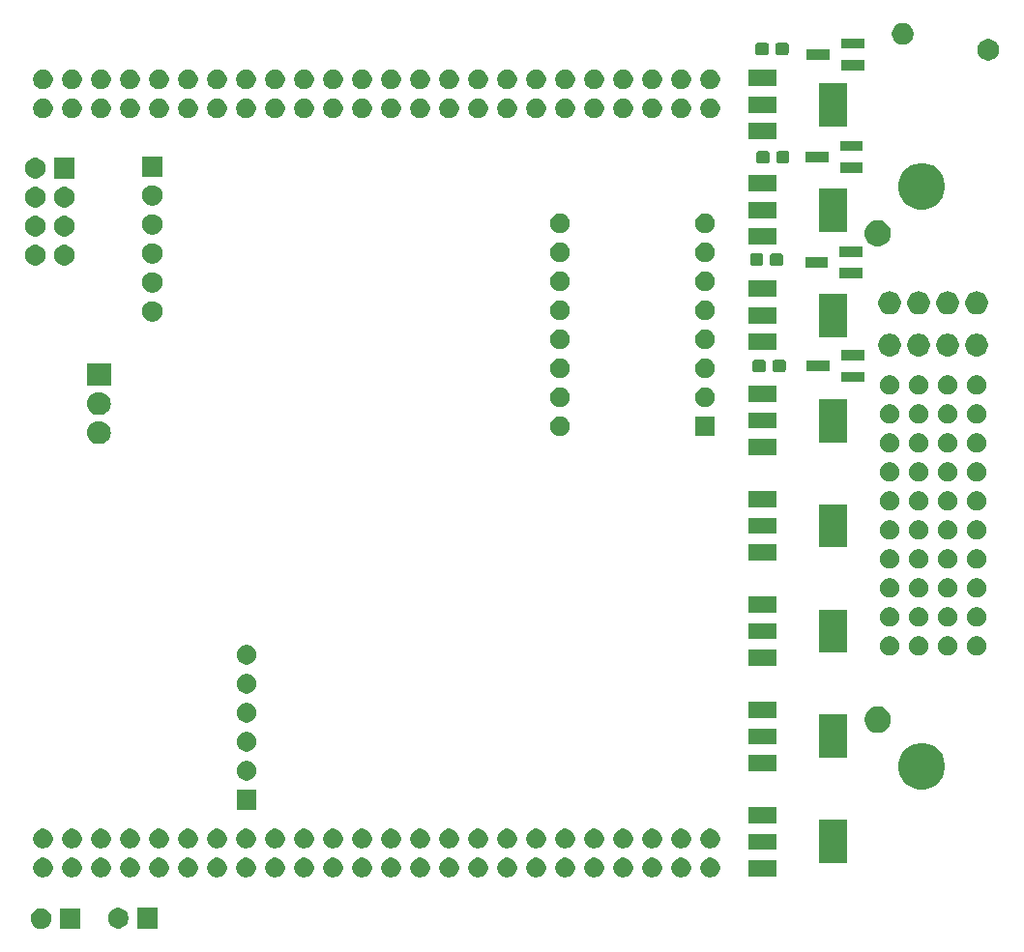
<source format=gbs>
G04 #@! TF.GenerationSoftware,KiCad,Pcbnew,5.1.5-52549c5~86~ubuntu18.04.1*
G04 #@! TF.CreationDate,2020-04-08T18:04:34+02:00*
G04 #@! TF.ProjectId,Speeduino_base,53706565-6475-4696-9e6f-5f626173652e,rev?*
G04 #@! TF.SameCoordinates,Original*
G04 #@! TF.FileFunction,Soldermask,Bot*
G04 #@! TF.FilePolarity,Negative*
%FSLAX46Y46*%
G04 Gerber Fmt 4.6, Leading zero omitted, Abs format (unit mm)*
G04 Created by KiCad (PCBNEW 5.1.5-52549c5~86~ubuntu18.04.1) date 2020-04-08 18:04:34*
%MOMM*%
%LPD*%
G04 APERTURE LIST*
%ADD10C,0.100000*%
G04 APERTURE END LIST*
D10*
G36*
X128326000Y-103126000D02*
G01*
X126524000Y-103126000D01*
X126524000Y-101324000D01*
X128326000Y-101324000D01*
X128326000Y-103126000D01*
G37*
G36*
X124998512Y-101328927D02*
G01*
X125147812Y-101358624D01*
X125311784Y-101426544D01*
X125459354Y-101525147D01*
X125584853Y-101650646D01*
X125683456Y-101798216D01*
X125751376Y-101962188D01*
X125786000Y-102136259D01*
X125786000Y-102313741D01*
X125751376Y-102487812D01*
X125683456Y-102651784D01*
X125584853Y-102799354D01*
X125459354Y-102924853D01*
X125311784Y-103023456D01*
X125147812Y-103091376D01*
X124998512Y-103121073D01*
X124973742Y-103126000D01*
X124796258Y-103126000D01*
X124771488Y-103121073D01*
X124622188Y-103091376D01*
X124458216Y-103023456D01*
X124310646Y-102924853D01*
X124185147Y-102799354D01*
X124086544Y-102651784D01*
X124018624Y-102487812D01*
X123984000Y-102313741D01*
X123984000Y-102136259D01*
X124018624Y-101962188D01*
X124086544Y-101798216D01*
X124185147Y-101650646D01*
X124310646Y-101525147D01*
X124458216Y-101426544D01*
X124622188Y-101358624D01*
X124771488Y-101328927D01*
X124796258Y-101324000D01*
X124973742Y-101324000D01*
X124998512Y-101328927D01*
G37*
G36*
X135091000Y-103101000D02*
G01*
X133289000Y-103101000D01*
X133289000Y-101299000D01*
X135091000Y-101299000D01*
X135091000Y-103101000D01*
G37*
G36*
X131763512Y-101303927D02*
G01*
X131912812Y-101333624D01*
X132076784Y-101401544D01*
X132224354Y-101500147D01*
X132349853Y-101625646D01*
X132448456Y-101773216D01*
X132516376Y-101937188D01*
X132551000Y-102111259D01*
X132551000Y-102288741D01*
X132516376Y-102462812D01*
X132448456Y-102626784D01*
X132349853Y-102774354D01*
X132224354Y-102899853D01*
X132076784Y-102998456D01*
X131912812Y-103066376D01*
X131763512Y-103096073D01*
X131738742Y-103101000D01*
X131561258Y-103101000D01*
X131536488Y-103096073D01*
X131387188Y-103066376D01*
X131223216Y-102998456D01*
X131075646Y-102899853D01*
X130950147Y-102774354D01*
X130851544Y-102626784D01*
X130783624Y-102462812D01*
X130749000Y-102288741D01*
X130749000Y-102111259D01*
X130783624Y-101937188D01*
X130851544Y-101773216D01*
X130950147Y-101625646D01*
X131075646Y-101500147D01*
X131223216Y-101401544D01*
X131387188Y-101333624D01*
X131536488Y-101303927D01*
X131561258Y-101299000D01*
X131738742Y-101299000D01*
X131763512Y-101303927D01*
G37*
G36*
X165951903Y-96939587D02*
G01*
X166109068Y-97004687D01*
X166250513Y-97099198D01*
X166370802Y-97219487D01*
X166465313Y-97360932D01*
X166530413Y-97518097D01*
X166563600Y-97684943D01*
X166563600Y-97855057D01*
X166530413Y-98021903D01*
X166465313Y-98179068D01*
X166370802Y-98320513D01*
X166250513Y-98440802D01*
X166109068Y-98535313D01*
X165951903Y-98600413D01*
X165785057Y-98633600D01*
X165614943Y-98633600D01*
X165448097Y-98600413D01*
X165290932Y-98535313D01*
X165149487Y-98440802D01*
X165029198Y-98320513D01*
X164934687Y-98179068D01*
X164869587Y-98021903D01*
X164836400Y-97855057D01*
X164836400Y-97684943D01*
X164869587Y-97518097D01*
X164934687Y-97360932D01*
X165029198Y-97219487D01*
X165149487Y-97099198D01*
X165290932Y-97004687D01*
X165448097Y-96939587D01*
X165614943Y-96906400D01*
X165785057Y-96906400D01*
X165951903Y-96939587D01*
G37*
G36*
X178651903Y-96939587D02*
G01*
X178809068Y-97004687D01*
X178950513Y-97099198D01*
X179070802Y-97219487D01*
X179165313Y-97360932D01*
X179230413Y-97518097D01*
X179263600Y-97684943D01*
X179263600Y-97855057D01*
X179230413Y-98021903D01*
X179165313Y-98179068D01*
X179070802Y-98320513D01*
X178950513Y-98440802D01*
X178809068Y-98535313D01*
X178651903Y-98600413D01*
X178485057Y-98633600D01*
X178314943Y-98633600D01*
X178148097Y-98600413D01*
X177990932Y-98535313D01*
X177849487Y-98440802D01*
X177729198Y-98320513D01*
X177634687Y-98179068D01*
X177569587Y-98021903D01*
X177536400Y-97855057D01*
X177536400Y-97684943D01*
X177569587Y-97518097D01*
X177634687Y-97360932D01*
X177729198Y-97219487D01*
X177849487Y-97099198D01*
X177990932Y-97004687D01*
X178148097Y-96939587D01*
X178314943Y-96906400D01*
X178485057Y-96906400D01*
X178651903Y-96939587D01*
G37*
G36*
X176111903Y-96939587D02*
G01*
X176269068Y-97004687D01*
X176410513Y-97099198D01*
X176530802Y-97219487D01*
X176625313Y-97360932D01*
X176690413Y-97518097D01*
X176723600Y-97684943D01*
X176723600Y-97855057D01*
X176690413Y-98021903D01*
X176625313Y-98179068D01*
X176530802Y-98320513D01*
X176410513Y-98440802D01*
X176269068Y-98535313D01*
X176111903Y-98600413D01*
X175945057Y-98633600D01*
X175774943Y-98633600D01*
X175608097Y-98600413D01*
X175450932Y-98535313D01*
X175309487Y-98440802D01*
X175189198Y-98320513D01*
X175094687Y-98179068D01*
X175029587Y-98021903D01*
X174996400Y-97855057D01*
X174996400Y-97684943D01*
X175029587Y-97518097D01*
X175094687Y-97360932D01*
X175189198Y-97219487D01*
X175309487Y-97099198D01*
X175450932Y-97004687D01*
X175608097Y-96939587D01*
X175774943Y-96906400D01*
X175945057Y-96906400D01*
X176111903Y-96939587D01*
G37*
G36*
X173571903Y-96939587D02*
G01*
X173729068Y-97004687D01*
X173870513Y-97099198D01*
X173990802Y-97219487D01*
X174085313Y-97360932D01*
X174150413Y-97518097D01*
X174183600Y-97684943D01*
X174183600Y-97855057D01*
X174150413Y-98021903D01*
X174085313Y-98179068D01*
X173990802Y-98320513D01*
X173870513Y-98440802D01*
X173729068Y-98535313D01*
X173571903Y-98600413D01*
X173405057Y-98633600D01*
X173234943Y-98633600D01*
X173068097Y-98600413D01*
X172910932Y-98535313D01*
X172769487Y-98440802D01*
X172649198Y-98320513D01*
X172554687Y-98179068D01*
X172489587Y-98021903D01*
X172456400Y-97855057D01*
X172456400Y-97684943D01*
X172489587Y-97518097D01*
X172554687Y-97360932D01*
X172649198Y-97219487D01*
X172769487Y-97099198D01*
X172910932Y-97004687D01*
X173068097Y-96939587D01*
X173234943Y-96906400D01*
X173405057Y-96906400D01*
X173571903Y-96939587D01*
G37*
G36*
X171031903Y-96939587D02*
G01*
X171189068Y-97004687D01*
X171330513Y-97099198D01*
X171450802Y-97219487D01*
X171545313Y-97360932D01*
X171610413Y-97518097D01*
X171643600Y-97684943D01*
X171643600Y-97855057D01*
X171610413Y-98021903D01*
X171545313Y-98179068D01*
X171450802Y-98320513D01*
X171330513Y-98440802D01*
X171189068Y-98535313D01*
X171031903Y-98600413D01*
X170865057Y-98633600D01*
X170694943Y-98633600D01*
X170528097Y-98600413D01*
X170370932Y-98535313D01*
X170229487Y-98440802D01*
X170109198Y-98320513D01*
X170014687Y-98179068D01*
X169949587Y-98021903D01*
X169916400Y-97855057D01*
X169916400Y-97684943D01*
X169949587Y-97518097D01*
X170014687Y-97360932D01*
X170109198Y-97219487D01*
X170229487Y-97099198D01*
X170370932Y-97004687D01*
X170528097Y-96939587D01*
X170694943Y-96906400D01*
X170865057Y-96906400D01*
X171031903Y-96939587D01*
G37*
G36*
X168491903Y-96939587D02*
G01*
X168649068Y-97004687D01*
X168790513Y-97099198D01*
X168910802Y-97219487D01*
X169005313Y-97360932D01*
X169070413Y-97518097D01*
X169103600Y-97684943D01*
X169103600Y-97855057D01*
X169070413Y-98021903D01*
X169005313Y-98179068D01*
X168910802Y-98320513D01*
X168790513Y-98440802D01*
X168649068Y-98535313D01*
X168491903Y-98600413D01*
X168325057Y-98633600D01*
X168154943Y-98633600D01*
X167988097Y-98600413D01*
X167830932Y-98535313D01*
X167689487Y-98440802D01*
X167569198Y-98320513D01*
X167474687Y-98179068D01*
X167409587Y-98021903D01*
X167376400Y-97855057D01*
X167376400Y-97684943D01*
X167409587Y-97518097D01*
X167474687Y-97360932D01*
X167569198Y-97219487D01*
X167689487Y-97099198D01*
X167830932Y-97004687D01*
X167988097Y-96939587D01*
X168154943Y-96906400D01*
X168325057Y-96906400D01*
X168491903Y-96939587D01*
G37*
G36*
X163411903Y-96939587D02*
G01*
X163569068Y-97004687D01*
X163710513Y-97099198D01*
X163830802Y-97219487D01*
X163925313Y-97360932D01*
X163990413Y-97518097D01*
X164023600Y-97684943D01*
X164023600Y-97855057D01*
X163990413Y-98021903D01*
X163925313Y-98179068D01*
X163830802Y-98320513D01*
X163710513Y-98440802D01*
X163569068Y-98535313D01*
X163411903Y-98600413D01*
X163245057Y-98633600D01*
X163074943Y-98633600D01*
X162908097Y-98600413D01*
X162750932Y-98535313D01*
X162609487Y-98440802D01*
X162489198Y-98320513D01*
X162394687Y-98179068D01*
X162329587Y-98021903D01*
X162296400Y-97855057D01*
X162296400Y-97684943D01*
X162329587Y-97518097D01*
X162394687Y-97360932D01*
X162489198Y-97219487D01*
X162609487Y-97099198D01*
X162750932Y-97004687D01*
X162908097Y-96939587D01*
X163074943Y-96906400D01*
X163245057Y-96906400D01*
X163411903Y-96939587D01*
G37*
G36*
X160871903Y-96939587D02*
G01*
X161029068Y-97004687D01*
X161170513Y-97099198D01*
X161290802Y-97219487D01*
X161385313Y-97360932D01*
X161450413Y-97518097D01*
X161483600Y-97684943D01*
X161483600Y-97855057D01*
X161450413Y-98021903D01*
X161385313Y-98179068D01*
X161290802Y-98320513D01*
X161170513Y-98440802D01*
X161029068Y-98535313D01*
X160871903Y-98600413D01*
X160705057Y-98633600D01*
X160534943Y-98633600D01*
X160368097Y-98600413D01*
X160210932Y-98535313D01*
X160069487Y-98440802D01*
X159949198Y-98320513D01*
X159854687Y-98179068D01*
X159789587Y-98021903D01*
X159756400Y-97855057D01*
X159756400Y-97684943D01*
X159789587Y-97518097D01*
X159854687Y-97360932D01*
X159949198Y-97219487D01*
X160069487Y-97099198D01*
X160210932Y-97004687D01*
X160368097Y-96939587D01*
X160534943Y-96906400D01*
X160705057Y-96906400D01*
X160871903Y-96939587D01*
G37*
G36*
X158331903Y-96939587D02*
G01*
X158489068Y-97004687D01*
X158630513Y-97099198D01*
X158750802Y-97219487D01*
X158845313Y-97360932D01*
X158910413Y-97518097D01*
X158943600Y-97684943D01*
X158943600Y-97855057D01*
X158910413Y-98021903D01*
X158845313Y-98179068D01*
X158750802Y-98320513D01*
X158630513Y-98440802D01*
X158489068Y-98535313D01*
X158331903Y-98600413D01*
X158165057Y-98633600D01*
X157994943Y-98633600D01*
X157828097Y-98600413D01*
X157670932Y-98535313D01*
X157529487Y-98440802D01*
X157409198Y-98320513D01*
X157314687Y-98179068D01*
X157249587Y-98021903D01*
X157216400Y-97855057D01*
X157216400Y-97684943D01*
X157249587Y-97518097D01*
X157314687Y-97360932D01*
X157409198Y-97219487D01*
X157529487Y-97099198D01*
X157670932Y-97004687D01*
X157828097Y-96939587D01*
X157994943Y-96906400D01*
X158165057Y-96906400D01*
X158331903Y-96939587D01*
G37*
G36*
X155791903Y-96939587D02*
G01*
X155949068Y-97004687D01*
X156090513Y-97099198D01*
X156210802Y-97219487D01*
X156305313Y-97360932D01*
X156370413Y-97518097D01*
X156403600Y-97684943D01*
X156403600Y-97855057D01*
X156370413Y-98021903D01*
X156305313Y-98179068D01*
X156210802Y-98320513D01*
X156090513Y-98440802D01*
X155949068Y-98535313D01*
X155791903Y-98600413D01*
X155625057Y-98633600D01*
X155454943Y-98633600D01*
X155288097Y-98600413D01*
X155130932Y-98535313D01*
X154989487Y-98440802D01*
X154869198Y-98320513D01*
X154774687Y-98179068D01*
X154709587Y-98021903D01*
X154676400Y-97855057D01*
X154676400Y-97684943D01*
X154709587Y-97518097D01*
X154774687Y-97360932D01*
X154869198Y-97219487D01*
X154989487Y-97099198D01*
X155130932Y-97004687D01*
X155288097Y-96939587D01*
X155454943Y-96906400D01*
X155625057Y-96906400D01*
X155791903Y-96939587D01*
G37*
G36*
X153251903Y-96939587D02*
G01*
X153409068Y-97004687D01*
X153550513Y-97099198D01*
X153670802Y-97219487D01*
X153765313Y-97360932D01*
X153830413Y-97518097D01*
X153863600Y-97684943D01*
X153863600Y-97855057D01*
X153830413Y-98021903D01*
X153765313Y-98179068D01*
X153670802Y-98320513D01*
X153550513Y-98440802D01*
X153409068Y-98535313D01*
X153251903Y-98600413D01*
X153085057Y-98633600D01*
X152914943Y-98633600D01*
X152748097Y-98600413D01*
X152590932Y-98535313D01*
X152449487Y-98440802D01*
X152329198Y-98320513D01*
X152234687Y-98179068D01*
X152169587Y-98021903D01*
X152136400Y-97855057D01*
X152136400Y-97684943D01*
X152169587Y-97518097D01*
X152234687Y-97360932D01*
X152329198Y-97219487D01*
X152449487Y-97099198D01*
X152590932Y-97004687D01*
X152748097Y-96939587D01*
X152914943Y-96906400D01*
X153085057Y-96906400D01*
X153251903Y-96939587D01*
G37*
G36*
X150711903Y-96939587D02*
G01*
X150869068Y-97004687D01*
X151010513Y-97099198D01*
X151130802Y-97219487D01*
X151225313Y-97360932D01*
X151290413Y-97518097D01*
X151323600Y-97684943D01*
X151323600Y-97855057D01*
X151290413Y-98021903D01*
X151225313Y-98179068D01*
X151130802Y-98320513D01*
X151010513Y-98440802D01*
X150869068Y-98535313D01*
X150711903Y-98600413D01*
X150545057Y-98633600D01*
X150374943Y-98633600D01*
X150208097Y-98600413D01*
X150050932Y-98535313D01*
X149909487Y-98440802D01*
X149789198Y-98320513D01*
X149694687Y-98179068D01*
X149629587Y-98021903D01*
X149596400Y-97855057D01*
X149596400Y-97684943D01*
X149629587Y-97518097D01*
X149694687Y-97360932D01*
X149789198Y-97219487D01*
X149909487Y-97099198D01*
X150050932Y-97004687D01*
X150208097Y-96939587D01*
X150374943Y-96906400D01*
X150545057Y-96906400D01*
X150711903Y-96939587D01*
G37*
G36*
X145631903Y-96939587D02*
G01*
X145789068Y-97004687D01*
X145930513Y-97099198D01*
X146050802Y-97219487D01*
X146145313Y-97360932D01*
X146210413Y-97518097D01*
X146243600Y-97684943D01*
X146243600Y-97855057D01*
X146210413Y-98021903D01*
X146145313Y-98179068D01*
X146050802Y-98320513D01*
X145930513Y-98440802D01*
X145789068Y-98535313D01*
X145631903Y-98600413D01*
X145465057Y-98633600D01*
X145294943Y-98633600D01*
X145128097Y-98600413D01*
X144970932Y-98535313D01*
X144829487Y-98440802D01*
X144709198Y-98320513D01*
X144614687Y-98179068D01*
X144549587Y-98021903D01*
X144516400Y-97855057D01*
X144516400Y-97684943D01*
X144549587Y-97518097D01*
X144614687Y-97360932D01*
X144709198Y-97219487D01*
X144829487Y-97099198D01*
X144970932Y-97004687D01*
X145128097Y-96939587D01*
X145294943Y-96906400D01*
X145465057Y-96906400D01*
X145631903Y-96939587D01*
G37*
G36*
X140551903Y-96939587D02*
G01*
X140709068Y-97004687D01*
X140850513Y-97099198D01*
X140970802Y-97219487D01*
X141065313Y-97360932D01*
X141130413Y-97518097D01*
X141163600Y-97684943D01*
X141163600Y-97855057D01*
X141130413Y-98021903D01*
X141065313Y-98179068D01*
X140970802Y-98320513D01*
X140850513Y-98440802D01*
X140709068Y-98535313D01*
X140551903Y-98600413D01*
X140385057Y-98633600D01*
X140214943Y-98633600D01*
X140048097Y-98600413D01*
X139890932Y-98535313D01*
X139749487Y-98440802D01*
X139629198Y-98320513D01*
X139534687Y-98179068D01*
X139469587Y-98021903D01*
X139436400Y-97855057D01*
X139436400Y-97684943D01*
X139469587Y-97518097D01*
X139534687Y-97360932D01*
X139629198Y-97219487D01*
X139749487Y-97099198D01*
X139890932Y-97004687D01*
X140048097Y-96939587D01*
X140214943Y-96906400D01*
X140385057Y-96906400D01*
X140551903Y-96939587D01*
G37*
G36*
X138011903Y-96939587D02*
G01*
X138169068Y-97004687D01*
X138310513Y-97099198D01*
X138430802Y-97219487D01*
X138525313Y-97360932D01*
X138590413Y-97518097D01*
X138623600Y-97684943D01*
X138623600Y-97855057D01*
X138590413Y-98021903D01*
X138525313Y-98179068D01*
X138430802Y-98320513D01*
X138310513Y-98440802D01*
X138169068Y-98535313D01*
X138011903Y-98600413D01*
X137845057Y-98633600D01*
X137674943Y-98633600D01*
X137508097Y-98600413D01*
X137350932Y-98535313D01*
X137209487Y-98440802D01*
X137089198Y-98320513D01*
X136994687Y-98179068D01*
X136929587Y-98021903D01*
X136896400Y-97855057D01*
X136896400Y-97684943D01*
X136929587Y-97518097D01*
X136994687Y-97360932D01*
X137089198Y-97219487D01*
X137209487Y-97099198D01*
X137350932Y-97004687D01*
X137508097Y-96939587D01*
X137674943Y-96906400D01*
X137845057Y-96906400D01*
X138011903Y-96939587D01*
G37*
G36*
X135471903Y-96939587D02*
G01*
X135629068Y-97004687D01*
X135770513Y-97099198D01*
X135890802Y-97219487D01*
X135985313Y-97360932D01*
X136050413Y-97518097D01*
X136083600Y-97684943D01*
X136083600Y-97855057D01*
X136050413Y-98021903D01*
X135985313Y-98179068D01*
X135890802Y-98320513D01*
X135770513Y-98440802D01*
X135629068Y-98535313D01*
X135471903Y-98600413D01*
X135305057Y-98633600D01*
X135134943Y-98633600D01*
X134968097Y-98600413D01*
X134810932Y-98535313D01*
X134669487Y-98440802D01*
X134549198Y-98320513D01*
X134454687Y-98179068D01*
X134389587Y-98021903D01*
X134356400Y-97855057D01*
X134356400Y-97684943D01*
X134389587Y-97518097D01*
X134454687Y-97360932D01*
X134549198Y-97219487D01*
X134669487Y-97099198D01*
X134810932Y-97004687D01*
X134968097Y-96939587D01*
X135134943Y-96906400D01*
X135305057Y-96906400D01*
X135471903Y-96939587D01*
G37*
G36*
X132931903Y-96939587D02*
G01*
X133089068Y-97004687D01*
X133230513Y-97099198D01*
X133350802Y-97219487D01*
X133445313Y-97360932D01*
X133510413Y-97518097D01*
X133543600Y-97684943D01*
X133543600Y-97855057D01*
X133510413Y-98021903D01*
X133445313Y-98179068D01*
X133350802Y-98320513D01*
X133230513Y-98440802D01*
X133089068Y-98535313D01*
X132931903Y-98600413D01*
X132765057Y-98633600D01*
X132594943Y-98633600D01*
X132428097Y-98600413D01*
X132270932Y-98535313D01*
X132129487Y-98440802D01*
X132009198Y-98320513D01*
X131914687Y-98179068D01*
X131849587Y-98021903D01*
X131816400Y-97855057D01*
X131816400Y-97684943D01*
X131849587Y-97518097D01*
X131914687Y-97360932D01*
X132009198Y-97219487D01*
X132129487Y-97099198D01*
X132270932Y-97004687D01*
X132428097Y-96939587D01*
X132594943Y-96906400D01*
X132765057Y-96906400D01*
X132931903Y-96939587D01*
G37*
G36*
X143091903Y-96939587D02*
G01*
X143249068Y-97004687D01*
X143390513Y-97099198D01*
X143510802Y-97219487D01*
X143605313Y-97360932D01*
X143670413Y-97518097D01*
X143703600Y-97684943D01*
X143703600Y-97855057D01*
X143670413Y-98021903D01*
X143605313Y-98179068D01*
X143510802Y-98320513D01*
X143390513Y-98440802D01*
X143249068Y-98535313D01*
X143091903Y-98600413D01*
X142925057Y-98633600D01*
X142754943Y-98633600D01*
X142588097Y-98600413D01*
X142430932Y-98535313D01*
X142289487Y-98440802D01*
X142169198Y-98320513D01*
X142074687Y-98179068D01*
X142009587Y-98021903D01*
X141976400Y-97855057D01*
X141976400Y-97684943D01*
X142009587Y-97518097D01*
X142074687Y-97360932D01*
X142169198Y-97219487D01*
X142289487Y-97099198D01*
X142430932Y-97004687D01*
X142588097Y-96939587D01*
X142754943Y-96906400D01*
X142925057Y-96906400D01*
X143091903Y-96939587D01*
G37*
G36*
X130391903Y-96939587D02*
G01*
X130549068Y-97004687D01*
X130690513Y-97099198D01*
X130810802Y-97219487D01*
X130905313Y-97360932D01*
X130970413Y-97518097D01*
X131003600Y-97684943D01*
X131003600Y-97855057D01*
X130970413Y-98021903D01*
X130905313Y-98179068D01*
X130810802Y-98320513D01*
X130690513Y-98440802D01*
X130549068Y-98535313D01*
X130391903Y-98600413D01*
X130225057Y-98633600D01*
X130054943Y-98633600D01*
X129888097Y-98600413D01*
X129730932Y-98535313D01*
X129589487Y-98440802D01*
X129469198Y-98320513D01*
X129374687Y-98179068D01*
X129309587Y-98021903D01*
X129276400Y-97855057D01*
X129276400Y-97684943D01*
X129309587Y-97518097D01*
X129374687Y-97360932D01*
X129469198Y-97219487D01*
X129589487Y-97099198D01*
X129730932Y-97004687D01*
X129888097Y-96939587D01*
X130054943Y-96906400D01*
X130225057Y-96906400D01*
X130391903Y-96939587D01*
G37*
G36*
X127851903Y-96939587D02*
G01*
X128009068Y-97004687D01*
X128150513Y-97099198D01*
X128270802Y-97219487D01*
X128365313Y-97360932D01*
X128430413Y-97518097D01*
X128463600Y-97684943D01*
X128463600Y-97855057D01*
X128430413Y-98021903D01*
X128365313Y-98179068D01*
X128270802Y-98320513D01*
X128150513Y-98440802D01*
X128009068Y-98535313D01*
X127851903Y-98600413D01*
X127685057Y-98633600D01*
X127514943Y-98633600D01*
X127348097Y-98600413D01*
X127190932Y-98535313D01*
X127049487Y-98440802D01*
X126929198Y-98320513D01*
X126834687Y-98179068D01*
X126769587Y-98021903D01*
X126736400Y-97855057D01*
X126736400Y-97684943D01*
X126769587Y-97518097D01*
X126834687Y-97360932D01*
X126929198Y-97219487D01*
X127049487Y-97099198D01*
X127190932Y-97004687D01*
X127348097Y-96939587D01*
X127514943Y-96906400D01*
X127685057Y-96906400D01*
X127851903Y-96939587D01*
G37*
G36*
X125311903Y-96939587D02*
G01*
X125469068Y-97004687D01*
X125610513Y-97099198D01*
X125730802Y-97219487D01*
X125825313Y-97360932D01*
X125890413Y-97518097D01*
X125923600Y-97684943D01*
X125923600Y-97855057D01*
X125890413Y-98021903D01*
X125825313Y-98179068D01*
X125730802Y-98320513D01*
X125610513Y-98440802D01*
X125469068Y-98535313D01*
X125311903Y-98600413D01*
X125145057Y-98633600D01*
X124974943Y-98633600D01*
X124808097Y-98600413D01*
X124650932Y-98535313D01*
X124509487Y-98440802D01*
X124389198Y-98320513D01*
X124294687Y-98179068D01*
X124229587Y-98021903D01*
X124196400Y-97855057D01*
X124196400Y-97684943D01*
X124229587Y-97518097D01*
X124294687Y-97360932D01*
X124389198Y-97219487D01*
X124509487Y-97099198D01*
X124650932Y-97004687D01*
X124808097Y-96939587D01*
X124974943Y-96906400D01*
X125145057Y-96906400D01*
X125311903Y-96939587D01*
G37*
G36*
X181191903Y-96939587D02*
G01*
X181349068Y-97004687D01*
X181490513Y-97099198D01*
X181610802Y-97219487D01*
X181705313Y-97360932D01*
X181770413Y-97518097D01*
X181803600Y-97684943D01*
X181803600Y-97855057D01*
X181770413Y-98021903D01*
X181705313Y-98179068D01*
X181610802Y-98320513D01*
X181490513Y-98440802D01*
X181349068Y-98535313D01*
X181191903Y-98600413D01*
X181025057Y-98633600D01*
X180854943Y-98633600D01*
X180688097Y-98600413D01*
X180530932Y-98535313D01*
X180389487Y-98440802D01*
X180269198Y-98320513D01*
X180174687Y-98179068D01*
X180109587Y-98021903D01*
X180076400Y-97855057D01*
X180076400Y-97684943D01*
X180109587Y-97518097D01*
X180174687Y-97360932D01*
X180269198Y-97219487D01*
X180389487Y-97099198D01*
X180530932Y-97004687D01*
X180688097Y-96939587D01*
X180854943Y-96906400D01*
X181025057Y-96906400D01*
X181191903Y-96939587D01*
G37*
G36*
X183731903Y-96939587D02*
G01*
X183889068Y-97004687D01*
X184030513Y-97099198D01*
X184150802Y-97219487D01*
X184245313Y-97360932D01*
X184310413Y-97518097D01*
X184343600Y-97684943D01*
X184343600Y-97855057D01*
X184310413Y-98021903D01*
X184245313Y-98179068D01*
X184150802Y-98320513D01*
X184030513Y-98440802D01*
X183889068Y-98535313D01*
X183731903Y-98600413D01*
X183565057Y-98633600D01*
X183394943Y-98633600D01*
X183228097Y-98600413D01*
X183070932Y-98535313D01*
X182929487Y-98440802D01*
X182809198Y-98320513D01*
X182714687Y-98179068D01*
X182649587Y-98021903D01*
X182616400Y-97855057D01*
X182616400Y-97684943D01*
X182649587Y-97518097D01*
X182714687Y-97360932D01*
X182809198Y-97219487D01*
X182929487Y-97099198D01*
X183070932Y-97004687D01*
X183228097Y-96939587D01*
X183394943Y-96906400D01*
X183565057Y-96906400D01*
X183731903Y-96939587D01*
G37*
G36*
X148171903Y-96939587D02*
G01*
X148329068Y-97004687D01*
X148470513Y-97099198D01*
X148590802Y-97219487D01*
X148685313Y-97360932D01*
X148750413Y-97518097D01*
X148783600Y-97684943D01*
X148783600Y-97855057D01*
X148750413Y-98021903D01*
X148685313Y-98179068D01*
X148590802Y-98320513D01*
X148470513Y-98440802D01*
X148329068Y-98535313D01*
X148171903Y-98600413D01*
X148005057Y-98633600D01*
X147834943Y-98633600D01*
X147668097Y-98600413D01*
X147510932Y-98535313D01*
X147369487Y-98440802D01*
X147249198Y-98320513D01*
X147154687Y-98179068D01*
X147089587Y-98021903D01*
X147056400Y-97855057D01*
X147056400Y-97684943D01*
X147089587Y-97518097D01*
X147154687Y-97360932D01*
X147249198Y-97219487D01*
X147369487Y-97099198D01*
X147510932Y-97004687D01*
X147668097Y-96939587D01*
X147834943Y-96906400D01*
X148005057Y-96906400D01*
X148171903Y-96939587D01*
G37*
G36*
X189271400Y-98526600D02*
G01*
X186833000Y-98526600D01*
X186833000Y-97104200D01*
X189271400Y-97104200D01*
X189271400Y-98526600D01*
G37*
G36*
X195451600Y-97405600D02*
G01*
X193048400Y-97405600D01*
X193048400Y-93602400D01*
X195451600Y-93602400D01*
X195451600Y-97405600D01*
G37*
G36*
X189271400Y-96215200D02*
G01*
X186833000Y-96215200D01*
X186833000Y-94792800D01*
X189271400Y-94792800D01*
X189271400Y-96215200D01*
G37*
G36*
X183731903Y-94399587D02*
G01*
X183889068Y-94464687D01*
X184030513Y-94559198D01*
X184150802Y-94679487D01*
X184245313Y-94820932D01*
X184310413Y-94978097D01*
X184343600Y-95144943D01*
X184343600Y-95315057D01*
X184310413Y-95481903D01*
X184245313Y-95639068D01*
X184150802Y-95780513D01*
X184030513Y-95900802D01*
X183889068Y-95995313D01*
X183731903Y-96060413D01*
X183565057Y-96093600D01*
X183394943Y-96093600D01*
X183228097Y-96060413D01*
X183070932Y-95995313D01*
X182929487Y-95900802D01*
X182809198Y-95780513D01*
X182714687Y-95639068D01*
X182649587Y-95481903D01*
X182616400Y-95315057D01*
X182616400Y-95144943D01*
X182649587Y-94978097D01*
X182714687Y-94820932D01*
X182809198Y-94679487D01*
X182929487Y-94559198D01*
X183070932Y-94464687D01*
X183228097Y-94399587D01*
X183394943Y-94366400D01*
X183565057Y-94366400D01*
X183731903Y-94399587D01*
G37*
G36*
X176111903Y-94399587D02*
G01*
X176269068Y-94464687D01*
X176410513Y-94559198D01*
X176530802Y-94679487D01*
X176625313Y-94820932D01*
X176690413Y-94978097D01*
X176723600Y-95144943D01*
X176723600Y-95315057D01*
X176690413Y-95481903D01*
X176625313Y-95639068D01*
X176530802Y-95780513D01*
X176410513Y-95900802D01*
X176269068Y-95995313D01*
X176111903Y-96060413D01*
X175945057Y-96093600D01*
X175774943Y-96093600D01*
X175608097Y-96060413D01*
X175450932Y-95995313D01*
X175309487Y-95900802D01*
X175189198Y-95780513D01*
X175094687Y-95639068D01*
X175029587Y-95481903D01*
X174996400Y-95315057D01*
X174996400Y-95144943D01*
X175029587Y-94978097D01*
X175094687Y-94820932D01*
X175189198Y-94679487D01*
X175309487Y-94559198D01*
X175450932Y-94464687D01*
X175608097Y-94399587D01*
X175774943Y-94366400D01*
X175945057Y-94366400D01*
X176111903Y-94399587D01*
G37*
G36*
X181191903Y-94399587D02*
G01*
X181349068Y-94464687D01*
X181490513Y-94559198D01*
X181610802Y-94679487D01*
X181705313Y-94820932D01*
X181770413Y-94978097D01*
X181803600Y-95144943D01*
X181803600Y-95315057D01*
X181770413Y-95481903D01*
X181705313Y-95639068D01*
X181610802Y-95780513D01*
X181490513Y-95900802D01*
X181349068Y-95995313D01*
X181191903Y-96060413D01*
X181025057Y-96093600D01*
X180854943Y-96093600D01*
X180688097Y-96060413D01*
X180530932Y-95995313D01*
X180389487Y-95900802D01*
X180269198Y-95780513D01*
X180174687Y-95639068D01*
X180109587Y-95481903D01*
X180076400Y-95315057D01*
X180076400Y-95144943D01*
X180109587Y-94978097D01*
X180174687Y-94820932D01*
X180269198Y-94679487D01*
X180389487Y-94559198D01*
X180530932Y-94464687D01*
X180688097Y-94399587D01*
X180854943Y-94366400D01*
X181025057Y-94366400D01*
X181191903Y-94399587D01*
G37*
G36*
X127851903Y-94399587D02*
G01*
X128009068Y-94464687D01*
X128150513Y-94559198D01*
X128270802Y-94679487D01*
X128365313Y-94820932D01*
X128430413Y-94978097D01*
X128463600Y-95144943D01*
X128463600Y-95315057D01*
X128430413Y-95481903D01*
X128365313Y-95639068D01*
X128270802Y-95780513D01*
X128150513Y-95900802D01*
X128009068Y-95995313D01*
X127851903Y-96060413D01*
X127685057Y-96093600D01*
X127514943Y-96093600D01*
X127348097Y-96060413D01*
X127190932Y-95995313D01*
X127049487Y-95900802D01*
X126929198Y-95780513D01*
X126834687Y-95639068D01*
X126769587Y-95481903D01*
X126736400Y-95315057D01*
X126736400Y-95144943D01*
X126769587Y-94978097D01*
X126834687Y-94820932D01*
X126929198Y-94679487D01*
X127049487Y-94559198D01*
X127190932Y-94464687D01*
X127348097Y-94399587D01*
X127514943Y-94366400D01*
X127685057Y-94366400D01*
X127851903Y-94399587D01*
G37*
G36*
X125311903Y-94399587D02*
G01*
X125469068Y-94464687D01*
X125610513Y-94559198D01*
X125730802Y-94679487D01*
X125825313Y-94820932D01*
X125890413Y-94978097D01*
X125923600Y-95144943D01*
X125923600Y-95315057D01*
X125890413Y-95481903D01*
X125825313Y-95639068D01*
X125730802Y-95780513D01*
X125610513Y-95900802D01*
X125469068Y-95995313D01*
X125311903Y-96060413D01*
X125145057Y-96093600D01*
X124974943Y-96093600D01*
X124808097Y-96060413D01*
X124650932Y-95995313D01*
X124509487Y-95900802D01*
X124389198Y-95780513D01*
X124294687Y-95639068D01*
X124229587Y-95481903D01*
X124196400Y-95315057D01*
X124196400Y-95144943D01*
X124229587Y-94978097D01*
X124294687Y-94820932D01*
X124389198Y-94679487D01*
X124509487Y-94559198D01*
X124650932Y-94464687D01*
X124808097Y-94399587D01*
X124974943Y-94366400D01*
X125145057Y-94366400D01*
X125311903Y-94399587D01*
G37*
G36*
X158331903Y-94399587D02*
G01*
X158489068Y-94464687D01*
X158630513Y-94559198D01*
X158750802Y-94679487D01*
X158845313Y-94820932D01*
X158910413Y-94978097D01*
X158943600Y-95144943D01*
X158943600Y-95315057D01*
X158910413Y-95481903D01*
X158845313Y-95639068D01*
X158750802Y-95780513D01*
X158630513Y-95900802D01*
X158489068Y-95995313D01*
X158331903Y-96060413D01*
X158165057Y-96093600D01*
X157994943Y-96093600D01*
X157828097Y-96060413D01*
X157670932Y-95995313D01*
X157529487Y-95900802D01*
X157409198Y-95780513D01*
X157314687Y-95639068D01*
X157249587Y-95481903D01*
X157216400Y-95315057D01*
X157216400Y-95144943D01*
X157249587Y-94978097D01*
X157314687Y-94820932D01*
X157409198Y-94679487D01*
X157529487Y-94559198D01*
X157670932Y-94464687D01*
X157828097Y-94399587D01*
X157994943Y-94366400D01*
X158165057Y-94366400D01*
X158331903Y-94399587D01*
G37*
G36*
X163411903Y-94399587D02*
G01*
X163569068Y-94464687D01*
X163710513Y-94559198D01*
X163830802Y-94679487D01*
X163925313Y-94820932D01*
X163990413Y-94978097D01*
X164023600Y-95144943D01*
X164023600Y-95315057D01*
X163990413Y-95481903D01*
X163925313Y-95639068D01*
X163830802Y-95780513D01*
X163710513Y-95900802D01*
X163569068Y-95995313D01*
X163411903Y-96060413D01*
X163245057Y-96093600D01*
X163074943Y-96093600D01*
X162908097Y-96060413D01*
X162750932Y-95995313D01*
X162609487Y-95900802D01*
X162489198Y-95780513D01*
X162394687Y-95639068D01*
X162329587Y-95481903D01*
X162296400Y-95315057D01*
X162296400Y-95144943D01*
X162329587Y-94978097D01*
X162394687Y-94820932D01*
X162489198Y-94679487D01*
X162609487Y-94559198D01*
X162750932Y-94464687D01*
X162908097Y-94399587D01*
X163074943Y-94366400D01*
X163245057Y-94366400D01*
X163411903Y-94399587D01*
G37*
G36*
X155791903Y-94399587D02*
G01*
X155949068Y-94464687D01*
X156090513Y-94559198D01*
X156210802Y-94679487D01*
X156305313Y-94820932D01*
X156370413Y-94978097D01*
X156403600Y-95144943D01*
X156403600Y-95315057D01*
X156370413Y-95481903D01*
X156305313Y-95639068D01*
X156210802Y-95780513D01*
X156090513Y-95900802D01*
X155949068Y-95995313D01*
X155791903Y-96060413D01*
X155625057Y-96093600D01*
X155454943Y-96093600D01*
X155288097Y-96060413D01*
X155130932Y-95995313D01*
X154989487Y-95900802D01*
X154869198Y-95780513D01*
X154774687Y-95639068D01*
X154709587Y-95481903D01*
X154676400Y-95315057D01*
X154676400Y-95144943D01*
X154709587Y-94978097D01*
X154774687Y-94820932D01*
X154869198Y-94679487D01*
X154989487Y-94559198D01*
X155130932Y-94464687D01*
X155288097Y-94399587D01*
X155454943Y-94366400D01*
X155625057Y-94366400D01*
X155791903Y-94399587D01*
G37*
G36*
X153251903Y-94399587D02*
G01*
X153409068Y-94464687D01*
X153550513Y-94559198D01*
X153670802Y-94679487D01*
X153765313Y-94820932D01*
X153830413Y-94978097D01*
X153863600Y-95144943D01*
X153863600Y-95315057D01*
X153830413Y-95481903D01*
X153765313Y-95639068D01*
X153670802Y-95780513D01*
X153550513Y-95900802D01*
X153409068Y-95995313D01*
X153251903Y-96060413D01*
X153085057Y-96093600D01*
X152914943Y-96093600D01*
X152748097Y-96060413D01*
X152590932Y-95995313D01*
X152449487Y-95900802D01*
X152329198Y-95780513D01*
X152234687Y-95639068D01*
X152169587Y-95481903D01*
X152136400Y-95315057D01*
X152136400Y-95144943D01*
X152169587Y-94978097D01*
X152234687Y-94820932D01*
X152329198Y-94679487D01*
X152449487Y-94559198D01*
X152590932Y-94464687D01*
X152748097Y-94399587D01*
X152914943Y-94366400D01*
X153085057Y-94366400D01*
X153251903Y-94399587D01*
G37*
G36*
X165951903Y-94399587D02*
G01*
X166109068Y-94464687D01*
X166250513Y-94559198D01*
X166370802Y-94679487D01*
X166465313Y-94820932D01*
X166530413Y-94978097D01*
X166563600Y-95144943D01*
X166563600Y-95315057D01*
X166530413Y-95481903D01*
X166465313Y-95639068D01*
X166370802Y-95780513D01*
X166250513Y-95900802D01*
X166109068Y-95995313D01*
X165951903Y-96060413D01*
X165785057Y-96093600D01*
X165614943Y-96093600D01*
X165448097Y-96060413D01*
X165290932Y-95995313D01*
X165149487Y-95900802D01*
X165029198Y-95780513D01*
X164934687Y-95639068D01*
X164869587Y-95481903D01*
X164836400Y-95315057D01*
X164836400Y-95144943D01*
X164869587Y-94978097D01*
X164934687Y-94820932D01*
X165029198Y-94679487D01*
X165149487Y-94559198D01*
X165290932Y-94464687D01*
X165448097Y-94399587D01*
X165614943Y-94366400D01*
X165785057Y-94366400D01*
X165951903Y-94399587D01*
G37*
G36*
X150711903Y-94399587D02*
G01*
X150869068Y-94464687D01*
X151010513Y-94559198D01*
X151130802Y-94679487D01*
X151225313Y-94820932D01*
X151290413Y-94978097D01*
X151323600Y-95144943D01*
X151323600Y-95315057D01*
X151290413Y-95481903D01*
X151225313Y-95639068D01*
X151130802Y-95780513D01*
X151010513Y-95900802D01*
X150869068Y-95995313D01*
X150711903Y-96060413D01*
X150545057Y-96093600D01*
X150374943Y-96093600D01*
X150208097Y-96060413D01*
X150050932Y-95995313D01*
X149909487Y-95900802D01*
X149789198Y-95780513D01*
X149694687Y-95639068D01*
X149629587Y-95481903D01*
X149596400Y-95315057D01*
X149596400Y-95144943D01*
X149629587Y-94978097D01*
X149694687Y-94820932D01*
X149789198Y-94679487D01*
X149909487Y-94559198D01*
X150050932Y-94464687D01*
X150208097Y-94399587D01*
X150374943Y-94366400D01*
X150545057Y-94366400D01*
X150711903Y-94399587D01*
G37*
G36*
X148171903Y-94399587D02*
G01*
X148329068Y-94464687D01*
X148470513Y-94559198D01*
X148590802Y-94679487D01*
X148685313Y-94820932D01*
X148750413Y-94978097D01*
X148783600Y-95144943D01*
X148783600Y-95315057D01*
X148750413Y-95481903D01*
X148685313Y-95639068D01*
X148590802Y-95780513D01*
X148470513Y-95900802D01*
X148329068Y-95995313D01*
X148171903Y-96060413D01*
X148005057Y-96093600D01*
X147834943Y-96093600D01*
X147668097Y-96060413D01*
X147510932Y-95995313D01*
X147369487Y-95900802D01*
X147249198Y-95780513D01*
X147154687Y-95639068D01*
X147089587Y-95481903D01*
X147056400Y-95315057D01*
X147056400Y-95144943D01*
X147089587Y-94978097D01*
X147154687Y-94820932D01*
X147249198Y-94679487D01*
X147369487Y-94559198D01*
X147510932Y-94464687D01*
X147668097Y-94399587D01*
X147834943Y-94366400D01*
X148005057Y-94366400D01*
X148171903Y-94399587D01*
G37*
G36*
X168491903Y-94399587D02*
G01*
X168649068Y-94464687D01*
X168790513Y-94559198D01*
X168910802Y-94679487D01*
X169005313Y-94820932D01*
X169070413Y-94978097D01*
X169103600Y-95144943D01*
X169103600Y-95315057D01*
X169070413Y-95481903D01*
X169005313Y-95639068D01*
X168910802Y-95780513D01*
X168790513Y-95900802D01*
X168649068Y-95995313D01*
X168491903Y-96060413D01*
X168325057Y-96093600D01*
X168154943Y-96093600D01*
X167988097Y-96060413D01*
X167830932Y-95995313D01*
X167689487Y-95900802D01*
X167569198Y-95780513D01*
X167474687Y-95639068D01*
X167409587Y-95481903D01*
X167376400Y-95315057D01*
X167376400Y-95144943D01*
X167409587Y-94978097D01*
X167474687Y-94820932D01*
X167569198Y-94679487D01*
X167689487Y-94559198D01*
X167830932Y-94464687D01*
X167988097Y-94399587D01*
X168154943Y-94366400D01*
X168325057Y-94366400D01*
X168491903Y-94399587D01*
G37*
G36*
X130391903Y-94399587D02*
G01*
X130549068Y-94464687D01*
X130690513Y-94559198D01*
X130810802Y-94679487D01*
X130905313Y-94820932D01*
X130970413Y-94978097D01*
X131003600Y-95144943D01*
X131003600Y-95315057D01*
X130970413Y-95481903D01*
X130905313Y-95639068D01*
X130810802Y-95780513D01*
X130690513Y-95900802D01*
X130549068Y-95995313D01*
X130391903Y-96060413D01*
X130225057Y-96093600D01*
X130054943Y-96093600D01*
X129888097Y-96060413D01*
X129730932Y-95995313D01*
X129589487Y-95900802D01*
X129469198Y-95780513D01*
X129374687Y-95639068D01*
X129309587Y-95481903D01*
X129276400Y-95315057D01*
X129276400Y-95144943D01*
X129309587Y-94978097D01*
X129374687Y-94820932D01*
X129469198Y-94679487D01*
X129589487Y-94559198D01*
X129730932Y-94464687D01*
X129888097Y-94399587D01*
X130054943Y-94366400D01*
X130225057Y-94366400D01*
X130391903Y-94399587D01*
G37*
G36*
X160871903Y-94399587D02*
G01*
X161029068Y-94464687D01*
X161170513Y-94559198D01*
X161290802Y-94679487D01*
X161385313Y-94820932D01*
X161450413Y-94978097D01*
X161483600Y-95144943D01*
X161483600Y-95315057D01*
X161450413Y-95481903D01*
X161385313Y-95639068D01*
X161290802Y-95780513D01*
X161170513Y-95900802D01*
X161029068Y-95995313D01*
X160871903Y-96060413D01*
X160705057Y-96093600D01*
X160534943Y-96093600D01*
X160368097Y-96060413D01*
X160210932Y-95995313D01*
X160069487Y-95900802D01*
X159949198Y-95780513D01*
X159854687Y-95639068D01*
X159789587Y-95481903D01*
X159756400Y-95315057D01*
X159756400Y-95144943D01*
X159789587Y-94978097D01*
X159854687Y-94820932D01*
X159949198Y-94679487D01*
X160069487Y-94559198D01*
X160210932Y-94464687D01*
X160368097Y-94399587D01*
X160534943Y-94366400D01*
X160705057Y-94366400D01*
X160871903Y-94399587D01*
G37*
G36*
X132931903Y-94399587D02*
G01*
X133089068Y-94464687D01*
X133230513Y-94559198D01*
X133350802Y-94679487D01*
X133445313Y-94820932D01*
X133510413Y-94978097D01*
X133543600Y-95144943D01*
X133543600Y-95315057D01*
X133510413Y-95481903D01*
X133445313Y-95639068D01*
X133350802Y-95780513D01*
X133230513Y-95900802D01*
X133089068Y-95995313D01*
X132931903Y-96060413D01*
X132765057Y-96093600D01*
X132594943Y-96093600D01*
X132428097Y-96060413D01*
X132270932Y-95995313D01*
X132129487Y-95900802D01*
X132009198Y-95780513D01*
X131914687Y-95639068D01*
X131849587Y-95481903D01*
X131816400Y-95315057D01*
X131816400Y-95144943D01*
X131849587Y-94978097D01*
X131914687Y-94820932D01*
X132009198Y-94679487D01*
X132129487Y-94559198D01*
X132270932Y-94464687D01*
X132428097Y-94399587D01*
X132594943Y-94366400D01*
X132765057Y-94366400D01*
X132931903Y-94399587D01*
G37*
G36*
X173571903Y-94399587D02*
G01*
X173729068Y-94464687D01*
X173870513Y-94559198D01*
X173990802Y-94679487D01*
X174085313Y-94820932D01*
X174150413Y-94978097D01*
X174183600Y-95144943D01*
X174183600Y-95315057D01*
X174150413Y-95481903D01*
X174085313Y-95639068D01*
X173990802Y-95780513D01*
X173870513Y-95900802D01*
X173729068Y-95995313D01*
X173571903Y-96060413D01*
X173405057Y-96093600D01*
X173234943Y-96093600D01*
X173068097Y-96060413D01*
X172910932Y-95995313D01*
X172769487Y-95900802D01*
X172649198Y-95780513D01*
X172554687Y-95639068D01*
X172489587Y-95481903D01*
X172456400Y-95315057D01*
X172456400Y-95144943D01*
X172489587Y-94978097D01*
X172554687Y-94820932D01*
X172649198Y-94679487D01*
X172769487Y-94559198D01*
X172910932Y-94464687D01*
X173068097Y-94399587D01*
X173234943Y-94366400D01*
X173405057Y-94366400D01*
X173571903Y-94399587D01*
G37*
G36*
X135471903Y-94399587D02*
G01*
X135629068Y-94464687D01*
X135770513Y-94559198D01*
X135890802Y-94679487D01*
X135985313Y-94820932D01*
X136050413Y-94978097D01*
X136083600Y-95144943D01*
X136083600Y-95315057D01*
X136050413Y-95481903D01*
X135985313Y-95639068D01*
X135890802Y-95780513D01*
X135770513Y-95900802D01*
X135629068Y-95995313D01*
X135471903Y-96060413D01*
X135305057Y-96093600D01*
X135134943Y-96093600D01*
X134968097Y-96060413D01*
X134810932Y-95995313D01*
X134669487Y-95900802D01*
X134549198Y-95780513D01*
X134454687Y-95639068D01*
X134389587Y-95481903D01*
X134356400Y-95315057D01*
X134356400Y-95144943D01*
X134389587Y-94978097D01*
X134454687Y-94820932D01*
X134549198Y-94679487D01*
X134669487Y-94559198D01*
X134810932Y-94464687D01*
X134968097Y-94399587D01*
X135134943Y-94366400D01*
X135305057Y-94366400D01*
X135471903Y-94399587D01*
G37*
G36*
X178651903Y-94399587D02*
G01*
X178809068Y-94464687D01*
X178950513Y-94559198D01*
X179070802Y-94679487D01*
X179165313Y-94820932D01*
X179230413Y-94978097D01*
X179263600Y-95144943D01*
X179263600Y-95315057D01*
X179230413Y-95481903D01*
X179165313Y-95639068D01*
X179070802Y-95780513D01*
X178950513Y-95900802D01*
X178809068Y-95995313D01*
X178651903Y-96060413D01*
X178485057Y-96093600D01*
X178314943Y-96093600D01*
X178148097Y-96060413D01*
X177990932Y-95995313D01*
X177849487Y-95900802D01*
X177729198Y-95780513D01*
X177634687Y-95639068D01*
X177569587Y-95481903D01*
X177536400Y-95315057D01*
X177536400Y-95144943D01*
X177569587Y-94978097D01*
X177634687Y-94820932D01*
X177729198Y-94679487D01*
X177849487Y-94559198D01*
X177990932Y-94464687D01*
X178148097Y-94399587D01*
X178314943Y-94366400D01*
X178485057Y-94366400D01*
X178651903Y-94399587D01*
G37*
G36*
X138011903Y-94399587D02*
G01*
X138169068Y-94464687D01*
X138310513Y-94559198D01*
X138430802Y-94679487D01*
X138525313Y-94820932D01*
X138590413Y-94978097D01*
X138623600Y-95144943D01*
X138623600Y-95315057D01*
X138590413Y-95481903D01*
X138525313Y-95639068D01*
X138430802Y-95780513D01*
X138310513Y-95900802D01*
X138169068Y-95995313D01*
X138011903Y-96060413D01*
X137845057Y-96093600D01*
X137674943Y-96093600D01*
X137508097Y-96060413D01*
X137350932Y-95995313D01*
X137209487Y-95900802D01*
X137089198Y-95780513D01*
X136994687Y-95639068D01*
X136929587Y-95481903D01*
X136896400Y-95315057D01*
X136896400Y-95144943D01*
X136929587Y-94978097D01*
X136994687Y-94820932D01*
X137089198Y-94679487D01*
X137209487Y-94559198D01*
X137350932Y-94464687D01*
X137508097Y-94399587D01*
X137674943Y-94366400D01*
X137845057Y-94366400D01*
X138011903Y-94399587D01*
G37*
G36*
X171031903Y-94399587D02*
G01*
X171189068Y-94464687D01*
X171330513Y-94559198D01*
X171450802Y-94679487D01*
X171545313Y-94820932D01*
X171610413Y-94978097D01*
X171643600Y-95144943D01*
X171643600Y-95315057D01*
X171610413Y-95481903D01*
X171545313Y-95639068D01*
X171450802Y-95780513D01*
X171330513Y-95900802D01*
X171189068Y-95995313D01*
X171031903Y-96060413D01*
X170865057Y-96093600D01*
X170694943Y-96093600D01*
X170528097Y-96060413D01*
X170370932Y-95995313D01*
X170229487Y-95900802D01*
X170109198Y-95780513D01*
X170014687Y-95639068D01*
X169949587Y-95481903D01*
X169916400Y-95315057D01*
X169916400Y-95144943D01*
X169949587Y-94978097D01*
X170014687Y-94820932D01*
X170109198Y-94679487D01*
X170229487Y-94559198D01*
X170370932Y-94464687D01*
X170528097Y-94399587D01*
X170694943Y-94366400D01*
X170865057Y-94366400D01*
X171031903Y-94399587D01*
G37*
G36*
X140551903Y-94399587D02*
G01*
X140709068Y-94464687D01*
X140850513Y-94559198D01*
X140970802Y-94679487D01*
X141065313Y-94820932D01*
X141130413Y-94978097D01*
X141163600Y-95144943D01*
X141163600Y-95315057D01*
X141130413Y-95481903D01*
X141065313Y-95639068D01*
X140970802Y-95780513D01*
X140850513Y-95900802D01*
X140709068Y-95995313D01*
X140551903Y-96060413D01*
X140385057Y-96093600D01*
X140214943Y-96093600D01*
X140048097Y-96060413D01*
X139890932Y-95995313D01*
X139749487Y-95900802D01*
X139629198Y-95780513D01*
X139534687Y-95639068D01*
X139469587Y-95481903D01*
X139436400Y-95315057D01*
X139436400Y-95144943D01*
X139469587Y-94978097D01*
X139534687Y-94820932D01*
X139629198Y-94679487D01*
X139749487Y-94559198D01*
X139890932Y-94464687D01*
X140048097Y-94399587D01*
X140214943Y-94366400D01*
X140385057Y-94366400D01*
X140551903Y-94399587D01*
G37*
G36*
X143091903Y-94399587D02*
G01*
X143249068Y-94464687D01*
X143390513Y-94559198D01*
X143510802Y-94679487D01*
X143605313Y-94820932D01*
X143670413Y-94978097D01*
X143703600Y-95144943D01*
X143703600Y-95315057D01*
X143670413Y-95481903D01*
X143605313Y-95639068D01*
X143510802Y-95780513D01*
X143390513Y-95900802D01*
X143249068Y-95995313D01*
X143091903Y-96060413D01*
X142925057Y-96093600D01*
X142754943Y-96093600D01*
X142588097Y-96060413D01*
X142430932Y-95995313D01*
X142289487Y-95900802D01*
X142169198Y-95780513D01*
X142074687Y-95639068D01*
X142009587Y-95481903D01*
X141976400Y-95315057D01*
X141976400Y-95144943D01*
X142009587Y-94978097D01*
X142074687Y-94820932D01*
X142169198Y-94679487D01*
X142289487Y-94559198D01*
X142430932Y-94464687D01*
X142588097Y-94399587D01*
X142754943Y-94366400D01*
X142925057Y-94366400D01*
X143091903Y-94399587D01*
G37*
G36*
X145631903Y-94399587D02*
G01*
X145789068Y-94464687D01*
X145930513Y-94559198D01*
X146050802Y-94679487D01*
X146145313Y-94820932D01*
X146210413Y-94978097D01*
X146243600Y-95144943D01*
X146243600Y-95315057D01*
X146210413Y-95481903D01*
X146145313Y-95639068D01*
X146050802Y-95780513D01*
X145930513Y-95900802D01*
X145789068Y-95995313D01*
X145631903Y-96060413D01*
X145465057Y-96093600D01*
X145294943Y-96093600D01*
X145128097Y-96060413D01*
X144970932Y-95995313D01*
X144829487Y-95900802D01*
X144709198Y-95780513D01*
X144614687Y-95639068D01*
X144549587Y-95481903D01*
X144516400Y-95315057D01*
X144516400Y-95144943D01*
X144549587Y-94978097D01*
X144614687Y-94820932D01*
X144709198Y-94679487D01*
X144829487Y-94559198D01*
X144970932Y-94464687D01*
X145128097Y-94399587D01*
X145294943Y-94366400D01*
X145465057Y-94366400D01*
X145631903Y-94399587D01*
G37*
G36*
X189271400Y-93903800D02*
G01*
X186833000Y-93903800D01*
X186833000Y-92481400D01*
X189271400Y-92481400D01*
X189271400Y-93903800D01*
G37*
G36*
X143730600Y-92676600D02*
G01*
X142019400Y-92676600D01*
X142019400Y-90965400D01*
X143730600Y-90965400D01*
X143730600Y-92676600D01*
G37*
G36*
X202598254Y-86927818D02*
G01*
X202971511Y-87082426D01*
X202971513Y-87082427D01*
X203067074Y-87146279D01*
X203307436Y-87306884D01*
X203593116Y-87592564D01*
X203817574Y-87928489D01*
X203972182Y-88301746D01*
X204051000Y-88697993D01*
X204051000Y-89102007D01*
X203972182Y-89498254D01*
X203836254Y-89826413D01*
X203817573Y-89871513D01*
X203593116Y-90207436D01*
X203307436Y-90493116D01*
X202971513Y-90717573D01*
X202971512Y-90717574D01*
X202971511Y-90717574D01*
X202598254Y-90872182D01*
X202202007Y-90951000D01*
X201797993Y-90951000D01*
X201401746Y-90872182D01*
X201028489Y-90717574D01*
X201028488Y-90717574D01*
X201028487Y-90717573D01*
X200692564Y-90493116D01*
X200406884Y-90207436D01*
X200182427Y-89871513D01*
X200163746Y-89826413D01*
X200027818Y-89498254D01*
X199949000Y-89102007D01*
X199949000Y-88697993D01*
X200027818Y-88301746D01*
X200182426Y-87928489D01*
X200406884Y-87592564D01*
X200692564Y-87306884D01*
X200932926Y-87146279D01*
X201028487Y-87082427D01*
X201028489Y-87082426D01*
X201401746Y-86927818D01*
X201797993Y-86849000D01*
X202202007Y-86849000D01*
X202598254Y-86927818D01*
G37*
G36*
X143124569Y-88458280D02*
G01*
X143280278Y-88522776D01*
X143420413Y-88616412D01*
X143539588Y-88735587D01*
X143633224Y-88875722D01*
X143697720Y-89031431D01*
X143730600Y-89196729D01*
X143730600Y-89365271D01*
X143697720Y-89530569D01*
X143633224Y-89686278D01*
X143539588Y-89826413D01*
X143420413Y-89945588D01*
X143280278Y-90039224D01*
X143124569Y-90103720D01*
X142959271Y-90136600D01*
X142790729Y-90136600D01*
X142625431Y-90103720D01*
X142469722Y-90039224D01*
X142329587Y-89945588D01*
X142210412Y-89826413D01*
X142116776Y-89686278D01*
X142052280Y-89530569D01*
X142019400Y-89365271D01*
X142019400Y-89196729D01*
X142052280Y-89031431D01*
X142116776Y-88875722D01*
X142210412Y-88735587D01*
X142329587Y-88616412D01*
X142469722Y-88522776D01*
X142625431Y-88458280D01*
X142790729Y-88425400D01*
X142959271Y-88425400D01*
X143124569Y-88458280D01*
G37*
G36*
X189271400Y-89301026D02*
G01*
X186833000Y-89301026D01*
X186833000Y-87878626D01*
X189271400Y-87878626D01*
X189271400Y-89301026D01*
G37*
G36*
X195451600Y-88180026D02*
G01*
X193048400Y-88180026D01*
X193048400Y-84376826D01*
X195451600Y-84376826D01*
X195451600Y-88180026D01*
G37*
G36*
X143124569Y-85918280D02*
G01*
X143280278Y-85982776D01*
X143420413Y-86076412D01*
X143539588Y-86195587D01*
X143633224Y-86335722D01*
X143697720Y-86491431D01*
X143730600Y-86656729D01*
X143730600Y-86825271D01*
X143697720Y-86990569D01*
X143633224Y-87146278D01*
X143539588Y-87286413D01*
X143420413Y-87405588D01*
X143280278Y-87499224D01*
X143124569Y-87563720D01*
X142959271Y-87596600D01*
X142790729Y-87596600D01*
X142625431Y-87563720D01*
X142469722Y-87499224D01*
X142329587Y-87405588D01*
X142210412Y-87286413D01*
X142116776Y-87146278D01*
X142052280Y-86990569D01*
X142019400Y-86825271D01*
X142019400Y-86656729D01*
X142052280Y-86491431D01*
X142116776Y-86335722D01*
X142210412Y-86195587D01*
X142329587Y-86076412D01*
X142469722Y-85982776D01*
X142625431Y-85918280D01*
X142790729Y-85885400D01*
X142959271Y-85885400D01*
X143124569Y-85918280D01*
G37*
G36*
X189271400Y-86989626D02*
G01*
X186833000Y-86989626D01*
X186833000Y-85567226D01*
X189271400Y-85567226D01*
X189271400Y-86989626D01*
G37*
G36*
X198374549Y-83671116D02*
G01*
X198485734Y-83693232D01*
X198695203Y-83779997D01*
X198883720Y-83905960D01*
X199044040Y-84066280D01*
X199170003Y-84254797D01*
X199256768Y-84464266D01*
X199301000Y-84686636D01*
X199301000Y-84913364D01*
X199256768Y-85135734D01*
X199170003Y-85345203D01*
X199044040Y-85533720D01*
X198883720Y-85694040D01*
X198695203Y-85820003D01*
X198485734Y-85906768D01*
X198427859Y-85918280D01*
X198263365Y-85951000D01*
X198036635Y-85951000D01*
X197872141Y-85918280D01*
X197814266Y-85906768D01*
X197604797Y-85820003D01*
X197416280Y-85694040D01*
X197255960Y-85533720D01*
X197129997Y-85345203D01*
X197043232Y-85135734D01*
X196999000Y-84913364D01*
X196999000Y-84686636D01*
X197043232Y-84464266D01*
X197129997Y-84254797D01*
X197255960Y-84066280D01*
X197416280Y-83905960D01*
X197604797Y-83779997D01*
X197814266Y-83693232D01*
X197925451Y-83671116D01*
X198036635Y-83649000D01*
X198263365Y-83649000D01*
X198374549Y-83671116D01*
G37*
G36*
X143124569Y-83378280D02*
G01*
X143280278Y-83442776D01*
X143420413Y-83536412D01*
X143539588Y-83655587D01*
X143633224Y-83795722D01*
X143697720Y-83951431D01*
X143730600Y-84116729D01*
X143730600Y-84285271D01*
X143697720Y-84450569D01*
X143633224Y-84606278D01*
X143539588Y-84746413D01*
X143420413Y-84865588D01*
X143280278Y-84959224D01*
X143124569Y-85023720D01*
X142959271Y-85056600D01*
X142790729Y-85056600D01*
X142625431Y-85023720D01*
X142469722Y-84959224D01*
X142329587Y-84865588D01*
X142210412Y-84746413D01*
X142116776Y-84606278D01*
X142052280Y-84450569D01*
X142019400Y-84285271D01*
X142019400Y-84116729D01*
X142052280Y-83951431D01*
X142116776Y-83795722D01*
X142210412Y-83655587D01*
X142329587Y-83536412D01*
X142469722Y-83442776D01*
X142625431Y-83378280D01*
X142790729Y-83345400D01*
X142959271Y-83345400D01*
X143124569Y-83378280D01*
G37*
G36*
X189271400Y-84678226D02*
G01*
X186833000Y-84678226D01*
X186833000Y-83255826D01*
X189271400Y-83255826D01*
X189271400Y-84678226D01*
G37*
G36*
X143124569Y-80838280D02*
G01*
X143280278Y-80902776D01*
X143420413Y-80996412D01*
X143539588Y-81115587D01*
X143633224Y-81255722D01*
X143697720Y-81411431D01*
X143730600Y-81576729D01*
X143730600Y-81745271D01*
X143697720Y-81910569D01*
X143633224Y-82066278D01*
X143539588Y-82206413D01*
X143420413Y-82325588D01*
X143280278Y-82419224D01*
X143124569Y-82483720D01*
X142959271Y-82516600D01*
X142790729Y-82516600D01*
X142625431Y-82483720D01*
X142469722Y-82419224D01*
X142329587Y-82325588D01*
X142210412Y-82206413D01*
X142116776Y-82066278D01*
X142052280Y-81910569D01*
X142019400Y-81745271D01*
X142019400Y-81576729D01*
X142052280Y-81411431D01*
X142116776Y-81255722D01*
X142210412Y-81115587D01*
X142329587Y-80996412D01*
X142469722Y-80902776D01*
X142625431Y-80838280D01*
X142790729Y-80805400D01*
X142959271Y-80805400D01*
X143124569Y-80838280D01*
G37*
G36*
X189271400Y-80075455D02*
G01*
X186833000Y-80075455D01*
X186833000Y-78653055D01*
X189271400Y-78653055D01*
X189271400Y-80075455D01*
G37*
G36*
X143124569Y-78298280D02*
G01*
X143280278Y-78362776D01*
X143420413Y-78456412D01*
X143539588Y-78575587D01*
X143633224Y-78715722D01*
X143697720Y-78871431D01*
X143730600Y-79036729D01*
X143730600Y-79205271D01*
X143697720Y-79370569D01*
X143633224Y-79526278D01*
X143539588Y-79666413D01*
X143420413Y-79785588D01*
X143280278Y-79879224D01*
X143124569Y-79943720D01*
X142959271Y-79976600D01*
X142790729Y-79976600D01*
X142625431Y-79943720D01*
X142469722Y-79879224D01*
X142329587Y-79785588D01*
X142210412Y-79666413D01*
X142116776Y-79526278D01*
X142052280Y-79370569D01*
X142019400Y-79205271D01*
X142019400Y-79036729D01*
X142052280Y-78871431D01*
X142116776Y-78715722D01*
X142210412Y-78575587D01*
X142329587Y-78456412D01*
X142469722Y-78362776D01*
X142625431Y-78298280D01*
X142790729Y-78265400D01*
X142959271Y-78265400D01*
X143124569Y-78298280D01*
G37*
G36*
X199438228Y-77531703D02*
G01*
X199593100Y-77595853D01*
X199732481Y-77688985D01*
X199851015Y-77807519D01*
X199944147Y-77946900D01*
X200008297Y-78101772D01*
X200041000Y-78266184D01*
X200041000Y-78433816D01*
X200008297Y-78598228D01*
X199944147Y-78753100D01*
X199851015Y-78892481D01*
X199732481Y-79011015D01*
X199593100Y-79104147D01*
X199438228Y-79168297D01*
X199273816Y-79201000D01*
X199106184Y-79201000D01*
X198941772Y-79168297D01*
X198786900Y-79104147D01*
X198647519Y-79011015D01*
X198528985Y-78892481D01*
X198435853Y-78753100D01*
X198371703Y-78598228D01*
X198339000Y-78433816D01*
X198339000Y-78266184D01*
X198371703Y-78101772D01*
X198435853Y-77946900D01*
X198528985Y-77807519D01*
X198647519Y-77688985D01*
X198786900Y-77595853D01*
X198941772Y-77531703D01*
X199106184Y-77499000D01*
X199273816Y-77499000D01*
X199438228Y-77531703D01*
G37*
G36*
X207058228Y-77531703D02*
G01*
X207213100Y-77595853D01*
X207352481Y-77688985D01*
X207471015Y-77807519D01*
X207564147Y-77946900D01*
X207628297Y-78101772D01*
X207661000Y-78266184D01*
X207661000Y-78433816D01*
X207628297Y-78598228D01*
X207564147Y-78753100D01*
X207471015Y-78892481D01*
X207352481Y-79011015D01*
X207213100Y-79104147D01*
X207058228Y-79168297D01*
X206893816Y-79201000D01*
X206726184Y-79201000D01*
X206561772Y-79168297D01*
X206406900Y-79104147D01*
X206267519Y-79011015D01*
X206148985Y-78892481D01*
X206055853Y-78753100D01*
X205991703Y-78598228D01*
X205959000Y-78433816D01*
X205959000Y-78266184D01*
X205991703Y-78101772D01*
X206055853Y-77946900D01*
X206148985Y-77807519D01*
X206267519Y-77688985D01*
X206406900Y-77595853D01*
X206561772Y-77531703D01*
X206726184Y-77499000D01*
X206893816Y-77499000D01*
X207058228Y-77531703D01*
G37*
G36*
X204518228Y-77531703D02*
G01*
X204673100Y-77595853D01*
X204812481Y-77688985D01*
X204931015Y-77807519D01*
X205024147Y-77946900D01*
X205088297Y-78101772D01*
X205121000Y-78266184D01*
X205121000Y-78433816D01*
X205088297Y-78598228D01*
X205024147Y-78753100D01*
X204931015Y-78892481D01*
X204812481Y-79011015D01*
X204673100Y-79104147D01*
X204518228Y-79168297D01*
X204353816Y-79201000D01*
X204186184Y-79201000D01*
X204021772Y-79168297D01*
X203866900Y-79104147D01*
X203727519Y-79011015D01*
X203608985Y-78892481D01*
X203515853Y-78753100D01*
X203451703Y-78598228D01*
X203419000Y-78433816D01*
X203419000Y-78266184D01*
X203451703Y-78101772D01*
X203515853Y-77946900D01*
X203608985Y-77807519D01*
X203727519Y-77688985D01*
X203866900Y-77595853D01*
X204021772Y-77531703D01*
X204186184Y-77499000D01*
X204353816Y-77499000D01*
X204518228Y-77531703D01*
G37*
G36*
X201978228Y-77531703D02*
G01*
X202133100Y-77595853D01*
X202272481Y-77688985D01*
X202391015Y-77807519D01*
X202484147Y-77946900D01*
X202548297Y-78101772D01*
X202581000Y-78266184D01*
X202581000Y-78433816D01*
X202548297Y-78598228D01*
X202484147Y-78753100D01*
X202391015Y-78892481D01*
X202272481Y-79011015D01*
X202133100Y-79104147D01*
X201978228Y-79168297D01*
X201813816Y-79201000D01*
X201646184Y-79201000D01*
X201481772Y-79168297D01*
X201326900Y-79104147D01*
X201187519Y-79011015D01*
X201068985Y-78892481D01*
X200975853Y-78753100D01*
X200911703Y-78598228D01*
X200879000Y-78433816D01*
X200879000Y-78266184D01*
X200911703Y-78101772D01*
X200975853Y-77946900D01*
X201068985Y-77807519D01*
X201187519Y-77688985D01*
X201326900Y-77595853D01*
X201481772Y-77531703D01*
X201646184Y-77499000D01*
X201813816Y-77499000D01*
X201978228Y-77531703D01*
G37*
G36*
X195451600Y-78954455D02*
G01*
X193048400Y-78954455D01*
X193048400Y-75151255D01*
X195451600Y-75151255D01*
X195451600Y-78954455D01*
G37*
G36*
X189271400Y-77764055D02*
G01*
X186833000Y-77764055D01*
X186833000Y-76341655D01*
X189271400Y-76341655D01*
X189271400Y-77764055D01*
G37*
G36*
X201978228Y-74991703D02*
G01*
X202133100Y-75055853D01*
X202272481Y-75148985D01*
X202391015Y-75267519D01*
X202484147Y-75406900D01*
X202548297Y-75561772D01*
X202581000Y-75726184D01*
X202581000Y-75893816D01*
X202548297Y-76058228D01*
X202484147Y-76213100D01*
X202391015Y-76352481D01*
X202272481Y-76471015D01*
X202133100Y-76564147D01*
X201978228Y-76628297D01*
X201813816Y-76661000D01*
X201646184Y-76661000D01*
X201481772Y-76628297D01*
X201326900Y-76564147D01*
X201187519Y-76471015D01*
X201068985Y-76352481D01*
X200975853Y-76213100D01*
X200911703Y-76058228D01*
X200879000Y-75893816D01*
X200879000Y-75726184D01*
X200911703Y-75561772D01*
X200975853Y-75406900D01*
X201068985Y-75267519D01*
X201187519Y-75148985D01*
X201326900Y-75055853D01*
X201481772Y-74991703D01*
X201646184Y-74959000D01*
X201813816Y-74959000D01*
X201978228Y-74991703D01*
G37*
G36*
X199438228Y-74991703D02*
G01*
X199593100Y-75055853D01*
X199732481Y-75148985D01*
X199851015Y-75267519D01*
X199944147Y-75406900D01*
X200008297Y-75561772D01*
X200041000Y-75726184D01*
X200041000Y-75893816D01*
X200008297Y-76058228D01*
X199944147Y-76213100D01*
X199851015Y-76352481D01*
X199732481Y-76471015D01*
X199593100Y-76564147D01*
X199438228Y-76628297D01*
X199273816Y-76661000D01*
X199106184Y-76661000D01*
X198941772Y-76628297D01*
X198786900Y-76564147D01*
X198647519Y-76471015D01*
X198528985Y-76352481D01*
X198435853Y-76213100D01*
X198371703Y-76058228D01*
X198339000Y-75893816D01*
X198339000Y-75726184D01*
X198371703Y-75561772D01*
X198435853Y-75406900D01*
X198528985Y-75267519D01*
X198647519Y-75148985D01*
X198786900Y-75055853D01*
X198941772Y-74991703D01*
X199106184Y-74959000D01*
X199273816Y-74959000D01*
X199438228Y-74991703D01*
G37*
G36*
X207058228Y-74991703D02*
G01*
X207213100Y-75055853D01*
X207352481Y-75148985D01*
X207471015Y-75267519D01*
X207564147Y-75406900D01*
X207628297Y-75561772D01*
X207661000Y-75726184D01*
X207661000Y-75893816D01*
X207628297Y-76058228D01*
X207564147Y-76213100D01*
X207471015Y-76352481D01*
X207352481Y-76471015D01*
X207213100Y-76564147D01*
X207058228Y-76628297D01*
X206893816Y-76661000D01*
X206726184Y-76661000D01*
X206561772Y-76628297D01*
X206406900Y-76564147D01*
X206267519Y-76471015D01*
X206148985Y-76352481D01*
X206055853Y-76213100D01*
X205991703Y-76058228D01*
X205959000Y-75893816D01*
X205959000Y-75726184D01*
X205991703Y-75561772D01*
X206055853Y-75406900D01*
X206148985Y-75267519D01*
X206267519Y-75148985D01*
X206406900Y-75055853D01*
X206561772Y-74991703D01*
X206726184Y-74959000D01*
X206893816Y-74959000D01*
X207058228Y-74991703D01*
G37*
G36*
X204518228Y-74991703D02*
G01*
X204673100Y-75055853D01*
X204812481Y-75148985D01*
X204931015Y-75267519D01*
X205024147Y-75406900D01*
X205088297Y-75561772D01*
X205121000Y-75726184D01*
X205121000Y-75893816D01*
X205088297Y-76058228D01*
X205024147Y-76213100D01*
X204931015Y-76352481D01*
X204812481Y-76471015D01*
X204673100Y-76564147D01*
X204518228Y-76628297D01*
X204353816Y-76661000D01*
X204186184Y-76661000D01*
X204021772Y-76628297D01*
X203866900Y-76564147D01*
X203727519Y-76471015D01*
X203608985Y-76352481D01*
X203515853Y-76213100D01*
X203451703Y-76058228D01*
X203419000Y-75893816D01*
X203419000Y-75726184D01*
X203451703Y-75561772D01*
X203515853Y-75406900D01*
X203608985Y-75267519D01*
X203727519Y-75148985D01*
X203866900Y-75055853D01*
X204021772Y-74991703D01*
X204186184Y-74959000D01*
X204353816Y-74959000D01*
X204518228Y-74991703D01*
G37*
G36*
X189271400Y-75452655D02*
G01*
X186833000Y-75452655D01*
X186833000Y-74030255D01*
X189271400Y-74030255D01*
X189271400Y-75452655D01*
G37*
G36*
X204518228Y-72451703D02*
G01*
X204673100Y-72515853D01*
X204812481Y-72608985D01*
X204931015Y-72727519D01*
X205024147Y-72866900D01*
X205088297Y-73021772D01*
X205121000Y-73186184D01*
X205121000Y-73353816D01*
X205088297Y-73518228D01*
X205024147Y-73673100D01*
X204931015Y-73812481D01*
X204812481Y-73931015D01*
X204673100Y-74024147D01*
X204518228Y-74088297D01*
X204353816Y-74121000D01*
X204186184Y-74121000D01*
X204021772Y-74088297D01*
X203866900Y-74024147D01*
X203727519Y-73931015D01*
X203608985Y-73812481D01*
X203515853Y-73673100D01*
X203451703Y-73518228D01*
X203419000Y-73353816D01*
X203419000Y-73186184D01*
X203451703Y-73021772D01*
X203515853Y-72866900D01*
X203608985Y-72727519D01*
X203727519Y-72608985D01*
X203866900Y-72515853D01*
X204021772Y-72451703D01*
X204186184Y-72419000D01*
X204353816Y-72419000D01*
X204518228Y-72451703D01*
G37*
G36*
X201978228Y-72451703D02*
G01*
X202133100Y-72515853D01*
X202272481Y-72608985D01*
X202391015Y-72727519D01*
X202484147Y-72866900D01*
X202548297Y-73021772D01*
X202581000Y-73186184D01*
X202581000Y-73353816D01*
X202548297Y-73518228D01*
X202484147Y-73673100D01*
X202391015Y-73812481D01*
X202272481Y-73931015D01*
X202133100Y-74024147D01*
X201978228Y-74088297D01*
X201813816Y-74121000D01*
X201646184Y-74121000D01*
X201481772Y-74088297D01*
X201326900Y-74024147D01*
X201187519Y-73931015D01*
X201068985Y-73812481D01*
X200975853Y-73673100D01*
X200911703Y-73518228D01*
X200879000Y-73353816D01*
X200879000Y-73186184D01*
X200911703Y-73021772D01*
X200975853Y-72866900D01*
X201068985Y-72727519D01*
X201187519Y-72608985D01*
X201326900Y-72515853D01*
X201481772Y-72451703D01*
X201646184Y-72419000D01*
X201813816Y-72419000D01*
X201978228Y-72451703D01*
G37*
G36*
X199438228Y-72451703D02*
G01*
X199593100Y-72515853D01*
X199732481Y-72608985D01*
X199851015Y-72727519D01*
X199944147Y-72866900D01*
X200008297Y-73021772D01*
X200041000Y-73186184D01*
X200041000Y-73353816D01*
X200008297Y-73518228D01*
X199944147Y-73673100D01*
X199851015Y-73812481D01*
X199732481Y-73931015D01*
X199593100Y-74024147D01*
X199438228Y-74088297D01*
X199273816Y-74121000D01*
X199106184Y-74121000D01*
X198941772Y-74088297D01*
X198786900Y-74024147D01*
X198647519Y-73931015D01*
X198528985Y-73812481D01*
X198435853Y-73673100D01*
X198371703Y-73518228D01*
X198339000Y-73353816D01*
X198339000Y-73186184D01*
X198371703Y-73021772D01*
X198435853Y-72866900D01*
X198528985Y-72727519D01*
X198647519Y-72608985D01*
X198786900Y-72515853D01*
X198941772Y-72451703D01*
X199106184Y-72419000D01*
X199273816Y-72419000D01*
X199438228Y-72451703D01*
G37*
G36*
X207058228Y-72451703D02*
G01*
X207213100Y-72515853D01*
X207352481Y-72608985D01*
X207471015Y-72727519D01*
X207564147Y-72866900D01*
X207628297Y-73021772D01*
X207661000Y-73186184D01*
X207661000Y-73353816D01*
X207628297Y-73518228D01*
X207564147Y-73673100D01*
X207471015Y-73812481D01*
X207352481Y-73931015D01*
X207213100Y-74024147D01*
X207058228Y-74088297D01*
X206893816Y-74121000D01*
X206726184Y-74121000D01*
X206561772Y-74088297D01*
X206406900Y-74024147D01*
X206267519Y-73931015D01*
X206148985Y-73812481D01*
X206055853Y-73673100D01*
X205991703Y-73518228D01*
X205959000Y-73353816D01*
X205959000Y-73186184D01*
X205991703Y-73021772D01*
X206055853Y-72866900D01*
X206148985Y-72727519D01*
X206267519Y-72608985D01*
X206406900Y-72515853D01*
X206561772Y-72451703D01*
X206726184Y-72419000D01*
X206893816Y-72419000D01*
X207058228Y-72451703D01*
G37*
G36*
X201978228Y-69911703D02*
G01*
X202133100Y-69975853D01*
X202272481Y-70068985D01*
X202391015Y-70187519D01*
X202484147Y-70326900D01*
X202548297Y-70481772D01*
X202581000Y-70646184D01*
X202581000Y-70813816D01*
X202548297Y-70978228D01*
X202484147Y-71133100D01*
X202391015Y-71272481D01*
X202272481Y-71391015D01*
X202133100Y-71484147D01*
X201978228Y-71548297D01*
X201813816Y-71581000D01*
X201646184Y-71581000D01*
X201481772Y-71548297D01*
X201326900Y-71484147D01*
X201187519Y-71391015D01*
X201068985Y-71272481D01*
X200975853Y-71133100D01*
X200911703Y-70978228D01*
X200879000Y-70813816D01*
X200879000Y-70646184D01*
X200911703Y-70481772D01*
X200975853Y-70326900D01*
X201068985Y-70187519D01*
X201187519Y-70068985D01*
X201326900Y-69975853D01*
X201481772Y-69911703D01*
X201646184Y-69879000D01*
X201813816Y-69879000D01*
X201978228Y-69911703D01*
G37*
G36*
X199438228Y-69911703D02*
G01*
X199593100Y-69975853D01*
X199732481Y-70068985D01*
X199851015Y-70187519D01*
X199944147Y-70326900D01*
X200008297Y-70481772D01*
X200041000Y-70646184D01*
X200041000Y-70813816D01*
X200008297Y-70978228D01*
X199944147Y-71133100D01*
X199851015Y-71272481D01*
X199732481Y-71391015D01*
X199593100Y-71484147D01*
X199438228Y-71548297D01*
X199273816Y-71581000D01*
X199106184Y-71581000D01*
X198941772Y-71548297D01*
X198786900Y-71484147D01*
X198647519Y-71391015D01*
X198528985Y-71272481D01*
X198435853Y-71133100D01*
X198371703Y-70978228D01*
X198339000Y-70813816D01*
X198339000Y-70646184D01*
X198371703Y-70481772D01*
X198435853Y-70326900D01*
X198528985Y-70187519D01*
X198647519Y-70068985D01*
X198786900Y-69975853D01*
X198941772Y-69911703D01*
X199106184Y-69879000D01*
X199273816Y-69879000D01*
X199438228Y-69911703D01*
G37*
G36*
X204518228Y-69911703D02*
G01*
X204673100Y-69975853D01*
X204812481Y-70068985D01*
X204931015Y-70187519D01*
X205024147Y-70326900D01*
X205088297Y-70481772D01*
X205121000Y-70646184D01*
X205121000Y-70813816D01*
X205088297Y-70978228D01*
X205024147Y-71133100D01*
X204931015Y-71272481D01*
X204812481Y-71391015D01*
X204673100Y-71484147D01*
X204518228Y-71548297D01*
X204353816Y-71581000D01*
X204186184Y-71581000D01*
X204021772Y-71548297D01*
X203866900Y-71484147D01*
X203727519Y-71391015D01*
X203608985Y-71272481D01*
X203515853Y-71133100D01*
X203451703Y-70978228D01*
X203419000Y-70813816D01*
X203419000Y-70646184D01*
X203451703Y-70481772D01*
X203515853Y-70326900D01*
X203608985Y-70187519D01*
X203727519Y-70068985D01*
X203866900Y-69975853D01*
X204021772Y-69911703D01*
X204186184Y-69879000D01*
X204353816Y-69879000D01*
X204518228Y-69911703D01*
G37*
G36*
X207058228Y-69911703D02*
G01*
X207213100Y-69975853D01*
X207352481Y-70068985D01*
X207471015Y-70187519D01*
X207564147Y-70326900D01*
X207628297Y-70481772D01*
X207661000Y-70646184D01*
X207661000Y-70813816D01*
X207628297Y-70978228D01*
X207564147Y-71133100D01*
X207471015Y-71272481D01*
X207352481Y-71391015D01*
X207213100Y-71484147D01*
X207058228Y-71548297D01*
X206893816Y-71581000D01*
X206726184Y-71581000D01*
X206561772Y-71548297D01*
X206406900Y-71484147D01*
X206267519Y-71391015D01*
X206148985Y-71272481D01*
X206055853Y-71133100D01*
X205991703Y-70978228D01*
X205959000Y-70813816D01*
X205959000Y-70646184D01*
X205991703Y-70481772D01*
X206055853Y-70326900D01*
X206148985Y-70187519D01*
X206267519Y-70068985D01*
X206406900Y-69975853D01*
X206561772Y-69911703D01*
X206726184Y-69879000D01*
X206893816Y-69879000D01*
X207058228Y-69911703D01*
G37*
G36*
X189271400Y-70849884D02*
G01*
X186833000Y-70849884D01*
X186833000Y-69427484D01*
X189271400Y-69427484D01*
X189271400Y-70849884D01*
G37*
G36*
X195451600Y-69728884D02*
G01*
X193048400Y-69728884D01*
X193048400Y-65925684D01*
X195451600Y-65925684D01*
X195451600Y-69728884D01*
G37*
G36*
X207058228Y-67371703D02*
G01*
X207213100Y-67435853D01*
X207352481Y-67528985D01*
X207471015Y-67647519D01*
X207564147Y-67786900D01*
X207628297Y-67941772D01*
X207661000Y-68106184D01*
X207661000Y-68273816D01*
X207628297Y-68438228D01*
X207564147Y-68593100D01*
X207471015Y-68732481D01*
X207352481Y-68851015D01*
X207213100Y-68944147D01*
X207058228Y-69008297D01*
X206893816Y-69041000D01*
X206726184Y-69041000D01*
X206561772Y-69008297D01*
X206406900Y-68944147D01*
X206267519Y-68851015D01*
X206148985Y-68732481D01*
X206055853Y-68593100D01*
X205991703Y-68438228D01*
X205959000Y-68273816D01*
X205959000Y-68106184D01*
X205991703Y-67941772D01*
X206055853Y-67786900D01*
X206148985Y-67647519D01*
X206267519Y-67528985D01*
X206406900Y-67435853D01*
X206561772Y-67371703D01*
X206726184Y-67339000D01*
X206893816Y-67339000D01*
X207058228Y-67371703D01*
G37*
G36*
X204518228Y-67371703D02*
G01*
X204673100Y-67435853D01*
X204812481Y-67528985D01*
X204931015Y-67647519D01*
X205024147Y-67786900D01*
X205088297Y-67941772D01*
X205121000Y-68106184D01*
X205121000Y-68273816D01*
X205088297Y-68438228D01*
X205024147Y-68593100D01*
X204931015Y-68732481D01*
X204812481Y-68851015D01*
X204673100Y-68944147D01*
X204518228Y-69008297D01*
X204353816Y-69041000D01*
X204186184Y-69041000D01*
X204021772Y-69008297D01*
X203866900Y-68944147D01*
X203727519Y-68851015D01*
X203608985Y-68732481D01*
X203515853Y-68593100D01*
X203451703Y-68438228D01*
X203419000Y-68273816D01*
X203419000Y-68106184D01*
X203451703Y-67941772D01*
X203515853Y-67786900D01*
X203608985Y-67647519D01*
X203727519Y-67528985D01*
X203866900Y-67435853D01*
X204021772Y-67371703D01*
X204186184Y-67339000D01*
X204353816Y-67339000D01*
X204518228Y-67371703D01*
G37*
G36*
X199438228Y-67371703D02*
G01*
X199593100Y-67435853D01*
X199732481Y-67528985D01*
X199851015Y-67647519D01*
X199944147Y-67786900D01*
X200008297Y-67941772D01*
X200041000Y-68106184D01*
X200041000Y-68273816D01*
X200008297Y-68438228D01*
X199944147Y-68593100D01*
X199851015Y-68732481D01*
X199732481Y-68851015D01*
X199593100Y-68944147D01*
X199438228Y-69008297D01*
X199273816Y-69041000D01*
X199106184Y-69041000D01*
X198941772Y-69008297D01*
X198786900Y-68944147D01*
X198647519Y-68851015D01*
X198528985Y-68732481D01*
X198435853Y-68593100D01*
X198371703Y-68438228D01*
X198339000Y-68273816D01*
X198339000Y-68106184D01*
X198371703Y-67941772D01*
X198435853Y-67786900D01*
X198528985Y-67647519D01*
X198647519Y-67528985D01*
X198786900Y-67435853D01*
X198941772Y-67371703D01*
X199106184Y-67339000D01*
X199273816Y-67339000D01*
X199438228Y-67371703D01*
G37*
G36*
X201978228Y-67371703D02*
G01*
X202133100Y-67435853D01*
X202272481Y-67528985D01*
X202391015Y-67647519D01*
X202484147Y-67786900D01*
X202548297Y-67941772D01*
X202581000Y-68106184D01*
X202581000Y-68273816D01*
X202548297Y-68438228D01*
X202484147Y-68593100D01*
X202391015Y-68732481D01*
X202272481Y-68851015D01*
X202133100Y-68944147D01*
X201978228Y-69008297D01*
X201813816Y-69041000D01*
X201646184Y-69041000D01*
X201481772Y-69008297D01*
X201326900Y-68944147D01*
X201187519Y-68851015D01*
X201068985Y-68732481D01*
X200975853Y-68593100D01*
X200911703Y-68438228D01*
X200879000Y-68273816D01*
X200879000Y-68106184D01*
X200911703Y-67941772D01*
X200975853Y-67786900D01*
X201068985Y-67647519D01*
X201187519Y-67528985D01*
X201326900Y-67435853D01*
X201481772Y-67371703D01*
X201646184Y-67339000D01*
X201813816Y-67339000D01*
X201978228Y-67371703D01*
G37*
G36*
X189271400Y-68538484D02*
G01*
X186833000Y-68538484D01*
X186833000Y-67116084D01*
X189271400Y-67116084D01*
X189271400Y-68538484D01*
G37*
G36*
X207058228Y-64831703D02*
G01*
X207213100Y-64895853D01*
X207352481Y-64988985D01*
X207471015Y-65107519D01*
X207564147Y-65246900D01*
X207628297Y-65401772D01*
X207661000Y-65566184D01*
X207661000Y-65733816D01*
X207628297Y-65898228D01*
X207564147Y-66053100D01*
X207471015Y-66192481D01*
X207352481Y-66311015D01*
X207213100Y-66404147D01*
X207058228Y-66468297D01*
X206893816Y-66501000D01*
X206726184Y-66501000D01*
X206561772Y-66468297D01*
X206406900Y-66404147D01*
X206267519Y-66311015D01*
X206148985Y-66192481D01*
X206055853Y-66053100D01*
X205991703Y-65898228D01*
X205959000Y-65733816D01*
X205959000Y-65566184D01*
X205991703Y-65401772D01*
X206055853Y-65246900D01*
X206148985Y-65107519D01*
X206267519Y-64988985D01*
X206406900Y-64895853D01*
X206561772Y-64831703D01*
X206726184Y-64799000D01*
X206893816Y-64799000D01*
X207058228Y-64831703D01*
G37*
G36*
X204518228Y-64831703D02*
G01*
X204673100Y-64895853D01*
X204812481Y-64988985D01*
X204931015Y-65107519D01*
X205024147Y-65246900D01*
X205088297Y-65401772D01*
X205121000Y-65566184D01*
X205121000Y-65733816D01*
X205088297Y-65898228D01*
X205024147Y-66053100D01*
X204931015Y-66192481D01*
X204812481Y-66311015D01*
X204673100Y-66404147D01*
X204518228Y-66468297D01*
X204353816Y-66501000D01*
X204186184Y-66501000D01*
X204021772Y-66468297D01*
X203866900Y-66404147D01*
X203727519Y-66311015D01*
X203608985Y-66192481D01*
X203515853Y-66053100D01*
X203451703Y-65898228D01*
X203419000Y-65733816D01*
X203419000Y-65566184D01*
X203451703Y-65401772D01*
X203515853Y-65246900D01*
X203608985Y-65107519D01*
X203727519Y-64988985D01*
X203866900Y-64895853D01*
X204021772Y-64831703D01*
X204186184Y-64799000D01*
X204353816Y-64799000D01*
X204518228Y-64831703D01*
G37*
G36*
X201978228Y-64831703D02*
G01*
X202133100Y-64895853D01*
X202272481Y-64988985D01*
X202391015Y-65107519D01*
X202484147Y-65246900D01*
X202548297Y-65401772D01*
X202581000Y-65566184D01*
X202581000Y-65733816D01*
X202548297Y-65898228D01*
X202484147Y-66053100D01*
X202391015Y-66192481D01*
X202272481Y-66311015D01*
X202133100Y-66404147D01*
X201978228Y-66468297D01*
X201813816Y-66501000D01*
X201646184Y-66501000D01*
X201481772Y-66468297D01*
X201326900Y-66404147D01*
X201187519Y-66311015D01*
X201068985Y-66192481D01*
X200975853Y-66053100D01*
X200911703Y-65898228D01*
X200879000Y-65733816D01*
X200879000Y-65566184D01*
X200911703Y-65401772D01*
X200975853Y-65246900D01*
X201068985Y-65107519D01*
X201187519Y-64988985D01*
X201326900Y-64895853D01*
X201481772Y-64831703D01*
X201646184Y-64799000D01*
X201813816Y-64799000D01*
X201978228Y-64831703D01*
G37*
G36*
X199438228Y-64831703D02*
G01*
X199593100Y-64895853D01*
X199732481Y-64988985D01*
X199851015Y-65107519D01*
X199944147Y-65246900D01*
X200008297Y-65401772D01*
X200041000Y-65566184D01*
X200041000Y-65733816D01*
X200008297Y-65898228D01*
X199944147Y-66053100D01*
X199851015Y-66192481D01*
X199732481Y-66311015D01*
X199593100Y-66404147D01*
X199438228Y-66468297D01*
X199273816Y-66501000D01*
X199106184Y-66501000D01*
X198941772Y-66468297D01*
X198786900Y-66404147D01*
X198647519Y-66311015D01*
X198528985Y-66192481D01*
X198435853Y-66053100D01*
X198371703Y-65898228D01*
X198339000Y-65733816D01*
X198339000Y-65566184D01*
X198371703Y-65401772D01*
X198435853Y-65246900D01*
X198528985Y-65107519D01*
X198647519Y-64988985D01*
X198786900Y-64895853D01*
X198941772Y-64831703D01*
X199106184Y-64799000D01*
X199273816Y-64799000D01*
X199438228Y-64831703D01*
G37*
G36*
X189271400Y-66227084D02*
G01*
X186833000Y-66227084D01*
X186833000Y-64804684D01*
X189271400Y-64804684D01*
X189271400Y-66227084D01*
G37*
G36*
X201978228Y-62291703D02*
G01*
X202133100Y-62355853D01*
X202272481Y-62448985D01*
X202391015Y-62567519D01*
X202484147Y-62706900D01*
X202548297Y-62861772D01*
X202581000Y-63026184D01*
X202581000Y-63193816D01*
X202548297Y-63358228D01*
X202484147Y-63513100D01*
X202391015Y-63652481D01*
X202272481Y-63771015D01*
X202133100Y-63864147D01*
X201978228Y-63928297D01*
X201813816Y-63961000D01*
X201646184Y-63961000D01*
X201481772Y-63928297D01*
X201326900Y-63864147D01*
X201187519Y-63771015D01*
X201068985Y-63652481D01*
X200975853Y-63513100D01*
X200911703Y-63358228D01*
X200879000Y-63193816D01*
X200879000Y-63026184D01*
X200911703Y-62861772D01*
X200975853Y-62706900D01*
X201068985Y-62567519D01*
X201187519Y-62448985D01*
X201326900Y-62355853D01*
X201481772Y-62291703D01*
X201646184Y-62259000D01*
X201813816Y-62259000D01*
X201978228Y-62291703D01*
G37*
G36*
X207058228Y-62291703D02*
G01*
X207213100Y-62355853D01*
X207352481Y-62448985D01*
X207471015Y-62567519D01*
X207564147Y-62706900D01*
X207628297Y-62861772D01*
X207661000Y-63026184D01*
X207661000Y-63193816D01*
X207628297Y-63358228D01*
X207564147Y-63513100D01*
X207471015Y-63652481D01*
X207352481Y-63771015D01*
X207213100Y-63864147D01*
X207058228Y-63928297D01*
X206893816Y-63961000D01*
X206726184Y-63961000D01*
X206561772Y-63928297D01*
X206406900Y-63864147D01*
X206267519Y-63771015D01*
X206148985Y-63652481D01*
X206055853Y-63513100D01*
X205991703Y-63358228D01*
X205959000Y-63193816D01*
X205959000Y-63026184D01*
X205991703Y-62861772D01*
X206055853Y-62706900D01*
X206148985Y-62567519D01*
X206267519Y-62448985D01*
X206406900Y-62355853D01*
X206561772Y-62291703D01*
X206726184Y-62259000D01*
X206893816Y-62259000D01*
X207058228Y-62291703D01*
G37*
G36*
X204518228Y-62291703D02*
G01*
X204673100Y-62355853D01*
X204812481Y-62448985D01*
X204931015Y-62567519D01*
X205024147Y-62706900D01*
X205088297Y-62861772D01*
X205121000Y-63026184D01*
X205121000Y-63193816D01*
X205088297Y-63358228D01*
X205024147Y-63513100D01*
X204931015Y-63652481D01*
X204812481Y-63771015D01*
X204673100Y-63864147D01*
X204518228Y-63928297D01*
X204353816Y-63961000D01*
X204186184Y-63961000D01*
X204021772Y-63928297D01*
X203866900Y-63864147D01*
X203727519Y-63771015D01*
X203608985Y-63652481D01*
X203515853Y-63513100D01*
X203451703Y-63358228D01*
X203419000Y-63193816D01*
X203419000Y-63026184D01*
X203451703Y-62861772D01*
X203515853Y-62706900D01*
X203608985Y-62567519D01*
X203727519Y-62448985D01*
X203866900Y-62355853D01*
X204021772Y-62291703D01*
X204186184Y-62259000D01*
X204353816Y-62259000D01*
X204518228Y-62291703D01*
G37*
G36*
X199438228Y-62291703D02*
G01*
X199593100Y-62355853D01*
X199732481Y-62448985D01*
X199851015Y-62567519D01*
X199944147Y-62706900D01*
X200008297Y-62861772D01*
X200041000Y-63026184D01*
X200041000Y-63193816D01*
X200008297Y-63358228D01*
X199944147Y-63513100D01*
X199851015Y-63652481D01*
X199732481Y-63771015D01*
X199593100Y-63864147D01*
X199438228Y-63928297D01*
X199273816Y-63961000D01*
X199106184Y-63961000D01*
X198941772Y-63928297D01*
X198786900Y-63864147D01*
X198647519Y-63771015D01*
X198528985Y-63652481D01*
X198435853Y-63513100D01*
X198371703Y-63358228D01*
X198339000Y-63193816D01*
X198339000Y-63026184D01*
X198371703Y-62861772D01*
X198435853Y-62706900D01*
X198528985Y-62567519D01*
X198647519Y-62448985D01*
X198786900Y-62355853D01*
X198941772Y-62291703D01*
X199106184Y-62259000D01*
X199273816Y-62259000D01*
X199438228Y-62291703D01*
G37*
G36*
X189271400Y-61624313D02*
G01*
X186833000Y-61624313D01*
X186833000Y-60201913D01*
X189271400Y-60201913D01*
X189271400Y-61624313D01*
G37*
G36*
X199438228Y-59751703D02*
G01*
X199593100Y-59815853D01*
X199732481Y-59908985D01*
X199851015Y-60027519D01*
X199944147Y-60166900D01*
X200008297Y-60321772D01*
X200041000Y-60486184D01*
X200041000Y-60653816D01*
X200008297Y-60818228D01*
X199944147Y-60973100D01*
X199851015Y-61112481D01*
X199732481Y-61231015D01*
X199593100Y-61324147D01*
X199438228Y-61388297D01*
X199273816Y-61421000D01*
X199106184Y-61421000D01*
X198941772Y-61388297D01*
X198786900Y-61324147D01*
X198647519Y-61231015D01*
X198528985Y-61112481D01*
X198435853Y-60973100D01*
X198371703Y-60818228D01*
X198339000Y-60653816D01*
X198339000Y-60486184D01*
X198371703Y-60321772D01*
X198435853Y-60166900D01*
X198528985Y-60027519D01*
X198647519Y-59908985D01*
X198786900Y-59815853D01*
X198941772Y-59751703D01*
X199106184Y-59719000D01*
X199273816Y-59719000D01*
X199438228Y-59751703D01*
G37*
G36*
X201978228Y-59751703D02*
G01*
X202133100Y-59815853D01*
X202272481Y-59908985D01*
X202391015Y-60027519D01*
X202484147Y-60166900D01*
X202548297Y-60321772D01*
X202581000Y-60486184D01*
X202581000Y-60653816D01*
X202548297Y-60818228D01*
X202484147Y-60973100D01*
X202391015Y-61112481D01*
X202272481Y-61231015D01*
X202133100Y-61324147D01*
X201978228Y-61388297D01*
X201813816Y-61421000D01*
X201646184Y-61421000D01*
X201481772Y-61388297D01*
X201326900Y-61324147D01*
X201187519Y-61231015D01*
X201068985Y-61112481D01*
X200975853Y-60973100D01*
X200911703Y-60818228D01*
X200879000Y-60653816D01*
X200879000Y-60486184D01*
X200911703Y-60321772D01*
X200975853Y-60166900D01*
X201068985Y-60027519D01*
X201187519Y-59908985D01*
X201326900Y-59815853D01*
X201481772Y-59751703D01*
X201646184Y-59719000D01*
X201813816Y-59719000D01*
X201978228Y-59751703D01*
G37*
G36*
X207058228Y-59751703D02*
G01*
X207213100Y-59815853D01*
X207352481Y-59908985D01*
X207471015Y-60027519D01*
X207564147Y-60166900D01*
X207628297Y-60321772D01*
X207661000Y-60486184D01*
X207661000Y-60653816D01*
X207628297Y-60818228D01*
X207564147Y-60973100D01*
X207471015Y-61112481D01*
X207352481Y-61231015D01*
X207213100Y-61324147D01*
X207058228Y-61388297D01*
X206893816Y-61421000D01*
X206726184Y-61421000D01*
X206561772Y-61388297D01*
X206406900Y-61324147D01*
X206267519Y-61231015D01*
X206148985Y-61112481D01*
X206055853Y-60973100D01*
X205991703Y-60818228D01*
X205959000Y-60653816D01*
X205959000Y-60486184D01*
X205991703Y-60321772D01*
X206055853Y-60166900D01*
X206148985Y-60027519D01*
X206267519Y-59908985D01*
X206406900Y-59815853D01*
X206561772Y-59751703D01*
X206726184Y-59719000D01*
X206893816Y-59719000D01*
X207058228Y-59751703D01*
G37*
G36*
X204518228Y-59751703D02*
G01*
X204673100Y-59815853D01*
X204812481Y-59908985D01*
X204931015Y-60027519D01*
X205024147Y-60166900D01*
X205088297Y-60321772D01*
X205121000Y-60486184D01*
X205121000Y-60653816D01*
X205088297Y-60818228D01*
X205024147Y-60973100D01*
X204931015Y-61112481D01*
X204812481Y-61231015D01*
X204673100Y-61324147D01*
X204518228Y-61388297D01*
X204353816Y-61421000D01*
X204186184Y-61421000D01*
X204021772Y-61388297D01*
X203866900Y-61324147D01*
X203727519Y-61231015D01*
X203608985Y-61112481D01*
X203515853Y-60973100D01*
X203451703Y-60818228D01*
X203419000Y-60653816D01*
X203419000Y-60486184D01*
X203451703Y-60321772D01*
X203515853Y-60166900D01*
X203608985Y-60027519D01*
X203727519Y-59908985D01*
X203866900Y-59815853D01*
X204021772Y-59751703D01*
X204186184Y-59719000D01*
X204353816Y-59719000D01*
X204518228Y-59751703D01*
G37*
G36*
X130095936Y-58656340D02*
G01*
X130194220Y-58666020D01*
X130383381Y-58723401D01*
X130557712Y-58816583D01*
X130710515Y-58941985D01*
X130835917Y-59094788D01*
X130929099Y-59269119D01*
X130986480Y-59458280D01*
X131005855Y-59655000D01*
X130986480Y-59851720D01*
X130929099Y-60040881D01*
X130835917Y-60215212D01*
X130710515Y-60368015D01*
X130557712Y-60493417D01*
X130383381Y-60586599D01*
X130194220Y-60643980D01*
X130095936Y-60653660D01*
X130046795Y-60658500D01*
X129853205Y-60658500D01*
X129804064Y-60653660D01*
X129705780Y-60643980D01*
X129516619Y-60586599D01*
X129342288Y-60493417D01*
X129189485Y-60368015D01*
X129064083Y-60215212D01*
X128970901Y-60040881D01*
X128913520Y-59851720D01*
X128894145Y-59655000D01*
X128913520Y-59458280D01*
X128970901Y-59269119D01*
X129064083Y-59094788D01*
X129189485Y-58941985D01*
X129342288Y-58816583D01*
X129516619Y-58723401D01*
X129705780Y-58666020D01*
X129804064Y-58656340D01*
X129853205Y-58651500D01*
X130046795Y-58651500D01*
X130095936Y-58656340D01*
G37*
G36*
X195451600Y-60503313D02*
G01*
X193048400Y-60503313D01*
X193048400Y-56700113D01*
X195451600Y-56700113D01*
X195451600Y-60503313D01*
G37*
G36*
X170580228Y-58292703D02*
G01*
X170735100Y-58356853D01*
X170874481Y-58449985D01*
X170993015Y-58568519D01*
X171086147Y-58707900D01*
X171150297Y-58862772D01*
X171183000Y-59027184D01*
X171183000Y-59194816D01*
X171150297Y-59359228D01*
X171086147Y-59514100D01*
X170993015Y-59653481D01*
X170874481Y-59772015D01*
X170735100Y-59865147D01*
X170580228Y-59929297D01*
X170415816Y-59962000D01*
X170248184Y-59962000D01*
X170083772Y-59929297D01*
X169928900Y-59865147D01*
X169789519Y-59772015D01*
X169670985Y-59653481D01*
X169577853Y-59514100D01*
X169513703Y-59359228D01*
X169481000Y-59194816D01*
X169481000Y-59027184D01*
X169513703Y-58862772D01*
X169577853Y-58707900D01*
X169670985Y-58568519D01*
X169789519Y-58449985D01*
X169928900Y-58356853D01*
X170083772Y-58292703D01*
X170248184Y-58260000D01*
X170415816Y-58260000D01*
X170580228Y-58292703D01*
G37*
G36*
X183883000Y-59962000D02*
G01*
X182181000Y-59962000D01*
X182181000Y-58260000D01*
X183883000Y-58260000D01*
X183883000Y-59962000D01*
G37*
G36*
X189271400Y-59312913D02*
G01*
X186833000Y-59312913D01*
X186833000Y-57890513D01*
X189271400Y-57890513D01*
X189271400Y-59312913D01*
G37*
G36*
X199438228Y-57211703D02*
G01*
X199593100Y-57275853D01*
X199732481Y-57368985D01*
X199851015Y-57487519D01*
X199944147Y-57626900D01*
X200008297Y-57781772D01*
X200041000Y-57946184D01*
X200041000Y-58113816D01*
X200008297Y-58278228D01*
X199944147Y-58433100D01*
X199851015Y-58572481D01*
X199732481Y-58691015D01*
X199593100Y-58784147D01*
X199438228Y-58848297D01*
X199273816Y-58881000D01*
X199106184Y-58881000D01*
X198941772Y-58848297D01*
X198786900Y-58784147D01*
X198647519Y-58691015D01*
X198528985Y-58572481D01*
X198435853Y-58433100D01*
X198371703Y-58278228D01*
X198339000Y-58113816D01*
X198339000Y-57946184D01*
X198371703Y-57781772D01*
X198435853Y-57626900D01*
X198528985Y-57487519D01*
X198647519Y-57368985D01*
X198786900Y-57275853D01*
X198941772Y-57211703D01*
X199106184Y-57179000D01*
X199273816Y-57179000D01*
X199438228Y-57211703D01*
G37*
G36*
X207058228Y-57211703D02*
G01*
X207213100Y-57275853D01*
X207352481Y-57368985D01*
X207471015Y-57487519D01*
X207564147Y-57626900D01*
X207628297Y-57781772D01*
X207661000Y-57946184D01*
X207661000Y-58113816D01*
X207628297Y-58278228D01*
X207564147Y-58433100D01*
X207471015Y-58572481D01*
X207352481Y-58691015D01*
X207213100Y-58784147D01*
X207058228Y-58848297D01*
X206893816Y-58881000D01*
X206726184Y-58881000D01*
X206561772Y-58848297D01*
X206406900Y-58784147D01*
X206267519Y-58691015D01*
X206148985Y-58572481D01*
X206055853Y-58433100D01*
X205991703Y-58278228D01*
X205959000Y-58113816D01*
X205959000Y-57946184D01*
X205991703Y-57781772D01*
X206055853Y-57626900D01*
X206148985Y-57487519D01*
X206267519Y-57368985D01*
X206406900Y-57275853D01*
X206561772Y-57211703D01*
X206726184Y-57179000D01*
X206893816Y-57179000D01*
X207058228Y-57211703D01*
G37*
G36*
X204518228Y-57211703D02*
G01*
X204673100Y-57275853D01*
X204812481Y-57368985D01*
X204931015Y-57487519D01*
X205024147Y-57626900D01*
X205088297Y-57781772D01*
X205121000Y-57946184D01*
X205121000Y-58113816D01*
X205088297Y-58278228D01*
X205024147Y-58433100D01*
X204931015Y-58572481D01*
X204812481Y-58691015D01*
X204673100Y-58784147D01*
X204518228Y-58848297D01*
X204353816Y-58881000D01*
X204186184Y-58881000D01*
X204021772Y-58848297D01*
X203866900Y-58784147D01*
X203727519Y-58691015D01*
X203608985Y-58572481D01*
X203515853Y-58433100D01*
X203451703Y-58278228D01*
X203419000Y-58113816D01*
X203419000Y-57946184D01*
X203451703Y-57781772D01*
X203515853Y-57626900D01*
X203608985Y-57487519D01*
X203727519Y-57368985D01*
X203866900Y-57275853D01*
X204021772Y-57211703D01*
X204186184Y-57179000D01*
X204353816Y-57179000D01*
X204518228Y-57211703D01*
G37*
G36*
X201978228Y-57211703D02*
G01*
X202133100Y-57275853D01*
X202272481Y-57368985D01*
X202391015Y-57487519D01*
X202484147Y-57626900D01*
X202548297Y-57781772D01*
X202581000Y-57946184D01*
X202581000Y-58113816D01*
X202548297Y-58278228D01*
X202484147Y-58433100D01*
X202391015Y-58572481D01*
X202272481Y-58691015D01*
X202133100Y-58784147D01*
X201978228Y-58848297D01*
X201813816Y-58881000D01*
X201646184Y-58881000D01*
X201481772Y-58848297D01*
X201326900Y-58784147D01*
X201187519Y-58691015D01*
X201068985Y-58572481D01*
X200975853Y-58433100D01*
X200911703Y-58278228D01*
X200879000Y-58113816D01*
X200879000Y-57946184D01*
X200911703Y-57781772D01*
X200975853Y-57626900D01*
X201068985Y-57487519D01*
X201187519Y-57368985D01*
X201326900Y-57275853D01*
X201481772Y-57211703D01*
X201646184Y-57179000D01*
X201813816Y-57179000D01*
X201978228Y-57211703D01*
G37*
G36*
X130095936Y-56116340D02*
G01*
X130194220Y-56126020D01*
X130383381Y-56183401D01*
X130557712Y-56276583D01*
X130710515Y-56401985D01*
X130835917Y-56554788D01*
X130929099Y-56729119D01*
X130986480Y-56918280D01*
X131005855Y-57115000D01*
X130986480Y-57311720D01*
X130929099Y-57500881D01*
X130835917Y-57675212D01*
X130710515Y-57828015D01*
X130557712Y-57953417D01*
X130383381Y-58046599D01*
X130194220Y-58103980D01*
X130095936Y-58113660D01*
X130046795Y-58118500D01*
X129853205Y-58118500D01*
X129804064Y-58113660D01*
X129705780Y-58103980D01*
X129516619Y-58046599D01*
X129342288Y-57953417D01*
X129189485Y-57828015D01*
X129064083Y-57675212D01*
X128970901Y-57500881D01*
X128913520Y-57311720D01*
X128894145Y-57115000D01*
X128913520Y-56918280D01*
X128970901Y-56729119D01*
X129064083Y-56554788D01*
X129189485Y-56401985D01*
X129342288Y-56276583D01*
X129516619Y-56183401D01*
X129705780Y-56126020D01*
X129804064Y-56116340D01*
X129853205Y-56111500D01*
X130046795Y-56111500D01*
X130095936Y-56116340D01*
G37*
G36*
X183280228Y-55752703D02*
G01*
X183435100Y-55816853D01*
X183574481Y-55909985D01*
X183693015Y-56028519D01*
X183786147Y-56167900D01*
X183850297Y-56322772D01*
X183883000Y-56487184D01*
X183883000Y-56654816D01*
X183850297Y-56819228D01*
X183786147Y-56974100D01*
X183693015Y-57113481D01*
X183574481Y-57232015D01*
X183435100Y-57325147D01*
X183280228Y-57389297D01*
X183115816Y-57422000D01*
X182948184Y-57422000D01*
X182783772Y-57389297D01*
X182628900Y-57325147D01*
X182489519Y-57232015D01*
X182370985Y-57113481D01*
X182277853Y-56974100D01*
X182213703Y-56819228D01*
X182181000Y-56654816D01*
X182181000Y-56487184D01*
X182213703Y-56322772D01*
X182277853Y-56167900D01*
X182370985Y-56028519D01*
X182489519Y-55909985D01*
X182628900Y-55816853D01*
X182783772Y-55752703D01*
X182948184Y-55720000D01*
X183115816Y-55720000D01*
X183280228Y-55752703D01*
G37*
G36*
X170580228Y-55752703D02*
G01*
X170735100Y-55816853D01*
X170874481Y-55909985D01*
X170993015Y-56028519D01*
X171086147Y-56167900D01*
X171150297Y-56322772D01*
X171183000Y-56487184D01*
X171183000Y-56654816D01*
X171150297Y-56819228D01*
X171086147Y-56974100D01*
X170993015Y-57113481D01*
X170874481Y-57232015D01*
X170735100Y-57325147D01*
X170580228Y-57389297D01*
X170415816Y-57422000D01*
X170248184Y-57422000D01*
X170083772Y-57389297D01*
X169928900Y-57325147D01*
X169789519Y-57232015D01*
X169670985Y-57113481D01*
X169577853Y-56974100D01*
X169513703Y-56819228D01*
X169481000Y-56654816D01*
X169481000Y-56487184D01*
X169513703Y-56322772D01*
X169577853Y-56167900D01*
X169670985Y-56028519D01*
X169789519Y-55909985D01*
X169928900Y-55816853D01*
X170083772Y-55752703D01*
X170248184Y-55720000D01*
X170415816Y-55720000D01*
X170580228Y-55752703D01*
G37*
G36*
X189271400Y-57001513D02*
G01*
X186833000Y-57001513D01*
X186833000Y-55579113D01*
X189271400Y-55579113D01*
X189271400Y-57001513D01*
G37*
G36*
X201978228Y-54671703D02*
G01*
X202133100Y-54735853D01*
X202272481Y-54828985D01*
X202391015Y-54947519D01*
X202484147Y-55086900D01*
X202548297Y-55241772D01*
X202581000Y-55406184D01*
X202581000Y-55573816D01*
X202548297Y-55738228D01*
X202484147Y-55893100D01*
X202391015Y-56032481D01*
X202272481Y-56151015D01*
X202133100Y-56244147D01*
X201978228Y-56308297D01*
X201813816Y-56341000D01*
X201646184Y-56341000D01*
X201481772Y-56308297D01*
X201326900Y-56244147D01*
X201187519Y-56151015D01*
X201068985Y-56032481D01*
X200975853Y-55893100D01*
X200911703Y-55738228D01*
X200879000Y-55573816D01*
X200879000Y-55406184D01*
X200911703Y-55241772D01*
X200975853Y-55086900D01*
X201068985Y-54947519D01*
X201187519Y-54828985D01*
X201326900Y-54735853D01*
X201481772Y-54671703D01*
X201646184Y-54639000D01*
X201813816Y-54639000D01*
X201978228Y-54671703D01*
G37*
G36*
X199438228Y-54671703D02*
G01*
X199593100Y-54735853D01*
X199732481Y-54828985D01*
X199851015Y-54947519D01*
X199944147Y-55086900D01*
X200008297Y-55241772D01*
X200041000Y-55406184D01*
X200041000Y-55573816D01*
X200008297Y-55738228D01*
X199944147Y-55893100D01*
X199851015Y-56032481D01*
X199732481Y-56151015D01*
X199593100Y-56244147D01*
X199438228Y-56308297D01*
X199273816Y-56341000D01*
X199106184Y-56341000D01*
X198941772Y-56308297D01*
X198786900Y-56244147D01*
X198647519Y-56151015D01*
X198528985Y-56032481D01*
X198435853Y-55893100D01*
X198371703Y-55738228D01*
X198339000Y-55573816D01*
X198339000Y-55406184D01*
X198371703Y-55241772D01*
X198435853Y-55086900D01*
X198528985Y-54947519D01*
X198647519Y-54828985D01*
X198786900Y-54735853D01*
X198941772Y-54671703D01*
X199106184Y-54639000D01*
X199273816Y-54639000D01*
X199438228Y-54671703D01*
G37*
G36*
X207058228Y-54671703D02*
G01*
X207213100Y-54735853D01*
X207352481Y-54828985D01*
X207471015Y-54947519D01*
X207564147Y-55086900D01*
X207628297Y-55241772D01*
X207661000Y-55406184D01*
X207661000Y-55573816D01*
X207628297Y-55738228D01*
X207564147Y-55893100D01*
X207471015Y-56032481D01*
X207352481Y-56151015D01*
X207213100Y-56244147D01*
X207058228Y-56308297D01*
X206893816Y-56341000D01*
X206726184Y-56341000D01*
X206561772Y-56308297D01*
X206406900Y-56244147D01*
X206267519Y-56151015D01*
X206148985Y-56032481D01*
X206055853Y-55893100D01*
X205991703Y-55738228D01*
X205959000Y-55573816D01*
X205959000Y-55406184D01*
X205991703Y-55241772D01*
X206055853Y-55086900D01*
X206148985Y-54947519D01*
X206267519Y-54828985D01*
X206406900Y-54735853D01*
X206561772Y-54671703D01*
X206726184Y-54639000D01*
X206893816Y-54639000D01*
X207058228Y-54671703D01*
G37*
G36*
X204518228Y-54671703D02*
G01*
X204673100Y-54735853D01*
X204812481Y-54828985D01*
X204931015Y-54947519D01*
X205024147Y-55086900D01*
X205088297Y-55241772D01*
X205121000Y-55406184D01*
X205121000Y-55573816D01*
X205088297Y-55738228D01*
X205024147Y-55893100D01*
X204931015Y-56032481D01*
X204812481Y-56151015D01*
X204673100Y-56244147D01*
X204518228Y-56308297D01*
X204353816Y-56341000D01*
X204186184Y-56341000D01*
X204021772Y-56308297D01*
X203866900Y-56244147D01*
X203727519Y-56151015D01*
X203608985Y-56032481D01*
X203515853Y-55893100D01*
X203451703Y-55738228D01*
X203419000Y-55573816D01*
X203419000Y-55406184D01*
X203451703Y-55241772D01*
X203515853Y-55086900D01*
X203608985Y-54947519D01*
X203727519Y-54828985D01*
X203866900Y-54735853D01*
X204021772Y-54671703D01*
X204186184Y-54639000D01*
X204353816Y-54639000D01*
X204518228Y-54671703D01*
G37*
G36*
X131001000Y-55578500D02*
G01*
X128899000Y-55578500D01*
X128899000Y-53571500D01*
X131001000Y-53571500D01*
X131001000Y-55578500D01*
G37*
G36*
X196951000Y-55226000D02*
G01*
X194949000Y-55226000D01*
X194949000Y-54324000D01*
X196951000Y-54324000D01*
X196951000Y-55226000D01*
G37*
G36*
X170580228Y-53212703D02*
G01*
X170735100Y-53276853D01*
X170874481Y-53369985D01*
X170993015Y-53488519D01*
X171086147Y-53627900D01*
X171150297Y-53782772D01*
X171183000Y-53947184D01*
X171183000Y-54114816D01*
X171150297Y-54279228D01*
X171086147Y-54434100D01*
X170993015Y-54573481D01*
X170874481Y-54692015D01*
X170735100Y-54785147D01*
X170580228Y-54849297D01*
X170415816Y-54882000D01*
X170248184Y-54882000D01*
X170083772Y-54849297D01*
X169928900Y-54785147D01*
X169789519Y-54692015D01*
X169670985Y-54573481D01*
X169577853Y-54434100D01*
X169513703Y-54279228D01*
X169481000Y-54114816D01*
X169481000Y-53947184D01*
X169513703Y-53782772D01*
X169577853Y-53627900D01*
X169670985Y-53488519D01*
X169789519Y-53369985D01*
X169928900Y-53276853D01*
X170083772Y-53212703D01*
X170248184Y-53180000D01*
X170415816Y-53180000D01*
X170580228Y-53212703D01*
G37*
G36*
X183280228Y-53212703D02*
G01*
X183435100Y-53276853D01*
X183574481Y-53369985D01*
X183693015Y-53488519D01*
X183786147Y-53627900D01*
X183850297Y-53782772D01*
X183883000Y-53947184D01*
X183883000Y-54114816D01*
X183850297Y-54279228D01*
X183786147Y-54434100D01*
X183693015Y-54573481D01*
X183574481Y-54692015D01*
X183435100Y-54785147D01*
X183280228Y-54849297D01*
X183115816Y-54882000D01*
X182948184Y-54882000D01*
X182783772Y-54849297D01*
X182628900Y-54785147D01*
X182489519Y-54692015D01*
X182370985Y-54573481D01*
X182277853Y-54434100D01*
X182213703Y-54279228D01*
X182181000Y-54114816D01*
X182181000Y-53947184D01*
X182213703Y-53782772D01*
X182277853Y-53627900D01*
X182370985Y-53488519D01*
X182489519Y-53369985D01*
X182628900Y-53276853D01*
X182783772Y-53212703D01*
X182948184Y-53180000D01*
X183115816Y-53180000D01*
X183280228Y-53212703D01*
G37*
G36*
X189934499Y-53298445D02*
G01*
X189971995Y-53309820D01*
X190006554Y-53328292D01*
X190036847Y-53353153D01*
X190061708Y-53383446D01*
X190080180Y-53418005D01*
X190091555Y-53455501D01*
X190096000Y-53500638D01*
X190096000Y-54139362D01*
X190091555Y-54184499D01*
X190080180Y-54221995D01*
X190061708Y-54256554D01*
X190036847Y-54286847D01*
X190006554Y-54311708D01*
X189971995Y-54330180D01*
X189934499Y-54341555D01*
X189889362Y-54346000D01*
X189150638Y-54346000D01*
X189105501Y-54341555D01*
X189068005Y-54330180D01*
X189033446Y-54311708D01*
X189003153Y-54286847D01*
X188978292Y-54256554D01*
X188959820Y-54221995D01*
X188948445Y-54184499D01*
X188944000Y-54139362D01*
X188944000Y-53500638D01*
X188948445Y-53455501D01*
X188959820Y-53418005D01*
X188978292Y-53383446D01*
X189003153Y-53353153D01*
X189033446Y-53328292D01*
X189068005Y-53309820D01*
X189105501Y-53298445D01*
X189150638Y-53294000D01*
X189889362Y-53294000D01*
X189934499Y-53298445D01*
G37*
G36*
X188184499Y-53298445D02*
G01*
X188221995Y-53309820D01*
X188256554Y-53328292D01*
X188286847Y-53353153D01*
X188311708Y-53383446D01*
X188330180Y-53418005D01*
X188341555Y-53455501D01*
X188346000Y-53500638D01*
X188346000Y-54139362D01*
X188341555Y-54184499D01*
X188330180Y-54221995D01*
X188311708Y-54256554D01*
X188286847Y-54286847D01*
X188256554Y-54311708D01*
X188221995Y-54330180D01*
X188184499Y-54341555D01*
X188139362Y-54346000D01*
X187400638Y-54346000D01*
X187355501Y-54341555D01*
X187318005Y-54330180D01*
X187283446Y-54311708D01*
X187253153Y-54286847D01*
X187228292Y-54256554D01*
X187209820Y-54221995D01*
X187198445Y-54184499D01*
X187194000Y-54139362D01*
X187194000Y-53500638D01*
X187198445Y-53455501D01*
X187209820Y-53418005D01*
X187228292Y-53383446D01*
X187253153Y-53353153D01*
X187283446Y-53328292D01*
X187318005Y-53309820D01*
X187355501Y-53298445D01*
X187400638Y-53294000D01*
X188139362Y-53294000D01*
X188184499Y-53298445D01*
G37*
G36*
X193951000Y-54276000D02*
G01*
X191949000Y-54276000D01*
X191949000Y-53374000D01*
X193951000Y-53374000D01*
X193951000Y-54276000D01*
G37*
G36*
X196951000Y-53326000D02*
G01*
X194949000Y-53326000D01*
X194949000Y-52424000D01*
X196951000Y-52424000D01*
X196951000Y-53326000D01*
G37*
G36*
X202021981Y-51027468D02*
G01*
X202150795Y-51080825D01*
X202167876Y-51087900D01*
X202204151Y-51102926D01*
X202368100Y-51212473D01*
X202507527Y-51351900D01*
X202617074Y-51515849D01*
X202692532Y-51698019D01*
X202731000Y-51891410D01*
X202731000Y-52088590D01*
X202692532Y-52281981D01*
X202617074Y-52464151D01*
X202507527Y-52628100D01*
X202368100Y-52767527D01*
X202204151Y-52877074D01*
X202021981Y-52952532D01*
X201925285Y-52971766D01*
X201828591Y-52991000D01*
X201631409Y-52991000D01*
X201534715Y-52971766D01*
X201438019Y-52952532D01*
X201255849Y-52877074D01*
X201091900Y-52767527D01*
X200952473Y-52628100D01*
X200842926Y-52464151D01*
X200767468Y-52281981D01*
X200729000Y-52088590D01*
X200729000Y-51891410D01*
X200767468Y-51698019D01*
X200842926Y-51515849D01*
X200952473Y-51351900D01*
X201091900Y-51212473D01*
X201255849Y-51102926D01*
X201292125Y-51087900D01*
X201309205Y-51080825D01*
X201438019Y-51027468D01*
X201631409Y-50989000D01*
X201828591Y-50989000D01*
X202021981Y-51027468D01*
G37*
G36*
X199481981Y-51027468D02*
G01*
X199610795Y-51080825D01*
X199627876Y-51087900D01*
X199664151Y-51102926D01*
X199828100Y-51212473D01*
X199967527Y-51351900D01*
X200077074Y-51515849D01*
X200152532Y-51698019D01*
X200191000Y-51891410D01*
X200191000Y-52088590D01*
X200152532Y-52281981D01*
X200077074Y-52464151D01*
X199967527Y-52628100D01*
X199828100Y-52767527D01*
X199664151Y-52877074D01*
X199481981Y-52952532D01*
X199385285Y-52971766D01*
X199288591Y-52991000D01*
X199091409Y-52991000D01*
X198994715Y-52971766D01*
X198898019Y-52952532D01*
X198715849Y-52877074D01*
X198551900Y-52767527D01*
X198412473Y-52628100D01*
X198302926Y-52464151D01*
X198227468Y-52281981D01*
X198189000Y-52088590D01*
X198189000Y-51891410D01*
X198227468Y-51698019D01*
X198302926Y-51515849D01*
X198412473Y-51351900D01*
X198551900Y-51212473D01*
X198715849Y-51102926D01*
X198752125Y-51087900D01*
X198769205Y-51080825D01*
X198898019Y-51027468D01*
X199091409Y-50989000D01*
X199288591Y-50989000D01*
X199481981Y-51027468D01*
G37*
G36*
X204561981Y-51027468D02*
G01*
X204690795Y-51080825D01*
X204707876Y-51087900D01*
X204744151Y-51102926D01*
X204908100Y-51212473D01*
X205047527Y-51351900D01*
X205157074Y-51515849D01*
X205232532Y-51698019D01*
X205271000Y-51891410D01*
X205271000Y-52088590D01*
X205232532Y-52281981D01*
X205157074Y-52464151D01*
X205047527Y-52628100D01*
X204908100Y-52767527D01*
X204744151Y-52877074D01*
X204561981Y-52952532D01*
X204465285Y-52971766D01*
X204368591Y-52991000D01*
X204171409Y-52991000D01*
X204074715Y-52971766D01*
X203978019Y-52952532D01*
X203795849Y-52877074D01*
X203631900Y-52767527D01*
X203492473Y-52628100D01*
X203382926Y-52464151D01*
X203307468Y-52281981D01*
X203269000Y-52088590D01*
X203269000Y-51891410D01*
X203307468Y-51698019D01*
X203382926Y-51515849D01*
X203492473Y-51351900D01*
X203631900Y-51212473D01*
X203795849Y-51102926D01*
X203832125Y-51087900D01*
X203849205Y-51080825D01*
X203978019Y-51027468D01*
X204171409Y-50989000D01*
X204368591Y-50989000D01*
X204561981Y-51027468D01*
G37*
G36*
X207101981Y-51027468D02*
G01*
X207230795Y-51080825D01*
X207247876Y-51087900D01*
X207284151Y-51102926D01*
X207448100Y-51212473D01*
X207587527Y-51351900D01*
X207697074Y-51515849D01*
X207772532Y-51698019D01*
X207811000Y-51891410D01*
X207811000Y-52088590D01*
X207772532Y-52281981D01*
X207697074Y-52464151D01*
X207587527Y-52628100D01*
X207448100Y-52767527D01*
X207284151Y-52877074D01*
X207101981Y-52952532D01*
X207005285Y-52971766D01*
X206908591Y-52991000D01*
X206711409Y-52991000D01*
X206614715Y-52971766D01*
X206518019Y-52952532D01*
X206335849Y-52877074D01*
X206171900Y-52767527D01*
X206032473Y-52628100D01*
X205922926Y-52464151D01*
X205847468Y-52281981D01*
X205809000Y-52088590D01*
X205809000Y-51891410D01*
X205847468Y-51698019D01*
X205922926Y-51515849D01*
X206032473Y-51351900D01*
X206171900Y-51212473D01*
X206335849Y-51102926D01*
X206372125Y-51087900D01*
X206389205Y-51080825D01*
X206518019Y-51027468D01*
X206711409Y-50989000D01*
X206908591Y-50989000D01*
X207101981Y-51027468D01*
G37*
G36*
X189271400Y-52398742D02*
G01*
X186833000Y-52398742D01*
X186833000Y-50976342D01*
X189271400Y-50976342D01*
X189271400Y-52398742D01*
G37*
G36*
X170580228Y-50672703D02*
G01*
X170735100Y-50736853D01*
X170874481Y-50829985D01*
X170993015Y-50948519D01*
X171086147Y-51087900D01*
X171150297Y-51242772D01*
X171183000Y-51407184D01*
X171183000Y-51574816D01*
X171150297Y-51739228D01*
X171086147Y-51894100D01*
X170993015Y-52033481D01*
X170874481Y-52152015D01*
X170735100Y-52245147D01*
X170580228Y-52309297D01*
X170415816Y-52342000D01*
X170248184Y-52342000D01*
X170083772Y-52309297D01*
X169928900Y-52245147D01*
X169789519Y-52152015D01*
X169670985Y-52033481D01*
X169577853Y-51894100D01*
X169513703Y-51739228D01*
X169481000Y-51574816D01*
X169481000Y-51407184D01*
X169513703Y-51242772D01*
X169577853Y-51087900D01*
X169670985Y-50948519D01*
X169789519Y-50829985D01*
X169928900Y-50736853D01*
X170083772Y-50672703D01*
X170248184Y-50640000D01*
X170415816Y-50640000D01*
X170580228Y-50672703D01*
G37*
G36*
X183280228Y-50672703D02*
G01*
X183435100Y-50736853D01*
X183574481Y-50829985D01*
X183693015Y-50948519D01*
X183786147Y-51087900D01*
X183850297Y-51242772D01*
X183883000Y-51407184D01*
X183883000Y-51574816D01*
X183850297Y-51739228D01*
X183786147Y-51894100D01*
X183693015Y-52033481D01*
X183574481Y-52152015D01*
X183435100Y-52245147D01*
X183280228Y-52309297D01*
X183115816Y-52342000D01*
X182948184Y-52342000D01*
X182783772Y-52309297D01*
X182628900Y-52245147D01*
X182489519Y-52152015D01*
X182370985Y-52033481D01*
X182277853Y-51894100D01*
X182213703Y-51739228D01*
X182181000Y-51574816D01*
X182181000Y-51407184D01*
X182213703Y-51242772D01*
X182277853Y-51087900D01*
X182370985Y-50948519D01*
X182489519Y-50829985D01*
X182628900Y-50736853D01*
X182783772Y-50672703D01*
X182948184Y-50640000D01*
X183115816Y-50640000D01*
X183280228Y-50672703D01*
G37*
G36*
X195451600Y-51277742D02*
G01*
X193048400Y-51277742D01*
X193048400Y-47474542D01*
X195451600Y-47474542D01*
X195451600Y-51277742D01*
G37*
G36*
X189271400Y-50087342D02*
G01*
X186833000Y-50087342D01*
X186833000Y-48664942D01*
X189271400Y-48664942D01*
X189271400Y-50087342D01*
G37*
G36*
X134738512Y-48148927D02*
G01*
X134887812Y-48178624D01*
X135051784Y-48246544D01*
X135199354Y-48345147D01*
X135324853Y-48470646D01*
X135423456Y-48618216D01*
X135491376Y-48782188D01*
X135526000Y-48956259D01*
X135526000Y-49133741D01*
X135491376Y-49307812D01*
X135423456Y-49471784D01*
X135324853Y-49619354D01*
X135199354Y-49744853D01*
X135051784Y-49843456D01*
X134887812Y-49911376D01*
X134738512Y-49941073D01*
X134713742Y-49946000D01*
X134536258Y-49946000D01*
X134511488Y-49941073D01*
X134362188Y-49911376D01*
X134198216Y-49843456D01*
X134050646Y-49744853D01*
X133925147Y-49619354D01*
X133826544Y-49471784D01*
X133758624Y-49307812D01*
X133724000Y-49133741D01*
X133724000Y-48956259D01*
X133758624Y-48782188D01*
X133826544Y-48618216D01*
X133925147Y-48470646D01*
X134050646Y-48345147D01*
X134198216Y-48246544D01*
X134362188Y-48178624D01*
X134511488Y-48148927D01*
X134536258Y-48144000D01*
X134713742Y-48144000D01*
X134738512Y-48148927D01*
G37*
G36*
X170580228Y-48132703D02*
G01*
X170735100Y-48196853D01*
X170874481Y-48289985D01*
X170993015Y-48408519D01*
X171086147Y-48547900D01*
X171150297Y-48702772D01*
X171183000Y-48867184D01*
X171183000Y-49034816D01*
X171150297Y-49199228D01*
X171086147Y-49354100D01*
X170993015Y-49493481D01*
X170874481Y-49612015D01*
X170735100Y-49705147D01*
X170580228Y-49769297D01*
X170415816Y-49802000D01*
X170248184Y-49802000D01*
X170083772Y-49769297D01*
X169928900Y-49705147D01*
X169789519Y-49612015D01*
X169670985Y-49493481D01*
X169577853Y-49354100D01*
X169513703Y-49199228D01*
X169481000Y-49034816D01*
X169481000Y-48867184D01*
X169513703Y-48702772D01*
X169577853Y-48547900D01*
X169670985Y-48408519D01*
X169789519Y-48289985D01*
X169928900Y-48196853D01*
X170083772Y-48132703D01*
X170248184Y-48100000D01*
X170415816Y-48100000D01*
X170580228Y-48132703D01*
G37*
G36*
X183280228Y-48132703D02*
G01*
X183435100Y-48196853D01*
X183574481Y-48289985D01*
X183693015Y-48408519D01*
X183786147Y-48547900D01*
X183850297Y-48702772D01*
X183883000Y-48867184D01*
X183883000Y-49034816D01*
X183850297Y-49199228D01*
X183786147Y-49354100D01*
X183693015Y-49493481D01*
X183574481Y-49612015D01*
X183435100Y-49705147D01*
X183280228Y-49769297D01*
X183115816Y-49802000D01*
X182948184Y-49802000D01*
X182783772Y-49769297D01*
X182628900Y-49705147D01*
X182489519Y-49612015D01*
X182370985Y-49493481D01*
X182277853Y-49354100D01*
X182213703Y-49199228D01*
X182181000Y-49034816D01*
X182181000Y-48867184D01*
X182213703Y-48702772D01*
X182277853Y-48547900D01*
X182370985Y-48408519D01*
X182489519Y-48289985D01*
X182628900Y-48196853D01*
X182783772Y-48132703D01*
X182948184Y-48100000D01*
X183115816Y-48100000D01*
X183280228Y-48132703D01*
G37*
G36*
X206981265Y-47303456D02*
G01*
X207101981Y-47327468D01*
X207284151Y-47402926D01*
X207448100Y-47512473D01*
X207587527Y-47651900D01*
X207697074Y-47815849D01*
X207772532Y-47998019D01*
X207811000Y-48191410D01*
X207811000Y-48388590D01*
X207772532Y-48581981D01*
X207697074Y-48764151D01*
X207587527Y-48928100D01*
X207448100Y-49067527D01*
X207284151Y-49177074D01*
X207101981Y-49252532D01*
X206908591Y-49291000D01*
X206711409Y-49291000D01*
X206614715Y-49271766D01*
X206518019Y-49252532D01*
X206335849Y-49177074D01*
X206171900Y-49067527D01*
X206032473Y-48928100D01*
X205922926Y-48764151D01*
X205847468Y-48581981D01*
X205809000Y-48388590D01*
X205809000Y-48191410D01*
X205847468Y-47998019D01*
X205922926Y-47815849D01*
X206032473Y-47651900D01*
X206171900Y-47512473D01*
X206335849Y-47402926D01*
X206518019Y-47327468D01*
X206638735Y-47303456D01*
X206711409Y-47289000D01*
X206908591Y-47289000D01*
X206981265Y-47303456D01*
G37*
G36*
X204441265Y-47303456D02*
G01*
X204561981Y-47327468D01*
X204744151Y-47402926D01*
X204908100Y-47512473D01*
X205047527Y-47651900D01*
X205157074Y-47815849D01*
X205232532Y-47998019D01*
X205271000Y-48191410D01*
X205271000Y-48388590D01*
X205232532Y-48581981D01*
X205157074Y-48764151D01*
X205047527Y-48928100D01*
X204908100Y-49067527D01*
X204744151Y-49177074D01*
X204561981Y-49252532D01*
X204368591Y-49291000D01*
X204171409Y-49291000D01*
X204074715Y-49271766D01*
X203978019Y-49252532D01*
X203795849Y-49177074D01*
X203631900Y-49067527D01*
X203492473Y-48928100D01*
X203382926Y-48764151D01*
X203307468Y-48581981D01*
X203269000Y-48388590D01*
X203269000Y-48191410D01*
X203307468Y-47998019D01*
X203382926Y-47815849D01*
X203492473Y-47651900D01*
X203631900Y-47512473D01*
X203795849Y-47402926D01*
X203978019Y-47327468D01*
X204098735Y-47303456D01*
X204171409Y-47289000D01*
X204368591Y-47289000D01*
X204441265Y-47303456D01*
G37*
G36*
X201901265Y-47303456D02*
G01*
X202021981Y-47327468D01*
X202204151Y-47402926D01*
X202368100Y-47512473D01*
X202507527Y-47651900D01*
X202617074Y-47815849D01*
X202692532Y-47998019D01*
X202731000Y-48191410D01*
X202731000Y-48388590D01*
X202692532Y-48581981D01*
X202617074Y-48764151D01*
X202507527Y-48928100D01*
X202368100Y-49067527D01*
X202204151Y-49177074D01*
X202021981Y-49252532D01*
X201828591Y-49291000D01*
X201631409Y-49291000D01*
X201534715Y-49271766D01*
X201438019Y-49252532D01*
X201255849Y-49177074D01*
X201091900Y-49067527D01*
X200952473Y-48928100D01*
X200842926Y-48764151D01*
X200767468Y-48581981D01*
X200729000Y-48388590D01*
X200729000Y-48191410D01*
X200767468Y-47998019D01*
X200842926Y-47815849D01*
X200952473Y-47651900D01*
X201091900Y-47512473D01*
X201255849Y-47402926D01*
X201438019Y-47327468D01*
X201558735Y-47303456D01*
X201631409Y-47289000D01*
X201828591Y-47289000D01*
X201901265Y-47303456D01*
G37*
G36*
X199361265Y-47303456D02*
G01*
X199481981Y-47327468D01*
X199664151Y-47402926D01*
X199828100Y-47512473D01*
X199967527Y-47651900D01*
X200077074Y-47815849D01*
X200152532Y-47998019D01*
X200191000Y-48191410D01*
X200191000Y-48388590D01*
X200152532Y-48581981D01*
X200077074Y-48764151D01*
X199967527Y-48928100D01*
X199828100Y-49067527D01*
X199664151Y-49177074D01*
X199481981Y-49252532D01*
X199288591Y-49291000D01*
X199091409Y-49291000D01*
X198994715Y-49271766D01*
X198898019Y-49252532D01*
X198715849Y-49177074D01*
X198551900Y-49067527D01*
X198412473Y-48928100D01*
X198302926Y-48764151D01*
X198227468Y-48581981D01*
X198189000Y-48388590D01*
X198189000Y-48191410D01*
X198227468Y-47998019D01*
X198302926Y-47815849D01*
X198412473Y-47651900D01*
X198551900Y-47512473D01*
X198715849Y-47402926D01*
X198898019Y-47327468D01*
X199018735Y-47303456D01*
X199091409Y-47289000D01*
X199288591Y-47289000D01*
X199361265Y-47303456D01*
G37*
G36*
X189271400Y-47775942D02*
G01*
X186833000Y-47775942D01*
X186833000Y-46353542D01*
X189271400Y-46353542D01*
X189271400Y-47775942D01*
G37*
G36*
X134738512Y-45608927D02*
G01*
X134887812Y-45638624D01*
X135051784Y-45706544D01*
X135199354Y-45805147D01*
X135324853Y-45930646D01*
X135423456Y-46078216D01*
X135491376Y-46242188D01*
X135526000Y-46416259D01*
X135526000Y-46593741D01*
X135491376Y-46767812D01*
X135423456Y-46931784D01*
X135324853Y-47079354D01*
X135199354Y-47204853D01*
X135051784Y-47303456D01*
X134887812Y-47371376D01*
X134738512Y-47401073D01*
X134713742Y-47406000D01*
X134536258Y-47406000D01*
X134511488Y-47401073D01*
X134362188Y-47371376D01*
X134198216Y-47303456D01*
X134050646Y-47204853D01*
X133925147Y-47079354D01*
X133826544Y-46931784D01*
X133758624Y-46767812D01*
X133724000Y-46593741D01*
X133724000Y-46416259D01*
X133758624Y-46242188D01*
X133826544Y-46078216D01*
X133925147Y-45930646D01*
X134050646Y-45805147D01*
X134198216Y-45706544D01*
X134362188Y-45638624D01*
X134511488Y-45608927D01*
X134536258Y-45604000D01*
X134713742Y-45604000D01*
X134738512Y-45608927D01*
G37*
G36*
X183280228Y-45592703D02*
G01*
X183435100Y-45656853D01*
X183574481Y-45749985D01*
X183693015Y-45868519D01*
X183786147Y-46007900D01*
X183850297Y-46162772D01*
X183883000Y-46327184D01*
X183883000Y-46494816D01*
X183850297Y-46659228D01*
X183786147Y-46814100D01*
X183693015Y-46953481D01*
X183574481Y-47072015D01*
X183435100Y-47165147D01*
X183280228Y-47229297D01*
X183115816Y-47262000D01*
X182948184Y-47262000D01*
X182783772Y-47229297D01*
X182628900Y-47165147D01*
X182489519Y-47072015D01*
X182370985Y-46953481D01*
X182277853Y-46814100D01*
X182213703Y-46659228D01*
X182181000Y-46494816D01*
X182181000Y-46327184D01*
X182213703Y-46162772D01*
X182277853Y-46007900D01*
X182370985Y-45868519D01*
X182489519Y-45749985D01*
X182628900Y-45656853D01*
X182783772Y-45592703D01*
X182948184Y-45560000D01*
X183115816Y-45560000D01*
X183280228Y-45592703D01*
G37*
G36*
X170580228Y-45592703D02*
G01*
X170735100Y-45656853D01*
X170874481Y-45749985D01*
X170993015Y-45868519D01*
X171086147Y-46007900D01*
X171150297Y-46162772D01*
X171183000Y-46327184D01*
X171183000Y-46494816D01*
X171150297Y-46659228D01*
X171086147Y-46814100D01*
X170993015Y-46953481D01*
X170874481Y-47072015D01*
X170735100Y-47165147D01*
X170580228Y-47229297D01*
X170415816Y-47262000D01*
X170248184Y-47262000D01*
X170083772Y-47229297D01*
X169928900Y-47165147D01*
X169789519Y-47072015D01*
X169670985Y-46953481D01*
X169577853Y-46814100D01*
X169513703Y-46659228D01*
X169481000Y-46494816D01*
X169481000Y-46327184D01*
X169513703Y-46162772D01*
X169577853Y-46007900D01*
X169670985Y-45868519D01*
X169789519Y-45749985D01*
X169928900Y-45656853D01*
X170083772Y-45592703D01*
X170248184Y-45560000D01*
X170415816Y-45560000D01*
X170580228Y-45592703D01*
G37*
G36*
X196801000Y-46151000D02*
G01*
X194799000Y-46151000D01*
X194799000Y-45249000D01*
X196801000Y-45249000D01*
X196801000Y-46151000D01*
G37*
G36*
X193801000Y-45201000D02*
G01*
X191799000Y-45201000D01*
X191799000Y-44299000D01*
X193801000Y-44299000D01*
X193801000Y-45201000D01*
G37*
G36*
X189699499Y-43978445D02*
G01*
X189736995Y-43989820D01*
X189771554Y-44008292D01*
X189801847Y-44033153D01*
X189826708Y-44063446D01*
X189845180Y-44098005D01*
X189856555Y-44135501D01*
X189861000Y-44180638D01*
X189861000Y-44819362D01*
X189856555Y-44864499D01*
X189845180Y-44901995D01*
X189826708Y-44936554D01*
X189801847Y-44966847D01*
X189771554Y-44991708D01*
X189736995Y-45010180D01*
X189699499Y-45021555D01*
X189654362Y-45026000D01*
X188915638Y-45026000D01*
X188870501Y-45021555D01*
X188833005Y-45010180D01*
X188798446Y-44991708D01*
X188768153Y-44966847D01*
X188743292Y-44936554D01*
X188724820Y-44901995D01*
X188713445Y-44864499D01*
X188709000Y-44819362D01*
X188709000Y-44180638D01*
X188713445Y-44135501D01*
X188724820Y-44098005D01*
X188743292Y-44063446D01*
X188768153Y-44033153D01*
X188798446Y-44008292D01*
X188833005Y-43989820D01*
X188870501Y-43978445D01*
X188915638Y-43974000D01*
X189654362Y-43974000D01*
X189699499Y-43978445D01*
G37*
G36*
X187949499Y-43978445D02*
G01*
X187986995Y-43989820D01*
X188021554Y-44008292D01*
X188051847Y-44033153D01*
X188076708Y-44063446D01*
X188095180Y-44098005D01*
X188106555Y-44135501D01*
X188111000Y-44180638D01*
X188111000Y-44819362D01*
X188106555Y-44864499D01*
X188095180Y-44901995D01*
X188076708Y-44936554D01*
X188051847Y-44966847D01*
X188021554Y-44991708D01*
X187986995Y-45010180D01*
X187949499Y-45021555D01*
X187904362Y-45026000D01*
X187165638Y-45026000D01*
X187120501Y-45021555D01*
X187083005Y-45010180D01*
X187048446Y-44991708D01*
X187018153Y-44966847D01*
X186993292Y-44936554D01*
X186974820Y-44901995D01*
X186963445Y-44864499D01*
X186959000Y-44819362D01*
X186959000Y-44180638D01*
X186963445Y-44135501D01*
X186974820Y-44098005D01*
X186993292Y-44063446D01*
X187018153Y-44033153D01*
X187048446Y-44008292D01*
X187083005Y-43989820D01*
X187120501Y-43978445D01*
X187165638Y-43974000D01*
X187904362Y-43974000D01*
X187949499Y-43978445D01*
G37*
G36*
X127018784Y-43220003D02*
G01*
X127187812Y-43253624D01*
X127351784Y-43321544D01*
X127499354Y-43420147D01*
X127624853Y-43545646D01*
X127723456Y-43693216D01*
X127791376Y-43857188D01*
X127826000Y-44031259D01*
X127826000Y-44208741D01*
X127791376Y-44382812D01*
X127723456Y-44546784D01*
X127624853Y-44694354D01*
X127499354Y-44819853D01*
X127351784Y-44918456D01*
X127187812Y-44986376D01*
X127038512Y-45016073D01*
X127013742Y-45021000D01*
X126836258Y-45021000D01*
X126811488Y-45016073D01*
X126662188Y-44986376D01*
X126498216Y-44918456D01*
X126350646Y-44819853D01*
X126225147Y-44694354D01*
X126126544Y-44546784D01*
X126058624Y-44382812D01*
X126024000Y-44208741D01*
X126024000Y-44031259D01*
X126058624Y-43857188D01*
X126126544Y-43693216D01*
X126225147Y-43545646D01*
X126350646Y-43420147D01*
X126498216Y-43321544D01*
X126662188Y-43253624D01*
X126831216Y-43220003D01*
X126836258Y-43219000D01*
X127013742Y-43219000D01*
X127018784Y-43220003D01*
G37*
G36*
X124478784Y-43220003D02*
G01*
X124647812Y-43253624D01*
X124811784Y-43321544D01*
X124959354Y-43420147D01*
X125084853Y-43545646D01*
X125183456Y-43693216D01*
X125251376Y-43857188D01*
X125286000Y-44031259D01*
X125286000Y-44208741D01*
X125251376Y-44382812D01*
X125183456Y-44546784D01*
X125084853Y-44694354D01*
X124959354Y-44819853D01*
X124811784Y-44918456D01*
X124647812Y-44986376D01*
X124498512Y-45016073D01*
X124473742Y-45021000D01*
X124296258Y-45021000D01*
X124271488Y-45016073D01*
X124122188Y-44986376D01*
X123958216Y-44918456D01*
X123810646Y-44819853D01*
X123685147Y-44694354D01*
X123586544Y-44546784D01*
X123518624Y-44382812D01*
X123484000Y-44208741D01*
X123484000Y-44031259D01*
X123518624Y-43857188D01*
X123586544Y-43693216D01*
X123685147Y-43545646D01*
X123810646Y-43420147D01*
X123958216Y-43321544D01*
X124122188Y-43253624D01*
X124291216Y-43220003D01*
X124296258Y-43219000D01*
X124473742Y-43219000D01*
X124478784Y-43220003D01*
G37*
G36*
X134738512Y-43068927D02*
G01*
X134887812Y-43098624D01*
X135051784Y-43166544D01*
X135199354Y-43265147D01*
X135324853Y-43390646D01*
X135423456Y-43538216D01*
X135491376Y-43702188D01*
X135526000Y-43876259D01*
X135526000Y-44053741D01*
X135491376Y-44227812D01*
X135423456Y-44391784D01*
X135324853Y-44539354D01*
X135199354Y-44664853D01*
X135051784Y-44763456D01*
X134887812Y-44831376D01*
X134738512Y-44861073D01*
X134713742Y-44866000D01*
X134536258Y-44866000D01*
X134511488Y-44861073D01*
X134362188Y-44831376D01*
X134198216Y-44763456D01*
X134050646Y-44664853D01*
X133925147Y-44539354D01*
X133826544Y-44391784D01*
X133758624Y-44227812D01*
X133724000Y-44053741D01*
X133724000Y-43876259D01*
X133758624Y-43702188D01*
X133826544Y-43538216D01*
X133925147Y-43390646D01*
X134050646Y-43265147D01*
X134198216Y-43166544D01*
X134362188Y-43098624D01*
X134511488Y-43068927D01*
X134536258Y-43064000D01*
X134713742Y-43064000D01*
X134738512Y-43068927D01*
G37*
G36*
X183280228Y-43052703D02*
G01*
X183435100Y-43116853D01*
X183574481Y-43209985D01*
X183693015Y-43328519D01*
X183786147Y-43467900D01*
X183850297Y-43622772D01*
X183883000Y-43787184D01*
X183883000Y-43954816D01*
X183850297Y-44119228D01*
X183786147Y-44274100D01*
X183693015Y-44413481D01*
X183574481Y-44532015D01*
X183435100Y-44625147D01*
X183280228Y-44689297D01*
X183115816Y-44722000D01*
X182948184Y-44722000D01*
X182783772Y-44689297D01*
X182628900Y-44625147D01*
X182489519Y-44532015D01*
X182370985Y-44413481D01*
X182277853Y-44274100D01*
X182213703Y-44119228D01*
X182181000Y-43954816D01*
X182181000Y-43787184D01*
X182213703Y-43622772D01*
X182277853Y-43467900D01*
X182370985Y-43328519D01*
X182489519Y-43209985D01*
X182628900Y-43116853D01*
X182783772Y-43052703D01*
X182948184Y-43020000D01*
X183115816Y-43020000D01*
X183280228Y-43052703D01*
G37*
G36*
X170580228Y-43052703D02*
G01*
X170735100Y-43116853D01*
X170874481Y-43209985D01*
X170993015Y-43328519D01*
X171086147Y-43467900D01*
X171150297Y-43622772D01*
X171183000Y-43787184D01*
X171183000Y-43954816D01*
X171150297Y-44119228D01*
X171086147Y-44274100D01*
X170993015Y-44413481D01*
X170874481Y-44532015D01*
X170735100Y-44625147D01*
X170580228Y-44689297D01*
X170415816Y-44722000D01*
X170248184Y-44722000D01*
X170083772Y-44689297D01*
X169928900Y-44625147D01*
X169789519Y-44532015D01*
X169670985Y-44413481D01*
X169577853Y-44274100D01*
X169513703Y-44119228D01*
X169481000Y-43954816D01*
X169481000Y-43787184D01*
X169513703Y-43622772D01*
X169577853Y-43467900D01*
X169670985Y-43328519D01*
X169789519Y-43209985D01*
X169928900Y-43116853D01*
X170083772Y-43052703D01*
X170248184Y-43020000D01*
X170415816Y-43020000D01*
X170580228Y-43052703D01*
G37*
G36*
X196801000Y-44251000D02*
G01*
X194799000Y-44251000D01*
X194799000Y-43349000D01*
X196801000Y-43349000D01*
X196801000Y-44251000D01*
G37*
G36*
X198374549Y-41071116D02*
G01*
X198485734Y-41093232D01*
X198695203Y-41179997D01*
X198883720Y-41305960D01*
X199044040Y-41466280D01*
X199170003Y-41654797D01*
X199251598Y-41851784D01*
X199256768Y-41864267D01*
X199301000Y-42086635D01*
X199301000Y-42313365D01*
X199278884Y-42424549D01*
X199256768Y-42535734D01*
X199170003Y-42745203D01*
X199044040Y-42933720D01*
X198883720Y-43094040D01*
X198695203Y-43220003D01*
X198485734Y-43306768D01*
X198376384Y-43328519D01*
X198263365Y-43351000D01*
X198036635Y-43351000D01*
X197923616Y-43328519D01*
X197814266Y-43306768D01*
X197604797Y-43220003D01*
X197416280Y-43094040D01*
X197255960Y-42933720D01*
X197129997Y-42745203D01*
X197043232Y-42535734D01*
X197021116Y-42424549D01*
X196999000Y-42313365D01*
X196999000Y-42086635D01*
X197043232Y-41864267D01*
X197048403Y-41851784D01*
X197129997Y-41654797D01*
X197255960Y-41466280D01*
X197416280Y-41305960D01*
X197604797Y-41179997D01*
X197814266Y-41093232D01*
X197925451Y-41071116D01*
X198036635Y-41049000D01*
X198263365Y-41049000D01*
X198374549Y-41071116D01*
G37*
G36*
X189271400Y-43173171D02*
G01*
X186833000Y-43173171D01*
X186833000Y-41750771D01*
X189271400Y-41750771D01*
X189271400Y-43173171D01*
G37*
G36*
X127038512Y-40683927D02*
G01*
X127187812Y-40713624D01*
X127351784Y-40781544D01*
X127499354Y-40880147D01*
X127624853Y-41005646D01*
X127723456Y-41153216D01*
X127791376Y-41317188D01*
X127826000Y-41491259D01*
X127826000Y-41668741D01*
X127791376Y-41842812D01*
X127723456Y-42006784D01*
X127624853Y-42154354D01*
X127499354Y-42279853D01*
X127351784Y-42378456D01*
X127187812Y-42446376D01*
X127038512Y-42476073D01*
X127013742Y-42481000D01*
X126836258Y-42481000D01*
X126811488Y-42476073D01*
X126662188Y-42446376D01*
X126498216Y-42378456D01*
X126350646Y-42279853D01*
X126225147Y-42154354D01*
X126126544Y-42006784D01*
X126058624Y-41842812D01*
X126024000Y-41668741D01*
X126024000Y-41491259D01*
X126058624Y-41317188D01*
X126126544Y-41153216D01*
X126225147Y-41005646D01*
X126350646Y-40880147D01*
X126498216Y-40781544D01*
X126662188Y-40713624D01*
X126811488Y-40683927D01*
X126836258Y-40679000D01*
X127013742Y-40679000D01*
X127038512Y-40683927D01*
G37*
G36*
X124498512Y-40683927D02*
G01*
X124647812Y-40713624D01*
X124811784Y-40781544D01*
X124959354Y-40880147D01*
X125084853Y-41005646D01*
X125183456Y-41153216D01*
X125251376Y-41317188D01*
X125286000Y-41491259D01*
X125286000Y-41668741D01*
X125251376Y-41842812D01*
X125183456Y-42006784D01*
X125084853Y-42154354D01*
X124959354Y-42279853D01*
X124811784Y-42378456D01*
X124647812Y-42446376D01*
X124498512Y-42476073D01*
X124473742Y-42481000D01*
X124296258Y-42481000D01*
X124271488Y-42476073D01*
X124122188Y-42446376D01*
X123958216Y-42378456D01*
X123810646Y-42279853D01*
X123685147Y-42154354D01*
X123586544Y-42006784D01*
X123518624Y-41842812D01*
X123484000Y-41668741D01*
X123484000Y-41491259D01*
X123518624Y-41317188D01*
X123586544Y-41153216D01*
X123685147Y-41005646D01*
X123810646Y-40880147D01*
X123958216Y-40781544D01*
X124122188Y-40713624D01*
X124271488Y-40683927D01*
X124296258Y-40679000D01*
X124473742Y-40679000D01*
X124498512Y-40683927D01*
G37*
G36*
X134738512Y-40528927D02*
G01*
X134887812Y-40558624D01*
X135051784Y-40626544D01*
X135199354Y-40725147D01*
X135324853Y-40850646D01*
X135423456Y-40998216D01*
X135491376Y-41162188D01*
X135526000Y-41336259D01*
X135526000Y-41513741D01*
X135491376Y-41687812D01*
X135423456Y-41851784D01*
X135324853Y-41999354D01*
X135199354Y-42124853D01*
X135051784Y-42223456D01*
X134887812Y-42291376D01*
X134738512Y-42321073D01*
X134713742Y-42326000D01*
X134536258Y-42326000D01*
X134511488Y-42321073D01*
X134362188Y-42291376D01*
X134198216Y-42223456D01*
X134050646Y-42124853D01*
X133925147Y-41999354D01*
X133826544Y-41851784D01*
X133758624Y-41687812D01*
X133724000Y-41513741D01*
X133724000Y-41336259D01*
X133758624Y-41162188D01*
X133826544Y-40998216D01*
X133925147Y-40850646D01*
X134050646Y-40725147D01*
X134198216Y-40626544D01*
X134362188Y-40558624D01*
X134511488Y-40528927D01*
X134536258Y-40524000D01*
X134713742Y-40524000D01*
X134738512Y-40528927D01*
G37*
G36*
X183280228Y-40512703D02*
G01*
X183435100Y-40576853D01*
X183574481Y-40669985D01*
X183693015Y-40788519D01*
X183786147Y-40927900D01*
X183850297Y-41082772D01*
X183883000Y-41247184D01*
X183883000Y-41414816D01*
X183850297Y-41579228D01*
X183786147Y-41734100D01*
X183693015Y-41873481D01*
X183574481Y-41992015D01*
X183435100Y-42085147D01*
X183280228Y-42149297D01*
X183115816Y-42182000D01*
X182948184Y-42182000D01*
X182783772Y-42149297D01*
X182628900Y-42085147D01*
X182489519Y-41992015D01*
X182370985Y-41873481D01*
X182277853Y-41734100D01*
X182213703Y-41579228D01*
X182181000Y-41414816D01*
X182181000Y-41247184D01*
X182213703Y-41082772D01*
X182277853Y-40927900D01*
X182370985Y-40788519D01*
X182489519Y-40669985D01*
X182628900Y-40576853D01*
X182783772Y-40512703D01*
X182948184Y-40480000D01*
X183115816Y-40480000D01*
X183280228Y-40512703D01*
G37*
G36*
X170580228Y-40512703D02*
G01*
X170735100Y-40576853D01*
X170874481Y-40669985D01*
X170993015Y-40788519D01*
X171086147Y-40927900D01*
X171150297Y-41082772D01*
X171183000Y-41247184D01*
X171183000Y-41414816D01*
X171150297Y-41579228D01*
X171086147Y-41734100D01*
X170993015Y-41873481D01*
X170874481Y-41992015D01*
X170735100Y-42085147D01*
X170580228Y-42149297D01*
X170415816Y-42182000D01*
X170248184Y-42182000D01*
X170083772Y-42149297D01*
X169928900Y-42085147D01*
X169789519Y-41992015D01*
X169670985Y-41873481D01*
X169577853Y-41734100D01*
X169513703Y-41579228D01*
X169481000Y-41414816D01*
X169481000Y-41247184D01*
X169513703Y-41082772D01*
X169577853Y-40927900D01*
X169670985Y-40788519D01*
X169789519Y-40669985D01*
X169928900Y-40576853D01*
X170083772Y-40512703D01*
X170248184Y-40480000D01*
X170415816Y-40480000D01*
X170580228Y-40512703D01*
G37*
G36*
X195451600Y-42052171D02*
G01*
X193048400Y-42052171D01*
X193048400Y-38248971D01*
X195451600Y-38248971D01*
X195451600Y-42052171D01*
G37*
G36*
X189271400Y-40861771D02*
G01*
X186833000Y-40861771D01*
X186833000Y-39439371D01*
X189271400Y-39439371D01*
X189271400Y-40861771D01*
G37*
G36*
X202598254Y-36127818D02*
G01*
X202971511Y-36282426D01*
X202971513Y-36282427D01*
X203307436Y-36506884D01*
X203593116Y-36792564D01*
X203781402Y-37074353D01*
X203817574Y-37128489D01*
X203972182Y-37501746D01*
X204051000Y-37897993D01*
X204051000Y-38302007D01*
X203972182Y-38698254D01*
X203858071Y-38973742D01*
X203817573Y-39071513D01*
X203593116Y-39407436D01*
X203307436Y-39693116D01*
X202971513Y-39917573D01*
X202971512Y-39917574D01*
X202971511Y-39917574D01*
X202598254Y-40072182D01*
X202202007Y-40151000D01*
X201797993Y-40151000D01*
X201401746Y-40072182D01*
X201028489Y-39917574D01*
X201028488Y-39917574D01*
X201028487Y-39917573D01*
X200692564Y-39693116D01*
X200406884Y-39407436D01*
X200182427Y-39071513D01*
X200141929Y-38973742D01*
X200027818Y-38698254D01*
X199949000Y-38302007D01*
X199949000Y-37897993D01*
X200027818Y-37501746D01*
X200182426Y-37128489D01*
X200218599Y-37074353D01*
X200406884Y-36792564D01*
X200692564Y-36506884D01*
X201028487Y-36282427D01*
X201028489Y-36282426D01*
X201401746Y-36127818D01*
X201797993Y-36049000D01*
X202202007Y-36049000D01*
X202598254Y-36127818D01*
G37*
G36*
X124498512Y-38143927D02*
G01*
X124647812Y-38173624D01*
X124811784Y-38241544D01*
X124959354Y-38340147D01*
X125084853Y-38465646D01*
X125183456Y-38613216D01*
X125251376Y-38777188D01*
X125286000Y-38951259D01*
X125286000Y-39128741D01*
X125251376Y-39302812D01*
X125183456Y-39466784D01*
X125084853Y-39614354D01*
X124959354Y-39739853D01*
X124811784Y-39838456D01*
X124647812Y-39906376D01*
X124498512Y-39936073D01*
X124473742Y-39941000D01*
X124296258Y-39941000D01*
X124271488Y-39936073D01*
X124122188Y-39906376D01*
X123958216Y-39838456D01*
X123810646Y-39739853D01*
X123685147Y-39614354D01*
X123586544Y-39466784D01*
X123518624Y-39302812D01*
X123484000Y-39128741D01*
X123484000Y-38951259D01*
X123518624Y-38777188D01*
X123586544Y-38613216D01*
X123685147Y-38465646D01*
X123810646Y-38340147D01*
X123958216Y-38241544D01*
X124122188Y-38173624D01*
X124271488Y-38143927D01*
X124296258Y-38139000D01*
X124473742Y-38139000D01*
X124498512Y-38143927D01*
G37*
G36*
X127038512Y-38143927D02*
G01*
X127187812Y-38173624D01*
X127351784Y-38241544D01*
X127499354Y-38340147D01*
X127624853Y-38465646D01*
X127723456Y-38613216D01*
X127791376Y-38777188D01*
X127826000Y-38951259D01*
X127826000Y-39128741D01*
X127791376Y-39302812D01*
X127723456Y-39466784D01*
X127624853Y-39614354D01*
X127499354Y-39739853D01*
X127351784Y-39838456D01*
X127187812Y-39906376D01*
X127038512Y-39936073D01*
X127013742Y-39941000D01*
X126836258Y-39941000D01*
X126811488Y-39936073D01*
X126662188Y-39906376D01*
X126498216Y-39838456D01*
X126350646Y-39739853D01*
X126225147Y-39614354D01*
X126126544Y-39466784D01*
X126058624Y-39302812D01*
X126024000Y-39128741D01*
X126024000Y-38951259D01*
X126058624Y-38777188D01*
X126126544Y-38613216D01*
X126225147Y-38465646D01*
X126350646Y-38340147D01*
X126498216Y-38241544D01*
X126662188Y-38173624D01*
X126811488Y-38143927D01*
X126836258Y-38139000D01*
X127013742Y-38139000D01*
X127038512Y-38143927D01*
G37*
G36*
X134738512Y-37988927D02*
G01*
X134887812Y-38018624D01*
X135051784Y-38086544D01*
X135199354Y-38185147D01*
X135324853Y-38310646D01*
X135423456Y-38458216D01*
X135491376Y-38622188D01*
X135526000Y-38796259D01*
X135526000Y-38973741D01*
X135491376Y-39147812D01*
X135423456Y-39311784D01*
X135324853Y-39459354D01*
X135199354Y-39584853D01*
X135051784Y-39683456D01*
X134887812Y-39751376D01*
X134738512Y-39781073D01*
X134713742Y-39786000D01*
X134536258Y-39786000D01*
X134511488Y-39781073D01*
X134362188Y-39751376D01*
X134198216Y-39683456D01*
X134050646Y-39584853D01*
X133925147Y-39459354D01*
X133826544Y-39311784D01*
X133758624Y-39147812D01*
X133724000Y-38973741D01*
X133724000Y-38796259D01*
X133758624Y-38622188D01*
X133826544Y-38458216D01*
X133925147Y-38310646D01*
X134050646Y-38185147D01*
X134198216Y-38086544D01*
X134362188Y-38018624D01*
X134511488Y-37988927D01*
X134536258Y-37984000D01*
X134713742Y-37984000D01*
X134738512Y-37988927D01*
G37*
G36*
X189271400Y-38550371D02*
G01*
X186833000Y-38550371D01*
X186833000Y-37127971D01*
X189271400Y-37127971D01*
X189271400Y-38550371D01*
G37*
G36*
X124498512Y-35603927D02*
G01*
X124647812Y-35633624D01*
X124811784Y-35701544D01*
X124959354Y-35800147D01*
X125084853Y-35925646D01*
X125183456Y-36073216D01*
X125251376Y-36237188D01*
X125286000Y-36411259D01*
X125286000Y-36588741D01*
X125251376Y-36762812D01*
X125183456Y-36926784D01*
X125084853Y-37074354D01*
X124959354Y-37199853D01*
X124811784Y-37298456D01*
X124647812Y-37366376D01*
X124498512Y-37396073D01*
X124473742Y-37401000D01*
X124296258Y-37401000D01*
X124271488Y-37396073D01*
X124122188Y-37366376D01*
X123958216Y-37298456D01*
X123810646Y-37199853D01*
X123685147Y-37074354D01*
X123586544Y-36926784D01*
X123518624Y-36762812D01*
X123484000Y-36588741D01*
X123484000Y-36411259D01*
X123518624Y-36237188D01*
X123586544Y-36073216D01*
X123685147Y-35925646D01*
X123810646Y-35800147D01*
X123958216Y-35701544D01*
X124122188Y-35633624D01*
X124271488Y-35603927D01*
X124296258Y-35599000D01*
X124473742Y-35599000D01*
X124498512Y-35603927D01*
G37*
G36*
X127826000Y-37401000D02*
G01*
X126024000Y-37401000D01*
X126024000Y-35599000D01*
X127826000Y-35599000D01*
X127826000Y-37401000D01*
G37*
G36*
X135526000Y-37246000D02*
G01*
X133724000Y-37246000D01*
X133724000Y-35444000D01*
X135526000Y-35444000D01*
X135526000Y-37246000D01*
G37*
G36*
X196851000Y-36901000D02*
G01*
X194849000Y-36901000D01*
X194849000Y-35999000D01*
X196851000Y-35999000D01*
X196851000Y-36901000D01*
G37*
G36*
X190264499Y-35008445D02*
G01*
X190301995Y-35019820D01*
X190336554Y-35038292D01*
X190366847Y-35063153D01*
X190391708Y-35093446D01*
X190410180Y-35128005D01*
X190421555Y-35165501D01*
X190426000Y-35210638D01*
X190426000Y-35849362D01*
X190421555Y-35894499D01*
X190410180Y-35931995D01*
X190391708Y-35966554D01*
X190366847Y-35996847D01*
X190336554Y-36021708D01*
X190301995Y-36040180D01*
X190264499Y-36051555D01*
X190219362Y-36056000D01*
X189480638Y-36056000D01*
X189435501Y-36051555D01*
X189398005Y-36040180D01*
X189363446Y-36021708D01*
X189333153Y-35996847D01*
X189308292Y-35966554D01*
X189289820Y-35931995D01*
X189278445Y-35894499D01*
X189274000Y-35849362D01*
X189274000Y-35210638D01*
X189278445Y-35165501D01*
X189289820Y-35128005D01*
X189308292Y-35093446D01*
X189333153Y-35063153D01*
X189363446Y-35038292D01*
X189398005Y-35019820D01*
X189435501Y-35008445D01*
X189480638Y-35004000D01*
X190219362Y-35004000D01*
X190264499Y-35008445D01*
G37*
G36*
X188514499Y-35008445D02*
G01*
X188551995Y-35019820D01*
X188586554Y-35038292D01*
X188616847Y-35063153D01*
X188641708Y-35093446D01*
X188660180Y-35128005D01*
X188671555Y-35165501D01*
X188676000Y-35210638D01*
X188676000Y-35849362D01*
X188671555Y-35894499D01*
X188660180Y-35931995D01*
X188641708Y-35966554D01*
X188616847Y-35996847D01*
X188586554Y-36021708D01*
X188551995Y-36040180D01*
X188514499Y-36051555D01*
X188469362Y-36056000D01*
X187730638Y-36056000D01*
X187685501Y-36051555D01*
X187648005Y-36040180D01*
X187613446Y-36021708D01*
X187583153Y-35996847D01*
X187558292Y-35966554D01*
X187539820Y-35931995D01*
X187528445Y-35894499D01*
X187524000Y-35849362D01*
X187524000Y-35210638D01*
X187528445Y-35165501D01*
X187539820Y-35128005D01*
X187558292Y-35093446D01*
X187583153Y-35063153D01*
X187613446Y-35038292D01*
X187648005Y-35019820D01*
X187685501Y-35008445D01*
X187730638Y-35004000D01*
X188469362Y-35004000D01*
X188514499Y-35008445D01*
G37*
G36*
X193851000Y-35951000D02*
G01*
X191849000Y-35951000D01*
X191849000Y-35049000D01*
X193851000Y-35049000D01*
X193851000Y-35951000D01*
G37*
G36*
X196851000Y-35001000D02*
G01*
X194849000Y-35001000D01*
X194849000Y-34099000D01*
X196851000Y-34099000D01*
X196851000Y-35001000D01*
G37*
G36*
X189271400Y-33947600D02*
G01*
X186833000Y-33947600D01*
X186833000Y-32525200D01*
X189271400Y-32525200D01*
X189271400Y-33947600D01*
G37*
G36*
X195451600Y-32826600D02*
G01*
X193048400Y-32826600D01*
X193048400Y-29023400D01*
X195451600Y-29023400D01*
X195451600Y-32826600D01*
G37*
G36*
X171031903Y-30439587D02*
G01*
X171189068Y-30504687D01*
X171330513Y-30599198D01*
X171450802Y-30719487D01*
X171545313Y-30860932D01*
X171610413Y-31018097D01*
X171643600Y-31184943D01*
X171643600Y-31355057D01*
X171610413Y-31521903D01*
X171545313Y-31679068D01*
X171450802Y-31820513D01*
X171330513Y-31940802D01*
X171189068Y-32035313D01*
X171031903Y-32100413D01*
X170865057Y-32133600D01*
X170694943Y-32133600D01*
X170528097Y-32100413D01*
X170370932Y-32035313D01*
X170229487Y-31940802D01*
X170109198Y-31820513D01*
X170014687Y-31679068D01*
X169949587Y-31521903D01*
X169916400Y-31355057D01*
X169916400Y-31184943D01*
X169949587Y-31018097D01*
X170014687Y-30860932D01*
X170109198Y-30719487D01*
X170229487Y-30599198D01*
X170370932Y-30504687D01*
X170528097Y-30439587D01*
X170694943Y-30406400D01*
X170865057Y-30406400D01*
X171031903Y-30439587D01*
G37*
G36*
X125311903Y-30439587D02*
G01*
X125469068Y-30504687D01*
X125610513Y-30599198D01*
X125730802Y-30719487D01*
X125825313Y-30860932D01*
X125890413Y-31018097D01*
X125923600Y-31184943D01*
X125923600Y-31355057D01*
X125890413Y-31521903D01*
X125825313Y-31679068D01*
X125730802Y-31820513D01*
X125610513Y-31940802D01*
X125469068Y-32035313D01*
X125311903Y-32100413D01*
X125145057Y-32133600D01*
X124974943Y-32133600D01*
X124808097Y-32100413D01*
X124650932Y-32035313D01*
X124509487Y-31940802D01*
X124389198Y-31820513D01*
X124294687Y-31679068D01*
X124229587Y-31521903D01*
X124196400Y-31355057D01*
X124196400Y-31184943D01*
X124229587Y-31018097D01*
X124294687Y-30860932D01*
X124389198Y-30719487D01*
X124509487Y-30599198D01*
X124650932Y-30504687D01*
X124808097Y-30439587D01*
X124974943Y-30406400D01*
X125145057Y-30406400D01*
X125311903Y-30439587D01*
G37*
G36*
X178651903Y-30439587D02*
G01*
X178809068Y-30504687D01*
X178950513Y-30599198D01*
X179070802Y-30719487D01*
X179165313Y-30860932D01*
X179230413Y-31018097D01*
X179263600Y-31184943D01*
X179263600Y-31355057D01*
X179230413Y-31521903D01*
X179165313Y-31679068D01*
X179070802Y-31820513D01*
X178950513Y-31940802D01*
X178809068Y-32035313D01*
X178651903Y-32100413D01*
X178485057Y-32133600D01*
X178314943Y-32133600D01*
X178148097Y-32100413D01*
X177990932Y-32035313D01*
X177849487Y-31940802D01*
X177729198Y-31820513D01*
X177634687Y-31679068D01*
X177569587Y-31521903D01*
X177536400Y-31355057D01*
X177536400Y-31184943D01*
X177569587Y-31018097D01*
X177634687Y-30860932D01*
X177729198Y-30719487D01*
X177849487Y-30599198D01*
X177990932Y-30504687D01*
X178148097Y-30439587D01*
X178314943Y-30406400D01*
X178485057Y-30406400D01*
X178651903Y-30439587D01*
G37*
G36*
X176111903Y-30439587D02*
G01*
X176269068Y-30504687D01*
X176410513Y-30599198D01*
X176530802Y-30719487D01*
X176625313Y-30860932D01*
X176690413Y-31018097D01*
X176723600Y-31184943D01*
X176723600Y-31355057D01*
X176690413Y-31521903D01*
X176625313Y-31679068D01*
X176530802Y-31820513D01*
X176410513Y-31940802D01*
X176269068Y-32035313D01*
X176111903Y-32100413D01*
X175945057Y-32133600D01*
X175774943Y-32133600D01*
X175608097Y-32100413D01*
X175450932Y-32035313D01*
X175309487Y-31940802D01*
X175189198Y-31820513D01*
X175094687Y-31679068D01*
X175029587Y-31521903D01*
X174996400Y-31355057D01*
X174996400Y-31184943D01*
X175029587Y-31018097D01*
X175094687Y-30860932D01*
X175189198Y-30719487D01*
X175309487Y-30599198D01*
X175450932Y-30504687D01*
X175608097Y-30439587D01*
X175774943Y-30406400D01*
X175945057Y-30406400D01*
X176111903Y-30439587D01*
G37*
G36*
X181191903Y-30439587D02*
G01*
X181349068Y-30504687D01*
X181490513Y-30599198D01*
X181610802Y-30719487D01*
X181705313Y-30860932D01*
X181770413Y-31018097D01*
X181803600Y-31184943D01*
X181803600Y-31355057D01*
X181770413Y-31521903D01*
X181705313Y-31679068D01*
X181610802Y-31820513D01*
X181490513Y-31940802D01*
X181349068Y-32035313D01*
X181191903Y-32100413D01*
X181025057Y-32133600D01*
X180854943Y-32133600D01*
X180688097Y-32100413D01*
X180530932Y-32035313D01*
X180389487Y-31940802D01*
X180269198Y-31820513D01*
X180174687Y-31679068D01*
X180109587Y-31521903D01*
X180076400Y-31355057D01*
X180076400Y-31184943D01*
X180109587Y-31018097D01*
X180174687Y-30860932D01*
X180269198Y-30719487D01*
X180389487Y-30599198D01*
X180530932Y-30504687D01*
X180688097Y-30439587D01*
X180854943Y-30406400D01*
X181025057Y-30406400D01*
X181191903Y-30439587D01*
G37*
G36*
X183731903Y-30439587D02*
G01*
X183889068Y-30504687D01*
X184030513Y-30599198D01*
X184150802Y-30719487D01*
X184245313Y-30860932D01*
X184310413Y-31018097D01*
X184343600Y-31184943D01*
X184343600Y-31355057D01*
X184310413Y-31521903D01*
X184245313Y-31679068D01*
X184150802Y-31820513D01*
X184030513Y-31940802D01*
X183889068Y-32035313D01*
X183731903Y-32100413D01*
X183565057Y-32133600D01*
X183394943Y-32133600D01*
X183228097Y-32100413D01*
X183070932Y-32035313D01*
X182929487Y-31940802D01*
X182809198Y-31820513D01*
X182714687Y-31679068D01*
X182649587Y-31521903D01*
X182616400Y-31355057D01*
X182616400Y-31184943D01*
X182649587Y-31018097D01*
X182714687Y-30860932D01*
X182809198Y-30719487D01*
X182929487Y-30599198D01*
X183070932Y-30504687D01*
X183228097Y-30439587D01*
X183394943Y-30406400D01*
X183565057Y-30406400D01*
X183731903Y-30439587D01*
G37*
G36*
X173571903Y-30439587D02*
G01*
X173729068Y-30504687D01*
X173870513Y-30599198D01*
X173990802Y-30719487D01*
X174085313Y-30860932D01*
X174150413Y-31018097D01*
X174183600Y-31184943D01*
X174183600Y-31355057D01*
X174150413Y-31521903D01*
X174085313Y-31679068D01*
X173990802Y-31820513D01*
X173870513Y-31940802D01*
X173729068Y-32035313D01*
X173571903Y-32100413D01*
X173405057Y-32133600D01*
X173234943Y-32133600D01*
X173068097Y-32100413D01*
X172910932Y-32035313D01*
X172769487Y-31940802D01*
X172649198Y-31820513D01*
X172554687Y-31679068D01*
X172489587Y-31521903D01*
X172456400Y-31355057D01*
X172456400Y-31184943D01*
X172489587Y-31018097D01*
X172554687Y-30860932D01*
X172649198Y-30719487D01*
X172769487Y-30599198D01*
X172910932Y-30504687D01*
X173068097Y-30439587D01*
X173234943Y-30406400D01*
X173405057Y-30406400D01*
X173571903Y-30439587D01*
G37*
G36*
X168491903Y-30439587D02*
G01*
X168649068Y-30504687D01*
X168790513Y-30599198D01*
X168910802Y-30719487D01*
X169005313Y-30860932D01*
X169070413Y-31018097D01*
X169103600Y-31184943D01*
X169103600Y-31355057D01*
X169070413Y-31521903D01*
X169005313Y-31679068D01*
X168910802Y-31820513D01*
X168790513Y-31940802D01*
X168649068Y-32035313D01*
X168491903Y-32100413D01*
X168325057Y-32133600D01*
X168154943Y-32133600D01*
X167988097Y-32100413D01*
X167830932Y-32035313D01*
X167689487Y-31940802D01*
X167569198Y-31820513D01*
X167474687Y-31679068D01*
X167409587Y-31521903D01*
X167376400Y-31355057D01*
X167376400Y-31184943D01*
X167409587Y-31018097D01*
X167474687Y-30860932D01*
X167569198Y-30719487D01*
X167689487Y-30599198D01*
X167830932Y-30504687D01*
X167988097Y-30439587D01*
X168154943Y-30406400D01*
X168325057Y-30406400D01*
X168491903Y-30439587D01*
G37*
G36*
X138011903Y-30439587D02*
G01*
X138169068Y-30504687D01*
X138310513Y-30599198D01*
X138430802Y-30719487D01*
X138525313Y-30860932D01*
X138590413Y-31018097D01*
X138623600Y-31184943D01*
X138623600Y-31355057D01*
X138590413Y-31521903D01*
X138525313Y-31679068D01*
X138430802Y-31820513D01*
X138310513Y-31940802D01*
X138169068Y-32035313D01*
X138011903Y-32100413D01*
X137845057Y-32133600D01*
X137674943Y-32133600D01*
X137508097Y-32100413D01*
X137350932Y-32035313D01*
X137209487Y-31940802D01*
X137089198Y-31820513D01*
X136994687Y-31679068D01*
X136929587Y-31521903D01*
X136896400Y-31355057D01*
X136896400Y-31184943D01*
X136929587Y-31018097D01*
X136994687Y-30860932D01*
X137089198Y-30719487D01*
X137209487Y-30599198D01*
X137350932Y-30504687D01*
X137508097Y-30439587D01*
X137674943Y-30406400D01*
X137845057Y-30406400D01*
X138011903Y-30439587D01*
G37*
G36*
X163411903Y-30439587D02*
G01*
X163569068Y-30504687D01*
X163710513Y-30599198D01*
X163830802Y-30719487D01*
X163925313Y-30860932D01*
X163990413Y-31018097D01*
X164023600Y-31184943D01*
X164023600Y-31355057D01*
X163990413Y-31521903D01*
X163925313Y-31679068D01*
X163830802Y-31820513D01*
X163710513Y-31940802D01*
X163569068Y-32035313D01*
X163411903Y-32100413D01*
X163245057Y-32133600D01*
X163074943Y-32133600D01*
X162908097Y-32100413D01*
X162750932Y-32035313D01*
X162609487Y-31940802D01*
X162489198Y-31820513D01*
X162394687Y-31679068D01*
X162329587Y-31521903D01*
X162296400Y-31355057D01*
X162296400Y-31184943D01*
X162329587Y-31018097D01*
X162394687Y-30860932D01*
X162489198Y-30719487D01*
X162609487Y-30599198D01*
X162750932Y-30504687D01*
X162908097Y-30439587D01*
X163074943Y-30406400D01*
X163245057Y-30406400D01*
X163411903Y-30439587D01*
G37*
G36*
X160871903Y-30439587D02*
G01*
X161029068Y-30504687D01*
X161170513Y-30599198D01*
X161290802Y-30719487D01*
X161385313Y-30860932D01*
X161450413Y-31018097D01*
X161483600Y-31184943D01*
X161483600Y-31355057D01*
X161450413Y-31521903D01*
X161385313Y-31679068D01*
X161290802Y-31820513D01*
X161170513Y-31940802D01*
X161029068Y-32035313D01*
X160871903Y-32100413D01*
X160705057Y-32133600D01*
X160534943Y-32133600D01*
X160368097Y-32100413D01*
X160210932Y-32035313D01*
X160069487Y-31940802D01*
X159949198Y-31820513D01*
X159854687Y-31679068D01*
X159789587Y-31521903D01*
X159756400Y-31355057D01*
X159756400Y-31184943D01*
X159789587Y-31018097D01*
X159854687Y-30860932D01*
X159949198Y-30719487D01*
X160069487Y-30599198D01*
X160210932Y-30504687D01*
X160368097Y-30439587D01*
X160534943Y-30406400D01*
X160705057Y-30406400D01*
X160871903Y-30439587D01*
G37*
G36*
X158331903Y-30439587D02*
G01*
X158489068Y-30504687D01*
X158630513Y-30599198D01*
X158750802Y-30719487D01*
X158845313Y-30860932D01*
X158910413Y-31018097D01*
X158943600Y-31184943D01*
X158943600Y-31355057D01*
X158910413Y-31521903D01*
X158845313Y-31679068D01*
X158750802Y-31820513D01*
X158630513Y-31940802D01*
X158489068Y-32035313D01*
X158331903Y-32100413D01*
X158165057Y-32133600D01*
X157994943Y-32133600D01*
X157828097Y-32100413D01*
X157670932Y-32035313D01*
X157529487Y-31940802D01*
X157409198Y-31820513D01*
X157314687Y-31679068D01*
X157249587Y-31521903D01*
X157216400Y-31355057D01*
X157216400Y-31184943D01*
X157249587Y-31018097D01*
X157314687Y-30860932D01*
X157409198Y-30719487D01*
X157529487Y-30599198D01*
X157670932Y-30504687D01*
X157828097Y-30439587D01*
X157994943Y-30406400D01*
X158165057Y-30406400D01*
X158331903Y-30439587D01*
G37*
G36*
X130391903Y-30439587D02*
G01*
X130549068Y-30504687D01*
X130690513Y-30599198D01*
X130810802Y-30719487D01*
X130905313Y-30860932D01*
X130970413Y-31018097D01*
X131003600Y-31184943D01*
X131003600Y-31355057D01*
X130970413Y-31521903D01*
X130905313Y-31679068D01*
X130810802Y-31820513D01*
X130690513Y-31940802D01*
X130549068Y-32035313D01*
X130391903Y-32100413D01*
X130225057Y-32133600D01*
X130054943Y-32133600D01*
X129888097Y-32100413D01*
X129730932Y-32035313D01*
X129589487Y-31940802D01*
X129469198Y-31820513D01*
X129374687Y-31679068D01*
X129309587Y-31521903D01*
X129276400Y-31355057D01*
X129276400Y-31184943D01*
X129309587Y-31018097D01*
X129374687Y-30860932D01*
X129469198Y-30719487D01*
X129589487Y-30599198D01*
X129730932Y-30504687D01*
X129888097Y-30439587D01*
X130054943Y-30406400D01*
X130225057Y-30406400D01*
X130391903Y-30439587D01*
G37*
G36*
X132931903Y-30439587D02*
G01*
X133089068Y-30504687D01*
X133230513Y-30599198D01*
X133350802Y-30719487D01*
X133445313Y-30860932D01*
X133510413Y-31018097D01*
X133543600Y-31184943D01*
X133543600Y-31355057D01*
X133510413Y-31521903D01*
X133445313Y-31679068D01*
X133350802Y-31820513D01*
X133230513Y-31940802D01*
X133089068Y-32035313D01*
X132931903Y-32100413D01*
X132765057Y-32133600D01*
X132594943Y-32133600D01*
X132428097Y-32100413D01*
X132270932Y-32035313D01*
X132129487Y-31940802D01*
X132009198Y-31820513D01*
X131914687Y-31679068D01*
X131849587Y-31521903D01*
X131816400Y-31355057D01*
X131816400Y-31184943D01*
X131849587Y-31018097D01*
X131914687Y-30860932D01*
X132009198Y-30719487D01*
X132129487Y-30599198D01*
X132270932Y-30504687D01*
X132428097Y-30439587D01*
X132594943Y-30406400D01*
X132765057Y-30406400D01*
X132931903Y-30439587D01*
G37*
G36*
X135471903Y-30439587D02*
G01*
X135629068Y-30504687D01*
X135770513Y-30599198D01*
X135890802Y-30719487D01*
X135985313Y-30860932D01*
X136050413Y-31018097D01*
X136083600Y-31184943D01*
X136083600Y-31355057D01*
X136050413Y-31521903D01*
X135985313Y-31679068D01*
X135890802Y-31820513D01*
X135770513Y-31940802D01*
X135629068Y-32035313D01*
X135471903Y-32100413D01*
X135305057Y-32133600D01*
X135134943Y-32133600D01*
X134968097Y-32100413D01*
X134810932Y-32035313D01*
X134669487Y-31940802D01*
X134549198Y-31820513D01*
X134454687Y-31679068D01*
X134389587Y-31521903D01*
X134356400Y-31355057D01*
X134356400Y-31184943D01*
X134389587Y-31018097D01*
X134454687Y-30860932D01*
X134549198Y-30719487D01*
X134669487Y-30599198D01*
X134810932Y-30504687D01*
X134968097Y-30439587D01*
X135134943Y-30406400D01*
X135305057Y-30406400D01*
X135471903Y-30439587D01*
G37*
G36*
X140551903Y-30439587D02*
G01*
X140709068Y-30504687D01*
X140850513Y-30599198D01*
X140970802Y-30719487D01*
X141065313Y-30860932D01*
X141130413Y-31018097D01*
X141163600Y-31184943D01*
X141163600Y-31355057D01*
X141130413Y-31521903D01*
X141065313Y-31679068D01*
X140970802Y-31820513D01*
X140850513Y-31940802D01*
X140709068Y-32035313D01*
X140551903Y-32100413D01*
X140385057Y-32133600D01*
X140214943Y-32133600D01*
X140048097Y-32100413D01*
X139890932Y-32035313D01*
X139749487Y-31940802D01*
X139629198Y-31820513D01*
X139534687Y-31679068D01*
X139469587Y-31521903D01*
X139436400Y-31355057D01*
X139436400Y-31184943D01*
X139469587Y-31018097D01*
X139534687Y-30860932D01*
X139629198Y-30719487D01*
X139749487Y-30599198D01*
X139890932Y-30504687D01*
X140048097Y-30439587D01*
X140214943Y-30406400D01*
X140385057Y-30406400D01*
X140551903Y-30439587D01*
G37*
G36*
X155791903Y-30439587D02*
G01*
X155949068Y-30504687D01*
X156090513Y-30599198D01*
X156210802Y-30719487D01*
X156305313Y-30860932D01*
X156370413Y-31018097D01*
X156403600Y-31184943D01*
X156403600Y-31355057D01*
X156370413Y-31521903D01*
X156305313Y-31679068D01*
X156210802Y-31820513D01*
X156090513Y-31940802D01*
X155949068Y-32035313D01*
X155791903Y-32100413D01*
X155625057Y-32133600D01*
X155454943Y-32133600D01*
X155288097Y-32100413D01*
X155130932Y-32035313D01*
X154989487Y-31940802D01*
X154869198Y-31820513D01*
X154774687Y-31679068D01*
X154709587Y-31521903D01*
X154676400Y-31355057D01*
X154676400Y-31184943D01*
X154709587Y-31018097D01*
X154774687Y-30860932D01*
X154869198Y-30719487D01*
X154989487Y-30599198D01*
X155130932Y-30504687D01*
X155288097Y-30439587D01*
X155454943Y-30406400D01*
X155625057Y-30406400D01*
X155791903Y-30439587D01*
G37*
G36*
X143091903Y-30439587D02*
G01*
X143249068Y-30504687D01*
X143390513Y-30599198D01*
X143510802Y-30719487D01*
X143605313Y-30860932D01*
X143670413Y-31018097D01*
X143703600Y-31184943D01*
X143703600Y-31355057D01*
X143670413Y-31521903D01*
X143605313Y-31679068D01*
X143510802Y-31820513D01*
X143390513Y-31940802D01*
X143249068Y-32035313D01*
X143091903Y-32100413D01*
X142925057Y-32133600D01*
X142754943Y-32133600D01*
X142588097Y-32100413D01*
X142430932Y-32035313D01*
X142289487Y-31940802D01*
X142169198Y-31820513D01*
X142074687Y-31679068D01*
X142009587Y-31521903D01*
X141976400Y-31355057D01*
X141976400Y-31184943D01*
X142009587Y-31018097D01*
X142074687Y-30860932D01*
X142169198Y-30719487D01*
X142289487Y-30599198D01*
X142430932Y-30504687D01*
X142588097Y-30439587D01*
X142754943Y-30406400D01*
X142925057Y-30406400D01*
X143091903Y-30439587D01*
G37*
G36*
X145631903Y-30439587D02*
G01*
X145789068Y-30504687D01*
X145930513Y-30599198D01*
X146050802Y-30719487D01*
X146145313Y-30860932D01*
X146210413Y-31018097D01*
X146243600Y-31184943D01*
X146243600Y-31355057D01*
X146210413Y-31521903D01*
X146145313Y-31679068D01*
X146050802Y-31820513D01*
X145930513Y-31940802D01*
X145789068Y-32035313D01*
X145631903Y-32100413D01*
X145465057Y-32133600D01*
X145294943Y-32133600D01*
X145128097Y-32100413D01*
X144970932Y-32035313D01*
X144829487Y-31940802D01*
X144709198Y-31820513D01*
X144614687Y-31679068D01*
X144549587Y-31521903D01*
X144516400Y-31355057D01*
X144516400Y-31184943D01*
X144549587Y-31018097D01*
X144614687Y-30860932D01*
X144709198Y-30719487D01*
X144829487Y-30599198D01*
X144970932Y-30504687D01*
X145128097Y-30439587D01*
X145294943Y-30406400D01*
X145465057Y-30406400D01*
X145631903Y-30439587D01*
G37*
G36*
X148171903Y-30439587D02*
G01*
X148329068Y-30504687D01*
X148470513Y-30599198D01*
X148590802Y-30719487D01*
X148685313Y-30860932D01*
X148750413Y-31018097D01*
X148783600Y-31184943D01*
X148783600Y-31355057D01*
X148750413Y-31521903D01*
X148685313Y-31679068D01*
X148590802Y-31820513D01*
X148470513Y-31940802D01*
X148329068Y-32035313D01*
X148171903Y-32100413D01*
X148005057Y-32133600D01*
X147834943Y-32133600D01*
X147668097Y-32100413D01*
X147510932Y-32035313D01*
X147369487Y-31940802D01*
X147249198Y-31820513D01*
X147154687Y-31679068D01*
X147089587Y-31521903D01*
X147056400Y-31355057D01*
X147056400Y-31184943D01*
X147089587Y-31018097D01*
X147154687Y-30860932D01*
X147249198Y-30719487D01*
X147369487Y-30599198D01*
X147510932Y-30504687D01*
X147668097Y-30439587D01*
X147834943Y-30406400D01*
X148005057Y-30406400D01*
X148171903Y-30439587D01*
G37*
G36*
X150711903Y-30439587D02*
G01*
X150869068Y-30504687D01*
X151010513Y-30599198D01*
X151130802Y-30719487D01*
X151225313Y-30860932D01*
X151290413Y-31018097D01*
X151323600Y-31184943D01*
X151323600Y-31355057D01*
X151290413Y-31521903D01*
X151225313Y-31679068D01*
X151130802Y-31820513D01*
X151010513Y-31940802D01*
X150869068Y-32035313D01*
X150711903Y-32100413D01*
X150545057Y-32133600D01*
X150374943Y-32133600D01*
X150208097Y-32100413D01*
X150050932Y-32035313D01*
X149909487Y-31940802D01*
X149789198Y-31820513D01*
X149694687Y-31679068D01*
X149629587Y-31521903D01*
X149596400Y-31355057D01*
X149596400Y-31184943D01*
X149629587Y-31018097D01*
X149694687Y-30860932D01*
X149789198Y-30719487D01*
X149909487Y-30599198D01*
X150050932Y-30504687D01*
X150208097Y-30439587D01*
X150374943Y-30406400D01*
X150545057Y-30406400D01*
X150711903Y-30439587D01*
G37*
G36*
X153251903Y-30439587D02*
G01*
X153409068Y-30504687D01*
X153550513Y-30599198D01*
X153670802Y-30719487D01*
X153765313Y-30860932D01*
X153830413Y-31018097D01*
X153863600Y-31184943D01*
X153863600Y-31355057D01*
X153830413Y-31521903D01*
X153765313Y-31679068D01*
X153670802Y-31820513D01*
X153550513Y-31940802D01*
X153409068Y-32035313D01*
X153251903Y-32100413D01*
X153085057Y-32133600D01*
X152914943Y-32133600D01*
X152748097Y-32100413D01*
X152590932Y-32035313D01*
X152449487Y-31940802D01*
X152329198Y-31820513D01*
X152234687Y-31679068D01*
X152169587Y-31521903D01*
X152136400Y-31355057D01*
X152136400Y-31184943D01*
X152169587Y-31018097D01*
X152234687Y-30860932D01*
X152329198Y-30719487D01*
X152449487Y-30599198D01*
X152590932Y-30504687D01*
X152748097Y-30439587D01*
X152914943Y-30406400D01*
X153085057Y-30406400D01*
X153251903Y-30439587D01*
G37*
G36*
X165951903Y-30439587D02*
G01*
X166109068Y-30504687D01*
X166250513Y-30599198D01*
X166370802Y-30719487D01*
X166465313Y-30860932D01*
X166530413Y-31018097D01*
X166563600Y-31184943D01*
X166563600Y-31355057D01*
X166530413Y-31521903D01*
X166465313Y-31679068D01*
X166370802Y-31820513D01*
X166250513Y-31940802D01*
X166109068Y-32035313D01*
X165951903Y-32100413D01*
X165785057Y-32133600D01*
X165614943Y-32133600D01*
X165448097Y-32100413D01*
X165290932Y-32035313D01*
X165149487Y-31940802D01*
X165029198Y-31820513D01*
X164934687Y-31679068D01*
X164869587Y-31521903D01*
X164836400Y-31355057D01*
X164836400Y-31184943D01*
X164869587Y-31018097D01*
X164934687Y-30860932D01*
X165029198Y-30719487D01*
X165149487Y-30599198D01*
X165290932Y-30504687D01*
X165448097Y-30439587D01*
X165614943Y-30406400D01*
X165785057Y-30406400D01*
X165951903Y-30439587D01*
G37*
G36*
X127851903Y-30439587D02*
G01*
X128009068Y-30504687D01*
X128150513Y-30599198D01*
X128270802Y-30719487D01*
X128365313Y-30860932D01*
X128430413Y-31018097D01*
X128463600Y-31184943D01*
X128463600Y-31355057D01*
X128430413Y-31521903D01*
X128365313Y-31679068D01*
X128270802Y-31820513D01*
X128150513Y-31940802D01*
X128009068Y-32035313D01*
X127851903Y-32100413D01*
X127685057Y-32133600D01*
X127514943Y-32133600D01*
X127348097Y-32100413D01*
X127190932Y-32035313D01*
X127049487Y-31940802D01*
X126929198Y-31820513D01*
X126834687Y-31679068D01*
X126769587Y-31521903D01*
X126736400Y-31355057D01*
X126736400Y-31184943D01*
X126769587Y-31018097D01*
X126834687Y-30860932D01*
X126929198Y-30719487D01*
X127049487Y-30599198D01*
X127190932Y-30504687D01*
X127348097Y-30439587D01*
X127514943Y-30406400D01*
X127685057Y-30406400D01*
X127851903Y-30439587D01*
G37*
G36*
X189271400Y-31636200D02*
G01*
X186833000Y-31636200D01*
X186833000Y-30213800D01*
X189271400Y-30213800D01*
X189271400Y-31636200D01*
G37*
G36*
X183731903Y-27899587D02*
G01*
X183889068Y-27964687D01*
X184030513Y-28059198D01*
X184150802Y-28179487D01*
X184245313Y-28320932D01*
X184310413Y-28478097D01*
X184343600Y-28644943D01*
X184343600Y-28815057D01*
X184310413Y-28981903D01*
X184245313Y-29139068D01*
X184150802Y-29280513D01*
X184030513Y-29400802D01*
X183889068Y-29495313D01*
X183731903Y-29560413D01*
X183565057Y-29593600D01*
X183394943Y-29593600D01*
X183228097Y-29560413D01*
X183070932Y-29495313D01*
X182929487Y-29400802D01*
X182809198Y-29280513D01*
X182714687Y-29139068D01*
X182649587Y-28981903D01*
X182616400Y-28815057D01*
X182616400Y-28644943D01*
X182649587Y-28478097D01*
X182714687Y-28320932D01*
X182809198Y-28179487D01*
X182929487Y-28059198D01*
X183070932Y-27964687D01*
X183228097Y-27899587D01*
X183394943Y-27866400D01*
X183565057Y-27866400D01*
X183731903Y-27899587D01*
G37*
G36*
X181191903Y-27899587D02*
G01*
X181349068Y-27964687D01*
X181490513Y-28059198D01*
X181610802Y-28179487D01*
X181705313Y-28320932D01*
X181770413Y-28478097D01*
X181803600Y-28644943D01*
X181803600Y-28815057D01*
X181770413Y-28981903D01*
X181705313Y-29139068D01*
X181610802Y-29280513D01*
X181490513Y-29400802D01*
X181349068Y-29495313D01*
X181191903Y-29560413D01*
X181025057Y-29593600D01*
X180854943Y-29593600D01*
X180688097Y-29560413D01*
X180530932Y-29495313D01*
X180389487Y-29400802D01*
X180269198Y-29280513D01*
X180174687Y-29139068D01*
X180109587Y-28981903D01*
X180076400Y-28815057D01*
X180076400Y-28644943D01*
X180109587Y-28478097D01*
X180174687Y-28320932D01*
X180269198Y-28179487D01*
X180389487Y-28059198D01*
X180530932Y-27964687D01*
X180688097Y-27899587D01*
X180854943Y-27866400D01*
X181025057Y-27866400D01*
X181191903Y-27899587D01*
G37*
G36*
X138011903Y-27899587D02*
G01*
X138169068Y-27964687D01*
X138310513Y-28059198D01*
X138430802Y-28179487D01*
X138525313Y-28320932D01*
X138590413Y-28478097D01*
X138623600Y-28644943D01*
X138623600Y-28815057D01*
X138590413Y-28981903D01*
X138525313Y-29139068D01*
X138430802Y-29280513D01*
X138310513Y-29400802D01*
X138169068Y-29495313D01*
X138011903Y-29560413D01*
X137845057Y-29593600D01*
X137674943Y-29593600D01*
X137508097Y-29560413D01*
X137350932Y-29495313D01*
X137209487Y-29400802D01*
X137089198Y-29280513D01*
X136994687Y-29139068D01*
X136929587Y-28981903D01*
X136896400Y-28815057D01*
X136896400Y-28644943D01*
X136929587Y-28478097D01*
X136994687Y-28320932D01*
X137089198Y-28179487D01*
X137209487Y-28059198D01*
X137350932Y-27964687D01*
X137508097Y-27899587D01*
X137674943Y-27866400D01*
X137845057Y-27866400D01*
X138011903Y-27899587D01*
G37*
G36*
X178651903Y-27899587D02*
G01*
X178809068Y-27964687D01*
X178950513Y-28059198D01*
X179070802Y-28179487D01*
X179165313Y-28320932D01*
X179230413Y-28478097D01*
X179263600Y-28644943D01*
X179263600Y-28815057D01*
X179230413Y-28981903D01*
X179165313Y-29139068D01*
X179070802Y-29280513D01*
X178950513Y-29400802D01*
X178809068Y-29495313D01*
X178651903Y-29560413D01*
X178485057Y-29593600D01*
X178314943Y-29593600D01*
X178148097Y-29560413D01*
X177990932Y-29495313D01*
X177849487Y-29400802D01*
X177729198Y-29280513D01*
X177634687Y-29139068D01*
X177569587Y-28981903D01*
X177536400Y-28815057D01*
X177536400Y-28644943D01*
X177569587Y-28478097D01*
X177634687Y-28320932D01*
X177729198Y-28179487D01*
X177849487Y-28059198D01*
X177990932Y-27964687D01*
X178148097Y-27899587D01*
X178314943Y-27866400D01*
X178485057Y-27866400D01*
X178651903Y-27899587D01*
G37*
G36*
X153251903Y-27899587D02*
G01*
X153409068Y-27964687D01*
X153550513Y-28059198D01*
X153670802Y-28179487D01*
X153765313Y-28320932D01*
X153830413Y-28478097D01*
X153863600Y-28644943D01*
X153863600Y-28815057D01*
X153830413Y-28981903D01*
X153765313Y-29139068D01*
X153670802Y-29280513D01*
X153550513Y-29400802D01*
X153409068Y-29495313D01*
X153251903Y-29560413D01*
X153085057Y-29593600D01*
X152914943Y-29593600D01*
X152748097Y-29560413D01*
X152590932Y-29495313D01*
X152449487Y-29400802D01*
X152329198Y-29280513D01*
X152234687Y-29139068D01*
X152169587Y-28981903D01*
X152136400Y-28815057D01*
X152136400Y-28644943D01*
X152169587Y-28478097D01*
X152234687Y-28320932D01*
X152329198Y-28179487D01*
X152449487Y-28059198D01*
X152590932Y-27964687D01*
X152748097Y-27899587D01*
X152914943Y-27866400D01*
X153085057Y-27866400D01*
X153251903Y-27899587D01*
G37*
G36*
X155791903Y-27899587D02*
G01*
X155949068Y-27964687D01*
X156090513Y-28059198D01*
X156210802Y-28179487D01*
X156305313Y-28320932D01*
X156370413Y-28478097D01*
X156403600Y-28644943D01*
X156403600Y-28815057D01*
X156370413Y-28981903D01*
X156305313Y-29139068D01*
X156210802Y-29280513D01*
X156090513Y-29400802D01*
X155949068Y-29495313D01*
X155791903Y-29560413D01*
X155625057Y-29593600D01*
X155454943Y-29593600D01*
X155288097Y-29560413D01*
X155130932Y-29495313D01*
X154989487Y-29400802D01*
X154869198Y-29280513D01*
X154774687Y-29139068D01*
X154709587Y-28981903D01*
X154676400Y-28815057D01*
X154676400Y-28644943D01*
X154709587Y-28478097D01*
X154774687Y-28320932D01*
X154869198Y-28179487D01*
X154989487Y-28059198D01*
X155130932Y-27964687D01*
X155288097Y-27899587D01*
X155454943Y-27866400D01*
X155625057Y-27866400D01*
X155791903Y-27899587D01*
G37*
G36*
X148171903Y-27899587D02*
G01*
X148329068Y-27964687D01*
X148470513Y-28059198D01*
X148590802Y-28179487D01*
X148685313Y-28320932D01*
X148750413Y-28478097D01*
X148783600Y-28644943D01*
X148783600Y-28815057D01*
X148750413Y-28981903D01*
X148685313Y-29139068D01*
X148590802Y-29280513D01*
X148470513Y-29400802D01*
X148329068Y-29495313D01*
X148171903Y-29560413D01*
X148005057Y-29593600D01*
X147834943Y-29593600D01*
X147668097Y-29560413D01*
X147510932Y-29495313D01*
X147369487Y-29400802D01*
X147249198Y-29280513D01*
X147154687Y-29139068D01*
X147089587Y-28981903D01*
X147056400Y-28815057D01*
X147056400Y-28644943D01*
X147089587Y-28478097D01*
X147154687Y-28320932D01*
X147249198Y-28179487D01*
X147369487Y-28059198D01*
X147510932Y-27964687D01*
X147668097Y-27899587D01*
X147834943Y-27866400D01*
X148005057Y-27866400D01*
X148171903Y-27899587D01*
G37*
G36*
X158331903Y-27899587D02*
G01*
X158489068Y-27964687D01*
X158630513Y-28059198D01*
X158750802Y-28179487D01*
X158845313Y-28320932D01*
X158910413Y-28478097D01*
X158943600Y-28644943D01*
X158943600Y-28815057D01*
X158910413Y-28981903D01*
X158845313Y-29139068D01*
X158750802Y-29280513D01*
X158630513Y-29400802D01*
X158489068Y-29495313D01*
X158331903Y-29560413D01*
X158165057Y-29593600D01*
X157994943Y-29593600D01*
X157828097Y-29560413D01*
X157670932Y-29495313D01*
X157529487Y-29400802D01*
X157409198Y-29280513D01*
X157314687Y-29139068D01*
X157249587Y-28981903D01*
X157216400Y-28815057D01*
X157216400Y-28644943D01*
X157249587Y-28478097D01*
X157314687Y-28320932D01*
X157409198Y-28179487D01*
X157529487Y-28059198D01*
X157670932Y-27964687D01*
X157828097Y-27899587D01*
X157994943Y-27866400D01*
X158165057Y-27866400D01*
X158331903Y-27899587D01*
G37*
G36*
X160871903Y-27899587D02*
G01*
X161029068Y-27964687D01*
X161170513Y-28059198D01*
X161290802Y-28179487D01*
X161385313Y-28320932D01*
X161450413Y-28478097D01*
X161483600Y-28644943D01*
X161483600Y-28815057D01*
X161450413Y-28981903D01*
X161385313Y-29139068D01*
X161290802Y-29280513D01*
X161170513Y-29400802D01*
X161029068Y-29495313D01*
X160871903Y-29560413D01*
X160705057Y-29593600D01*
X160534943Y-29593600D01*
X160368097Y-29560413D01*
X160210932Y-29495313D01*
X160069487Y-29400802D01*
X159949198Y-29280513D01*
X159854687Y-29139068D01*
X159789587Y-28981903D01*
X159756400Y-28815057D01*
X159756400Y-28644943D01*
X159789587Y-28478097D01*
X159854687Y-28320932D01*
X159949198Y-28179487D01*
X160069487Y-28059198D01*
X160210932Y-27964687D01*
X160368097Y-27899587D01*
X160534943Y-27866400D01*
X160705057Y-27866400D01*
X160871903Y-27899587D01*
G37*
G36*
X145631903Y-27899587D02*
G01*
X145789068Y-27964687D01*
X145930513Y-28059198D01*
X146050802Y-28179487D01*
X146145313Y-28320932D01*
X146210413Y-28478097D01*
X146243600Y-28644943D01*
X146243600Y-28815057D01*
X146210413Y-28981903D01*
X146145313Y-29139068D01*
X146050802Y-29280513D01*
X145930513Y-29400802D01*
X145789068Y-29495313D01*
X145631903Y-29560413D01*
X145465057Y-29593600D01*
X145294943Y-29593600D01*
X145128097Y-29560413D01*
X144970932Y-29495313D01*
X144829487Y-29400802D01*
X144709198Y-29280513D01*
X144614687Y-29139068D01*
X144549587Y-28981903D01*
X144516400Y-28815057D01*
X144516400Y-28644943D01*
X144549587Y-28478097D01*
X144614687Y-28320932D01*
X144709198Y-28179487D01*
X144829487Y-28059198D01*
X144970932Y-27964687D01*
X145128097Y-27899587D01*
X145294943Y-27866400D01*
X145465057Y-27866400D01*
X145631903Y-27899587D01*
G37*
G36*
X163411903Y-27899587D02*
G01*
X163569068Y-27964687D01*
X163710513Y-28059198D01*
X163830802Y-28179487D01*
X163925313Y-28320932D01*
X163990413Y-28478097D01*
X164023600Y-28644943D01*
X164023600Y-28815057D01*
X163990413Y-28981903D01*
X163925313Y-29139068D01*
X163830802Y-29280513D01*
X163710513Y-29400802D01*
X163569068Y-29495313D01*
X163411903Y-29560413D01*
X163245057Y-29593600D01*
X163074943Y-29593600D01*
X162908097Y-29560413D01*
X162750932Y-29495313D01*
X162609487Y-29400802D01*
X162489198Y-29280513D01*
X162394687Y-29139068D01*
X162329587Y-28981903D01*
X162296400Y-28815057D01*
X162296400Y-28644943D01*
X162329587Y-28478097D01*
X162394687Y-28320932D01*
X162489198Y-28179487D01*
X162609487Y-28059198D01*
X162750932Y-27964687D01*
X162908097Y-27899587D01*
X163074943Y-27866400D01*
X163245057Y-27866400D01*
X163411903Y-27899587D01*
G37*
G36*
X165951903Y-27899587D02*
G01*
X166109068Y-27964687D01*
X166250513Y-28059198D01*
X166370802Y-28179487D01*
X166465313Y-28320932D01*
X166530413Y-28478097D01*
X166563600Y-28644943D01*
X166563600Y-28815057D01*
X166530413Y-28981903D01*
X166465313Y-29139068D01*
X166370802Y-29280513D01*
X166250513Y-29400802D01*
X166109068Y-29495313D01*
X165951903Y-29560413D01*
X165785057Y-29593600D01*
X165614943Y-29593600D01*
X165448097Y-29560413D01*
X165290932Y-29495313D01*
X165149487Y-29400802D01*
X165029198Y-29280513D01*
X164934687Y-29139068D01*
X164869587Y-28981903D01*
X164836400Y-28815057D01*
X164836400Y-28644943D01*
X164869587Y-28478097D01*
X164934687Y-28320932D01*
X165029198Y-28179487D01*
X165149487Y-28059198D01*
X165290932Y-27964687D01*
X165448097Y-27899587D01*
X165614943Y-27866400D01*
X165785057Y-27866400D01*
X165951903Y-27899587D01*
G37*
G36*
X168491903Y-27899587D02*
G01*
X168649068Y-27964687D01*
X168790513Y-28059198D01*
X168910802Y-28179487D01*
X169005313Y-28320932D01*
X169070413Y-28478097D01*
X169103600Y-28644943D01*
X169103600Y-28815057D01*
X169070413Y-28981903D01*
X169005313Y-29139068D01*
X168910802Y-29280513D01*
X168790513Y-29400802D01*
X168649068Y-29495313D01*
X168491903Y-29560413D01*
X168325057Y-29593600D01*
X168154943Y-29593600D01*
X167988097Y-29560413D01*
X167830932Y-29495313D01*
X167689487Y-29400802D01*
X167569198Y-29280513D01*
X167474687Y-29139068D01*
X167409587Y-28981903D01*
X167376400Y-28815057D01*
X167376400Y-28644943D01*
X167409587Y-28478097D01*
X167474687Y-28320932D01*
X167569198Y-28179487D01*
X167689487Y-28059198D01*
X167830932Y-27964687D01*
X167988097Y-27899587D01*
X168154943Y-27866400D01*
X168325057Y-27866400D01*
X168491903Y-27899587D01*
G37*
G36*
X125311903Y-27899587D02*
G01*
X125469068Y-27964687D01*
X125610513Y-28059198D01*
X125730802Y-28179487D01*
X125825313Y-28320932D01*
X125890413Y-28478097D01*
X125923600Y-28644943D01*
X125923600Y-28815057D01*
X125890413Y-28981903D01*
X125825313Y-29139068D01*
X125730802Y-29280513D01*
X125610513Y-29400802D01*
X125469068Y-29495313D01*
X125311903Y-29560413D01*
X125145057Y-29593600D01*
X124974943Y-29593600D01*
X124808097Y-29560413D01*
X124650932Y-29495313D01*
X124509487Y-29400802D01*
X124389198Y-29280513D01*
X124294687Y-29139068D01*
X124229587Y-28981903D01*
X124196400Y-28815057D01*
X124196400Y-28644943D01*
X124229587Y-28478097D01*
X124294687Y-28320932D01*
X124389198Y-28179487D01*
X124509487Y-28059198D01*
X124650932Y-27964687D01*
X124808097Y-27899587D01*
X124974943Y-27866400D01*
X125145057Y-27866400D01*
X125311903Y-27899587D01*
G37*
G36*
X127851903Y-27899587D02*
G01*
X128009068Y-27964687D01*
X128150513Y-28059198D01*
X128270802Y-28179487D01*
X128365313Y-28320932D01*
X128430413Y-28478097D01*
X128463600Y-28644943D01*
X128463600Y-28815057D01*
X128430413Y-28981903D01*
X128365313Y-29139068D01*
X128270802Y-29280513D01*
X128150513Y-29400802D01*
X128009068Y-29495313D01*
X127851903Y-29560413D01*
X127685057Y-29593600D01*
X127514943Y-29593600D01*
X127348097Y-29560413D01*
X127190932Y-29495313D01*
X127049487Y-29400802D01*
X126929198Y-29280513D01*
X126834687Y-29139068D01*
X126769587Y-28981903D01*
X126736400Y-28815057D01*
X126736400Y-28644943D01*
X126769587Y-28478097D01*
X126834687Y-28320932D01*
X126929198Y-28179487D01*
X127049487Y-28059198D01*
X127190932Y-27964687D01*
X127348097Y-27899587D01*
X127514943Y-27866400D01*
X127685057Y-27866400D01*
X127851903Y-27899587D01*
G37*
G36*
X173571903Y-27899587D02*
G01*
X173729068Y-27964687D01*
X173870513Y-28059198D01*
X173990802Y-28179487D01*
X174085313Y-28320932D01*
X174150413Y-28478097D01*
X174183600Y-28644943D01*
X174183600Y-28815057D01*
X174150413Y-28981903D01*
X174085313Y-29139068D01*
X173990802Y-29280513D01*
X173870513Y-29400802D01*
X173729068Y-29495313D01*
X173571903Y-29560413D01*
X173405057Y-29593600D01*
X173234943Y-29593600D01*
X173068097Y-29560413D01*
X172910932Y-29495313D01*
X172769487Y-29400802D01*
X172649198Y-29280513D01*
X172554687Y-29139068D01*
X172489587Y-28981903D01*
X172456400Y-28815057D01*
X172456400Y-28644943D01*
X172489587Y-28478097D01*
X172554687Y-28320932D01*
X172649198Y-28179487D01*
X172769487Y-28059198D01*
X172910932Y-27964687D01*
X173068097Y-27899587D01*
X173234943Y-27866400D01*
X173405057Y-27866400D01*
X173571903Y-27899587D01*
G37*
G36*
X135471903Y-27899587D02*
G01*
X135629068Y-27964687D01*
X135770513Y-28059198D01*
X135890802Y-28179487D01*
X135985313Y-28320932D01*
X136050413Y-28478097D01*
X136083600Y-28644943D01*
X136083600Y-28815057D01*
X136050413Y-28981903D01*
X135985313Y-29139068D01*
X135890802Y-29280513D01*
X135770513Y-29400802D01*
X135629068Y-29495313D01*
X135471903Y-29560413D01*
X135305057Y-29593600D01*
X135134943Y-29593600D01*
X134968097Y-29560413D01*
X134810932Y-29495313D01*
X134669487Y-29400802D01*
X134549198Y-29280513D01*
X134454687Y-29139068D01*
X134389587Y-28981903D01*
X134356400Y-28815057D01*
X134356400Y-28644943D01*
X134389587Y-28478097D01*
X134454687Y-28320932D01*
X134549198Y-28179487D01*
X134669487Y-28059198D01*
X134810932Y-27964687D01*
X134968097Y-27899587D01*
X135134943Y-27866400D01*
X135305057Y-27866400D01*
X135471903Y-27899587D01*
G37*
G36*
X132931903Y-27899587D02*
G01*
X133089068Y-27964687D01*
X133230513Y-28059198D01*
X133350802Y-28179487D01*
X133445313Y-28320932D01*
X133510413Y-28478097D01*
X133543600Y-28644943D01*
X133543600Y-28815057D01*
X133510413Y-28981903D01*
X133445313Y-29139068D01*
X133350802Y-29280513D01*
X133230513Y-29400802D01*
X133089068Y-29495313D01*
X132931903Y-29560413D01*
X132765057Y-29593600D01*
X132594943Y-29593600D01*
X132428097Y-29560413D01*
X132270932Y-29495313D01*
X132129487Y-29400802D01*
X132009198Y-29280513D01*
X131914687Y-29139068D01*
X131849587Y-28981903D01*
X131816400Y-28815057D01*
X131816400Y-28644943D01*
X131849587Y-28478097D01*
X131914687Y-28320932D01*
X132009198Y-28179487D01*
X132129487Y-28059198D01*
X132270932Y-27964687D01*
X132428097Y-27899587D01*
X132594943Y-27866400D01*
X132765057Y-27866400D01*
X132931903Y-27899587D01*
G37*
G36*
X176111903Y-27899587D02*
G01*
X176269068Y-27964687D01*
X176410513Y-28059198D01*
X176530802Y-28179487D01*
X176625313Y-28320932D01*
X176690413Y-28478097D01*
X176723600Y-28644943D01*
X176723600Y-28815057D01*
X176690413Y-28981903D01*
X176625313Y-29139068D01*
X176530802Y-29280513D01*
X176410513Y-29400802D01*
X176269068Y-29495313D01*
X176111903Y-29560413D01*
X175945057Y-29593600D01*
X175774943Y-29593600D01*
X175608097Y-29560413D01*
X175450932Y-29495313D01*
X175309487Y-29400802D01*
X175189198Y-29280513D01*
X175094687Y-29139068D01*
X175029587Y-28981903D01*
X174996400Y-28815057D01*
X174996400Y-28644943D01*
X175029587Y-28478097D01*
X175094687Y-28320932D01*
X175189198Y-28179487D01*
X175309487Y-28059198D01*
X175450932Y-27964687D01*
X175608097Y-27899587D01*
X175774943Y-27866400D01*
X175945057Y-27866400D01*
X176111903Y-27899587D01*
G37*
G36*
X130391903Y-27899587D02*
G01*
X130549068Y-27964687D01*
X130690513Y-28059198D01*
X130810802Y-28179487D01*
X130905313Y-28320932D01*
X130970413Y-28478097D01*
X131003600Y-28644943D01*
X131003600Y-28815057D01*
X130970413Y-28981903D01*
X130905313Y-29139068D01*
X130810802Y-29280513D01*
X130690513Y-29400802D01*
X130549068Y-29495313D01*
X130391903Y-29560413D01*
X130225057Y-29593600D01*
X130054943Y-29593600D01*
X129888097Y-29560413D01*
X129730932Y-29495313D01*
X129589487Y-29400802D01*
X129469198Y-29280513D01*
X129374687Y-29139068D01*
X129309587Y-28981903D01*
X129276400Y-28815057D01*
X129276400Y-28644943D01*
X129309587Y-28478097D01*
X129374687Y-28320932D01*
X129469198Y-28179487D01*
X129589487Y-28059198D01*
X129730932Y-27964687D01*
X129888097Y-27899587D01*
X130054943Y-27866400D01*
X130225057Y-27866400D01*
X130391903Y-27899587D01*
G37*
G36*
X150711903Y-27899587D02*
G01*
X150869068Y-27964687D01*
X151010513Y-28059198D01*
X151130802Y-28179487D01*
X151225313Y-28320932D01*
X151290413Y-28478097D01*
X151323600Y-28644943D01*
X151323600Y-28815057D01*
X151290413Y-28981903D01*
X151225313Y-29139068D01*
X151130802Y-29280513D01*
X151010513Y-29400802D01*
X150869068Y-29495313D01*
X150711903Y-29560413D01*
X150545057Y-29593600D01*
X150374943Y-29593600D01*
X150208097Y-29560413D01*
X150050932Y-29495313D01*
X149909487Y-29400802D01*
X149789198Y-29280513D01*
X149694687Y-29139068D01*
X149629587Y-28981903D01*
X149596400Y-28815057D01*
X149596400Y-28644943D01*
X149629587Y-28478097D01*
X149694687Y-28320932D01*
X149789198Y-28179487D01*
X149909487Y-28059198D01*
X150050932Y-27964687D01*
X150208097Y-27899587D01*
X150374943Y-27866400D01*
X150545057Y-27866400D01*
X150711903Y-27899587D01*
G37*
G36*
X140551903Y-27899587D02*
G01*
X140709068Y-27964687D01*
X140850513Y-28059198D01*
X140970802Y-28179487D01*
X141065313Y-28320932D01*
X141130413Y-28478097D01*
X141163600Y-28644943D01*
X141163600Y-28815057D01*
X141130413Y-28981903D01*
X141065313Y-29139068D01*
X140970802Y-29280513D01*
X140850513Y-29400802D01*
X140709068Y-29495313D01*
X140551903Y-29560413D01*
X140385057Y-29593600D01*
X140214943Y-29593600D01*
X140048097Y-29560413D01*
X139890932Y-29495313D01*
X139749487Y-29400802D01*
X139629198Y-29280513D01*
X139534687Y-29139068D01*
X139469587Y-28981903D01*
X139436400Y-28815057D01*
X139436400Y-28644943D01*
X139469587Y-28478097D01*
X139534687Y-28320932D01*
X139629198Y-28179487D01*
X139749487Y-28059198D01*
X139890932Y-27964687D01*
X140048097Y-27899587D01*
X140214943Y-27866400D01*
X140385057Y-27866400D01*
X140551903Y-27899587D01*
G37*
G36*
X171031903Y-27899587D02*
G01*
X171189068Y-27964687D01*
X171330513Y-28059198D01*
X171450802Y-28179487D01*
X171545313Y-28320932D01*
X171610413Y-28478097D01*
X171643600Y-28644943D01*
X171643600Y-28815057D01*
X171610413Y-28981903D01*
X171545313Y-29139068D01*
X171450802Y-29280513D01*
X171330513Y-29400802D01*
X171189068Y-29495313D01*
X171031903Y-29560413D01*
X170865057Y-29593600D01*
X170694943Y-29593600D01*
X170528097Y-29560413D01*
X170370932Y-29495313D01*
X170229487Y-29400802D01*
X170109198Y-29280513D01*
X170014687Y-29139068D01*
X169949587Y-28981903D01*
X169916400Y-28815057D01*
X169916400Y-28644943D01*
X169949587Y-28478097D01*
X170014687Y-28320932D01*
X170109198Y-28179487D01*
X170229487Y-28059198D01*
X170370932Y-27964687D01*
X170528097Y-27899587D01*
X170694943Y-27866400D01*
X170865057Y-27866400D01*
X171031903Y-27899587D01*
G37*
G36*
X143091903Y-27899587D02*
G01*
X143249068Y-27964687D01*
X143390513Y-28059198D01*
X143510802Y-28179487D01*
X143605313Y-28320932D01*
X143670413Y-28478097D01*
X143703600Y-28644943D01*
X143703600Y-28815057D01*
X143670413Y-28981903D01*
X143605313Y-29139068D01*
X143510802Y-29280513D01*
X143390513Y-29400802D01*
X143249068Y-29495313D01*
X143091903Y-29560413D01*
X142925057Y-29593600D01*
X142754943Y-29593600D01*
X142588097Y-29560413D01*
X142430932Y-29495313D01*
X142289487Y-29400802D01*
X142169198Y-29280513D01*
X142074687Y-29139068D01*
X142009587Y-28981903D01*
X141976400Y-28815057D01*
X141976400Y-28644943D01*
X142009587Y-28478097D01*
X142074687Y-28320932D01*
X142169198Y-28179487D01*
X142289487Y-28059198D01*
X142430932Y-27964687D01*
X142588097Y-27899587D01*
X142754943Y-27866400D01*
X142925057Y-27866400D01*
X143091903Y-27899587D01*
G37*
G36*
X189271400Y-29324800D02*
G01*
X186833000Y-29324800D01*
X186833000Y-27902400D01*
X189271400Y-27902400D01*
X189271400Y-29324800D01*
G37*
G36*
X196951000Y-27926000D02*
G01*
X194949000Y-27926000D01*
X194949000Y-27024000D01*
X196951000Y-27024000D01*
X196951000Y-27926000D01*
G37*
G36*
X208117395Y-25215546D02*
G01*
X208290466Y-25287234D01*
X208290467Y-25287235D01*
X208446227Y-25391310D01*
X208578690Y-25523773D01*
X208601755Y-25558292D01*
X208682766Y-25679534D01*
X208754454Y-25852605D01*
X208791000Y-26036333D01*
X208791000Y-26223667D01*
X208754454Y-26407395D01*
X208682766Y-26580466D01*
X208682765Y-26580467D01*
X208578690Y-26736227D01*
X208446227Y-26868690D01*
X208367818Y-26921081D01*
X208290466Y-26972766D01*
X208117395Y-27044454D01*
X207933667Y-27081000D01*
X207746333Y-27081000D01*
X207562605Y-27044454D01*
X207389534Y-26972766D01*
X207312182Y-26921081D01*
X207233773Y-26868690D01*
X207101310Y-26736227D01*
X206997235Y-26580467D01*
X206997234Y-26580466D01*
X206925546Y-26407395D01*
X206889000Y-26223667D01*
X206889000Y-26036333D01*
X206925546Y-25852605D01*
X206997234Y-25679534D01*
X207078245Y-25558292D01*
X207101310Y-25523773D01*
X207233773Y-25391310D01*
X207389533Y-25287235D01*
X207389534Y-25287234D01*
X207562605Y-25215546D01*
X207746333Y-25179000D01*
X207933667Y-25179000D01*
X208117395Y-25215546D01*
G37*
G36*
X193951000Y-26976000D02*
G01*
X191949000Y-26976000D01*
X191949000Y-26074000D01*
X193951000Y-26074000D01*
X193951000Y-26976000D01*
G37*
G36*
X190189499Y-25528445D02*
G01*
X190226995Y-25539820D01*
X190261554Y-25558292D01*
X190291847Y-25583153D01*
X190316708Y-25613446D01*
X190335180Y-25648005D01*
X190346555Y-25685501D01*
X190351000Y-25730638D01*
X190351000Y-26369362D01*
X190346555Y-26414499D01*
X190335180Y-26451995D01*
X190316708Y-26486554D01*
X190291847Y-26516847D01*
X190261554Y-26541708D01*
X190226995Y-26560180D01*
X190189499Y-26571555D01*
X190144362Y-26576000D01*
X189405638Y-26576000D01*
X189360501Y-26571555D01*
X189323005Y-26560180D01*
X189288446Y-26541708D01*
X189258153Y-26516847D01*
X189233292Y-26486554D01*
X189214820Y-26451995D01*
X189203445Y-26414499D01*
X189199000Y-26369362D01*
X189199000Y-25730638D01*
X189203445Y-25685501D01*
X189214820Y-25648005D01*
X189233292Y-25613446D01*
X189258153Y-25583153D01*
X189288446Y-25558292D01*
X189323005Y-25539820D01*
X189360501Y-25528445D01*
X189405638Y-25524000D01*
X190144362Y-25524000D01*
X190189499Y-25528445D01*
G37*
G36*
X188439499Y-25528445D02*
G01*
X188476995Y-25539820D01*
X188511554Y-25558292D01*
X188541847Y-25583153D01*
X188566708Y-25613446D01*
X188585180Y-25648005D01*
X188596555Y-25685501D01*
X188601000Y-25730638D01*
X188601000Y-26369362D01*
X188596555Y-26414499D01*
X188585180Y-26451995D01*
X188566708Y-26486554D01*
X188541847Y-26516847D01*
X188511554Y-26541708D01*
X188476995Y-26560180D01*
X188439499Y-26571555D01*
X188394362Y-26576000D01*
X187655638Y-26576000D01*
X187610501Y-26571555D01*
X187573005Y-26560180D01*
X187538446Y-26541708D01*
X187508153Y-26516847D01*
X187483292Y-26486554D01*
X187464820Y-26451995D01*
X187453445Y-26414499D01*
X187449000Y-26369362D01*
X187449000Y-25730638D01*
X187453445Y-25685501D01*
X187464820Y-25648005D01*
X187483292Y-25613446D01*
X187508153Y-25583153D01*
X187538446Y-25558292D01*
X187573005Y-25539820D01*
X187610501Y-25528445D01*
X187655638Y-25524000D01*
X188394362Y-25524000D01*
X188439499Y-25528445D01*
G37*
G36*
X196951000Y-26026000D02*
G01*
X194949000Y-26026000D01*
X194949000Y-25124000D01*
X196951000Y-25124000D01*
X196951000Y-26026000D01*
G37*
G36*
X200617395Y-23815546D02*
G01*
X200790466Y-23887234D01*
X200790467Y-23887235D01*
X200946227Y-23991310D01*
X201078690Y-24123773D01*
X201078691Y-24123775D01*
X201182766Y-24279534D01*
X201254454Y-24452605D01*
X201291000Y-24636333D01*
X201291000Y-24823667D01*
X201254454Y-25007395D01*
X201182766Y-25180466D01*
X201131081Y-25257818D01*
X201078690Y-25336227D01*
X200946227Y-25468690D01*
X200867818Y-25521081D01*
X200790466Y-25572766D01*
X200617395Y-25644454D01*
X200433667Y-25681000D01*
X200246333Y-25681000D01*
X200062605Y-25644454D01*
X199889534Y-25572766D01*
X199812182Y-25521081D01*
X199733773Y-25468690D01*
X199601310Y-25336227D01*
X199548919Y-25257818D01*
X199497234Y-25180466D01*
X199425546Y-25007395D01*
X199389000Y-24823667D01*
X199389000Y-24636333D01*
X199425546Y-24452605D01*
X199497234Y-24279534D01*
X199601309Y-24123775D01*
X199601310Y-24123773D01*
X199733773Y-23991310D01*
X199889533Y-23887235D01*
X199889534Y-23887234D01*
X200062605Y-23815546D01*
X200246333Y-23779000D01*
X200433667Y-23779000D01*
X200617395Y-23815546D01*
G37*
M02*

</source>
